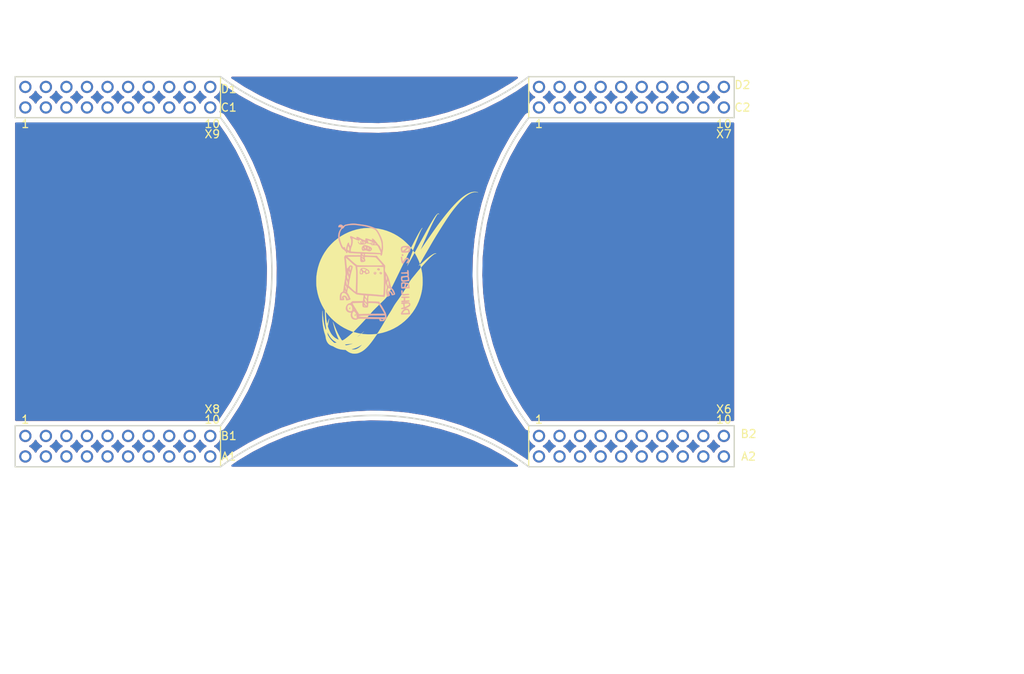
<source format=kicad_pcb>
(kicad_pcb (version 20171130) (host pcbnew "(5.0.2)-1")

  (general
    (thickness 1.6)
    (drawings 22)
    (tracks 0)
    (zones 0)
    (modules 4)
    (nets 1)
  )

  (page A4)
  (layers
    (0 F.Cu signal)
    (31 B.Cu signal)
    (32 B.Adhes user)
    (33 F.Adhes user)
    (34 B.Paste user)
    (35 F.Paste user)
    (36 B.SilkS user)
    (37 F.SilkS user)
    (38 B.Mask user)
    (39 F.Mask user)
    (40 Dwgs.User user)
    (41 Cmts.User user)
    (42 Eco1.User user)
    (43 Eco2.User user)
    (44 Edge.Cuts user)
    (45 Margin user)
    (46 B.CrtYd user)
    (47 F.CrtYd user)
    (48 B.Fab user)
    (49 F.Fab user hide)
  )

  (setup
    (last_trace_width 0.25)
    (trace_clearance 0.2)
    (zone_clearance 0.508)
    (zone_45_only no)
    (trace_min 0.2)
    (segment_width 0.2)
    (edge_width 0.15)
    (via_size 0.6)
    (via_drill 0.4)
    (via_min_size 0.4)
    (via_min_drill 0.3)
    (uvia_size 0.3)
    (uvia_drill 0.1)
    (uvias_allowed no)
    (uvia_min_size 0.2)
    (uvia_min_drill 0.1)
    (pcb_text_width 0.3)
    (pcb_text_size 1.5 1.5)
    (mod_edge_width 0.15)
    (mod_text_size 1 1)
    (mod_text_width 0.15)
    (pad_size 1.524 1.524)
    (pad_drill 0.762)
    (pad_to_mask_clearance 0.2)
    (solder_mask_min_width 0.25)
    (aux_axis_origin 0 0)
    (visible_elements 7FFFFFFF)
    (pcbplotparams
      (layerselection 0x010fc_ffffffff)
      (usegerberextensions false)
      (usegerberattributes false)
      (usegerberadvancedattributes false)
      (creategerberjobfile false)
      (excludeedgelayer true)
      (linewidth 0.100000)
      (plotframeref false)
      (viasonmask false)
      (mode 1)
      (useauxorigin false)
      (hpglpennumber 1)
      (hpglpenspeed 20)
      (hpglpendiameter 15.000000)
      (psnegative false)
      (psa4output false)
      (plotreference true)
      (plotvalue true)
      (plotinvisibletext false)
      (padsonsilk false)
      (subtractmaskfromsilk false)
      (outputformat 1)
      (mirror false)
      (drillshape 0)
      (scaleselection 1)
      (outputdirectory "Gerbs/"))
  )

  (net 0 "")

  (net_class Default "This is the default net class."
    (clearance 0.2)
    (trace_width 0.25)
    (via_dia 0.6)
    (via_drill 0.4)
    (uvia_dia 0.3)
    (uvia_drill 0.1)
  )

  (module MRDT_Shields:TM4C129E_Launchpad_FULL (layer F.Cu) (tedit 5B7841CE) (tstamp 5B7F9D3D)
    (at 74.676 107.823)
    (fp_text reference REF** (at 122.174 -0.762 180) (layer F.SilkS) hide
      (effects (font (size 1 1) (thickness 0.15)))
    )
    (fp_text value TM4C129E_Launchpad_FULL (at 45.974 1.016) (layer F.Fab) hide
      (effects (font (size 1 1) (thickness 0.15)))
    )
    (fp_line (start 124.46 23.3426) (end 124.46 22.86) (layer F.Fab) (width 0.15))
    (fp_line (start 121.92 25.4) (end 122.428 25.4) (layer F.Fab) (width 0.15))
    (fp_line (start 2.032 25.146) (end 2.032 25.654) (layer F.Fab) (width 0.05))
    (fp_line (start 2.032 25.4) (end 2.54 25.4) (layer F.Fab) (width 0.15))
    (fp_line (start 0 22.86) (end 0 23.368) (layer F.Fab) (width 0.15))
    (fp_arc (start 122.428 -22.352) (end 124.46 -22.352) (angle 90) (layer F.Fab) (width 0.15))
    (fp_arc (start 124.46 12.7) (end 122.428 12.7) (angle 90) (layer F.Fab) (width 0.15))
    (fp_arc (start 124.46 12.7) (end 124.46 14.732) (angle 90) (layer F.Fab) (width 0.15))
    (fp_arc (start 0 12.7) (end 2.032 12.7) (angle 90) (layer F.Fab) (width 0.15))
    (fp_arc (start 0 12.7) (end 0 10.668) (angle 90) (layer F.Fab) (width 0.15))
    (fp_line (start 0 22.86) (end 0 14.732) (layer F.Fab) (width 0.15))
    (fp_line (start 0 10.668) (end 0 0.508) (layer F.Fab) (width 0.15))
    (fp_line (start 124.46 14.732) (end 124.46 22.86) (layer F.Fab) (width 0.15))
    (fp_line (start 124.46 10.668) (end 124.46 2.54) (layer F.Fab) (width 0.15))
    (fp_line (start 2.54 25.4) (end 121.92 25.4) (layer F.Fab) (width 0.15))
    (fp_text user "Keep Out" (at 110.744 -17.526) (layer F.Fab)
      (effects (font (size 1 1) (thickness 0.15)))
    )
    (fp_text user "Ethernet Jack" (at 112.522 -19.05) (layer F.Fab)
      (effects (font (size 1 1) (thickness 0.15)))
    )
    (fp_text user "Expand out this way -->" (at -1.016 -45.974 90) (layer F.Fab)
      (effects (font (size 1 1) (thickness 0.15)))
    )
    (fp_text user 1 (at 1.27 -42.418 180) (layer F.SilkS)
      (effects (font (size 1 1) (thickness 0.15)))
    )
    (fp_text user 10 (at 24.384 -42.418 180) (layer F.SilkS)
      (effects (font (size 1 1) (thickness 0.15)))
    )
    (fp_text user 1 (at 1.27 -5.842 180) (layer F.SilkS)
      (effects (font (size 1 1) (thickness 0.15)))
    )
    (fp_text user 10 (at 24.384 -5.842 180) (layer F.SilkS)
      (effects (font (size 1 1) (thickness 0.15)))
    )
    (fp_text user 1 (at 64.77 -42.418 180) (layer F.SilkS)
      (effects (font (size 1 1) (thickness 0.15)))
    )
    (fp_text user 10 (at 87.63 -42.418 180) (layer F.SilkS)
      (effects (font (size 1 1) (thickness 0.15)))
    )
    (fp_text user 10 (at 87.63 -5.842 180) (layer F.SilkS)
      (effects (font (size 1 1) (thickness 0.15)))
    )
    (fp_text user 1 (at 64.77 -5.842 180) (layer F.SilkS)
      (effects (font (size 1 1) (thickness 0.15)))
    )
    (fp_text user X9 (at 24.384 -41.148 180) (layer F.SilkS)
      (effects (font (size 1 1) (thickness 0.15)))
    )
    (fp_text user X8 (at 24.384 -7.112 180) (layer F.SilkS)
      (effects (font (size 1 1) (thickness 0.15)))
    )
    (fp_text user X7 (at 87.63 -41.148 180) (layer F.SilkS)
      (effects (font (size 1 1) (thickness 0.15)))
    )
    (fp_text user X6 (at 87.63 -7.112) (layer F.SilkS)
      (effects (font (size 1 1) (thickness 0.15)))
    )
    (fp_text user "Boosterpack 1" (at 12.7 -56.896) (layer F.Fab)
      (effects (font (size 1 1) (thickness 0.15)))
    )
    (fp_text user "Boosterpack 2" (at 75.692 -56.896) (layer F.Fab)
      (effects (font (size 1 1) (thickness 0.15)))
    )
    (fp_line (start 122.428 -20.32) (end 106.68 -20.32) (layer F.Fab) (width 0.15))
    (fp_line (start 106.68 -20.32) (end 106.68 0.508) (layer F.Fab) (width 0.15))
    (fp_line (start 124.46 -55.88) (end 124.46 -22.352) (layer F.Fab) (width 0.15))
    (fp_line (start 0 0.508) (end 122.428 0.508) (layer F.Fab) (width 0.15))
    (fp_line (start 0 -55.88) (end 124.46 -55.88) (layer F.Fab) (width 0.15))
    (fp_line (start 0 -55.88) (end 0 0.508) (layer F.Fab) (width 0.15))
    (fp_text user C1 (at 26.416 -44.45 180) (layer F.SilkS)
      (effects (font (size 1 1) (thickness 0.15)))
    )
    (fp_text user D1 (at 26.416 -46.736 180) (layer F.SilkS)
      (effects (font (size 1 1) (thickness 0.15)))
    )
    (fp_text user C2 (at 89.916 -44.45 180) (layer F.SilkS)
      (effects (font (size 1 1) (thickness 0.15)))
    )
    (fp_text user D2 (at 89.916 -47.244) (layer F.SilkS)
      (effects (font (size 1 1) (thickness 0.15)))
    )
    (fp_text user B1 (at 26.416 -3.81 180) (layer F.SilkS)
      (effects (font (size 1 1) (thickness 0.15)))
    )
    (fp_text user A1 (at 26.416 -1.27 180) (layer F.SilkS)
      (effects (font (size 1 1) (thickness 0.15)))
    )
    (fp_text user B2 (at 90.678 -4.064 180) (layer F.SilkS)
      (effects (font (size 1 1) (thickness 0.15)))
    )
    (fp_text user A2 (at 90.678 -1.27 180) (layer F.SilkS)
      (effects (font (size 1 1) (thickness 0.15)))
    )
    (fp_line (start 25.4 0) (end 25.4 -5.08) (layer F.SilkS) (width 0.15))
    (fp_line (start 25.4 -5.08) (end 0 -5.08) (layer F.SilkS) (width 0.15))
    (fp_line (start 0 -5.08) (end 0 0) (layer F.SilkS) (width 0.15))
    (fp_line (start 0 0) (end 25.4 0) (layer F.SilkS) (width 0.15))
    (fp_line (start 25.4 -43.18) (end 25.4 -48.26) (layer F.SilkS) (width 0.15))
    (fp_line (start 25.4 -48.26) (end 0 -48.26) (layer F.SilkS) (width 0.15))
    (fp_line (start 0 -48.26) (end 0 -43.18) (layer F.SilkS) (width 0.15))
    (fp_line (start 0 -43.18) (end 25.4 -43.18) (layer F.SilkS) (width 0.15))
    (fp_line (start 88.9 -5.08) (end 63.5 -5.08) (layer F.SilkS) (width 0.15))
    (fp_line (start 63.5 -43.18) (end 88.9 -43.18) (layer F.SilkS) (width 0.15))
    (fp_line (start 88.9 0) (end 88.9 -5.08) (layer F.SilkS) (width 0.15))
    (fp_line (start 63.5 -5.08) (end 63.5 0) (layer F.SilkS) (width 0.15))
    (fp_line (start 63.5 0) (end 88.9 0) (layer F.SilkS) (width 0.15))
    (fp_line (start 88.9 -43.18) (end 88.9 -48.26) (layer F.SilkS) (width 0.15))
    (fp_line (start 88.9 -48.26) (end 63.5 -48.26) (layer F.SilkS) (width 0.15))
    (fp_line (start 63.5 -48.26) (end 63.5 -43.18) (layer F.SilkS) (width 0.15))
    (fp_arc (start 2.032 23.368) (end 2.032 25.4) (angle 90) (layer F.Fab) (width 0.15))
    (fp_line (start 0.254 23.368) (end -0.254 23.368) (layer F.Fab) (width 0.05))
    (fp_line (start 2.032 23.114) (end 2.032 23.622) (layer F.Fab) (width 0.05))
    (fp_line (start 1.778 23.368) (end 2.286 23.368) (layer F.Fab) (width 0.05))
    (fp_line (start 0 12.446) (end 0 12.954) (layer F.Fab) (width 0.05))
    (fp_line (start -0.254 12.7) (end 0.254 12.7) (layer F.Fab) (width 0.05))
    (fp_line (start -0.254 14.732) (end 0.254 14.732) (layer F.Fab) (width 0.05))
    (fp_line (start 0 14.478) (end 0 14.986) (layer F.Fab) (width 0.05))
    (fp_line (start -0.254 10.668) (end 0.254 10.668) (layer F.Fab) (width 0.05))
    (fp_line (start 0 10.414) (end 0 10.922) (layer F.Fab) (width 0.05))
    (fp_line (start 124.46 12.446) (end 124.46 12.954) (layer F.Fab) (width 0.05))
    (fp_line (start 124.206 12.7) (end 124.714 12.7) (layer F.Fab) (width 0.05))
    (fp_line (start 124.206 14.732) (end 124.714 14.732) (layer F.Fab) (width 0.05))
    (fp_line (start 124.46 14.478) (end 124.46 14.986) (layer F.Fab) (width 0.05))
    (fp_line (start 124.206 10.668) (end 124.714 10.668) (layer F.Fab) (width 0.05))
    (fp_line (start 124.46 10.414) (end 124.46 10.922) (layer F.Fab) (width 0.05))
    (fp_arc (start 122.428 23.368) (end 124.46 23.368) (angle 90) (layer F.Fab) (width 0.15))
    (fp_line (start 124.206 23.368) (end 124.714 23.368) (layer F.Fab) (width 0.05))
    (fp_line (start 122.174 23.368) (end 122.682 23.368) (layer F.Fab) (width 0.05))
    (fp_line (start 122.428 23.114) (end 122.428 23.622) (layer F.Fab) (width 0.05))
    (fp_line (start 122.428 25.146) (end 122.428 25.654) (layer F.Fab) (width 0.05))
    (fp_arc (start 122.428 2.54) (end 122.428 0.508) (angle 90) (layer F.Fab) (width 0.15))
    (fp_line (start 122.174 2.54) (end 122.682 2.54) (layer F.Fab) (width 0.05))
    (fp_line (start 122.428 2.286) (end 122.428 2.794) (layer F.Fab) (width 0.05))
    (fp_line (start 124.206 2.54) (end 124.714 2.54) (layer F.Fab) (width 0.05))
    (fp_line (start 122.428 0.254) (end 122.428 0.762) (layer F.Fab) (width 0.05))
    (fp_line (start 122.428 -22.606) (end 122.428 -22.098) (layer F.Fab) (width 0.05))
    (fp_line (start 122.174 -22.352) (end 122.682 -22.352) (layer F.Fab) (width 0.05))
    (fp_line (start 124.206 -22.352) (end 124.714 -22.352) (layer F.Fab) (width 0.05))
    (fp_line (start 122.428 -20.574) (end 122.428 -20.066) (layer F.Fab) (width 0.05))
    (pad +3V3 thru_hole circle (at 64.77 -1.27 180) (size 1.52 1.52) (drill 1) (layers *.Cu *.Mask F.Paste))
    (pad PM6 thru_hole circle (at 87.63 -46.99 180) (size 1.52 1.52) (drill 1) (layers *.Cu *.Mask F.Paste))
    (pad PQ1 thru_hole circle (at 85.09 -46.99 180) (size 1.52 1.52) (drill 1) (layers *.Cu *.Mask F.Paste))
    (pad PQ2 thru_hole circle (at 77.47 -46.99 180) (size 1.52 1.52) (drill 1) (layers *.Cu *.Mask F.Paste))
    (pad PK0 thru_hole circle (at 74.93 -3.81 180) (size 1.52 1.52) (drill 1) (layers *.Cu *.Mask F.Paste))
    (pad PQ3 thru_hole circle (at 80.01 -46.99 180) (size 1.52 1.52) (drill 1) (layers *.Cu *.Mask F.Paste))
    (pad PP3 thru_hole circle (at 82.55 -46.99 180) (size 1.52 1.52) (drill 1) (layers *.Cu *.Mask F.Paste))
    (pad PQ0 thru_hole circle (at 80.01 -1.27 180) (size 1.52 1.52) (drill 1) (layers *.Cu *.Mask F.Paste))
    (pad PA4 thru_hole circle (at 85.09 -3.81 180) (size 1.52 1.52) (drill 1) (layers *.Cu *.Mask F.Paste))
    (pad Rese thru_hole circle (at 74.93 -46.99 180) (size 1.52 1.52) (drill 1) (layers *.Cu *.Mask F.Paste))
    (pad PA7 thru_hole circle (at 72.39 -46.99 180) (size 1.52 1.52) (drill 1) (layers *.Cu *.Mask F.Paste))
    (pad PN5 thru_hole circle (at 85.09 -1.27 180) (size 1.52 1.52) (drill 1) (layers *.Cu *.Mask F.Paste))
    (pad PK2 thru_hole circle (at 80.01 -3.81 180) (size 1.52 1.52) (drill 1) (layers *.Cu *.Mask F.Paste))
    (pad PK1 thru_hole circle (at 77.47 -3.81 180) (size 1.52 1.52) (drill 1) (layers *.Cu *.Mask F.Paste))
    (pad +5V thru_hole circle (at 64.77 -3.81 180) (size 1.52 1.52) (drill 1) (layers *.Cu *.Mask F.Paste))
    (pad GND thru_hole circle (at 67.31 -3.81 180) (size 1.52 1.52) (drill 1) (layers *.Cu *.Mask F.Paste))
    (pad PB4 thru_hole circle (at 69.85 -3.81 180) (size 1.52 1.52) (drill 1) (layers *.Cu *.Mask F.Paste))
    (pad PB5 thru_hole circle (at 72.39 -3.81 180) (size 1.52 1.52) (drill 1) (layers *.Cu *.Mask F.Paste))
    (pad PK3 thru_hole circle (at 82.55 -3.81 180) (size 1.52 1.52) (drill 1) (layers *.Cu *.Mask F.Paste))
    (pad PA5 thru_hole circle (at 87.63 -3.81 180) (size 1.52 1.52) (drill 1) (layers *.Cu *.Mask F.Paste))
    (pad PD2 thru_hole circle (at 67.31 -1.27 180) (size 1.52 1.52) (drill 1) (layers *.Cu *.Mask F.Paste))
    (pad PP0 thru_hole circle (at 69.85 -1.27 180) (size 1.52 1.52) (drill 1) (layers *.Cu *.Mask F.Paste))
    (pad PP1 thru_hole circle (at 72.39 -1.27 180) (size 1.52 1.52) (drill 1) (layers *.Cu *.Mask F.Paste))
    (pad PD4 thru_hole circle (at 74.93 -1.27 180) (size 1.52 1.52) (drill 1) (layers *.Cu *.Mask F.Paste))
    (pad PD5 thru_hole circle (at 77.47 -1.27 180) (size 1.52 1.52) (drill 1) (layers *.Cu *.Mask F.Paste))
    (pad PP4 thru_hole circle (at 82.55 -1.27 180) (size 1.52 1.52) (drill 1) (layers *.Cu *.Mask F.Paste))
    (pad PN4 thru_hole circle (at 87.63 -1.27 180) (size 1.52 1.52) (drill 1) (layers *.Cu *.Mask F.Paste))
    (pad PG1 thru_hole circle (at 64.77 -44.45 180) (size 1.52 1.52) (drill 1) (layers *.Cu *.Mask F.Paste))
    (pad PK4 thru_hole circle (at 67.31 -44.45 180) (size 1.52 1.52) (drill 1) (layers *.Cu *.Mask F.Paste))
    (pad PK5 thru_hole circle (at 69.85 -44.45 180) (size 1.52 1.52) (drill 1) (layers *.Cu *.Mask F.Paste))
    (pad PM0 thru_hole circle (at 72.39 -44.45 180) (size 1.52 1.52) (drill 1) (layers *.Cu *.Mask F.Paste))
    (pad PM1 thru_hole circle (at 74.93 -44.45 180) (size 1.52 1.52) (drill 1) (layers *.Cu *.Mask F.Paste))
    (pad PM2 thru_hole circle (at 77.47 -44.45 180) (size 1.52 1.52) (drill 1) (layers *.Cu *.Mask F.Paste))
    (pad PH0 thru_hole circle (at 80.01 -44.45 180) (size 1.52 1.52) (drill 1) (layers *.Cu *.Mask F.Paste))
    (pad PH1 thru_hole circle (at 82.55 -44.45 180) (size 1.52 1.52) (drill 1) (layers *.Cu *.Mask F.Paste))
    (pad PK6 thru_hole circle (at 85.09 -44.45 180) (size 1.52 1.52) (drill 1) (layers *.Cu *.Mask F.Paste))
    (pad PK7 thru_hole circle (at 87.63 -44.45 180) (size 1.52 1.52) (drill 1) (layers *.Cu *.Mask F.Paste))
    (pad GND thru_hole circle (at 64.77 -46.99 180) (size 1.52 1.52) (drill 1) (layers *.Cu *.Mask F.Paste))
    (pad PM7 thru_hole circle (at 67.31 -46.99 180) (size 1.52 1.52) (drill 1) (layers *.Cu *.Mask F.Paste))
    (pad PP5 thru_hole circle (at 69.85 -46.99 180) (size 1.52 1.52) (drill 1) (layers *.Cu *.Mask F.Paste))
    (pad +5V thru_hole circle (at 1.27 -3.81 180) (size 1.52 1.52) (drill 1) (layers *.Cu *.Mask F.Paste))
    (pad GND thru_hole circle (at 3.81 -3.81 180) (size 1.52 1.52) (drill 1) (layers *.Cu *.Mask F.Paste))
    (pad PE0 thru_hole circle (at 6.35 -3.81 180) (size 1.52 1.52) (drill 1) (layers *.Cu *.Mask F.Paste))
    (pad PE1 thru_hole circle (at 8.89 -3.81 180) (size 1.52 1.52) (drill 1) (layers *.Cu *.Mask F.Paste))
    (pad PE2 thru_hole circle (at 11.43 -3.81 180) (size 1.52 1.52) (drill 1) (layers *.Cu *.Mask F.Paste))
    (pad PE3 thru_hole circle (at 13.97 -3.81 180) (size 1.52 1.52) (drill 1) (layers *.Cu *.Mask F.Paste))
    (pad PD7 thru_hole circle (at 16.51 -3.81 180) (size 1.52 1.52) (drill 1) (layers *.Cu *.Mask F.Paste))
    (pad PA6 thru_hole circle (at 19.05 -3.81 180) (size 1.52 1.52) (drill 1) (layers *.Cu *.Mask F.Paste))
    (pad PM4 thru_hole circle (at 21.59 -3.81 180) (size 1.52 1.52) (drill 1) (layers *.Cu *.Mask F.Paste))
    (pad PM5 thru_hole circle (at 24.13 -3.81 180) (size 1.52 1.52) (drill 1) (layers *.Cu *.Mask F.Paste))
    (pad +3V3 thru_hole circle (at 1.27 -1.27 180) (size 1.52 1.52) (drill 1) (layers *.Cu *.Mask F.Paste))
    (pad PE4 thru_hole circle (at 3.81 -1.27 180) (size 1.52 1.52) (drill 1) (layers *.Cu *.Mask F.Paste))
    (pad PC4 thru_hole circle (at 6.35 -1.27 180) (size 1.52 1.52) (drill 1) (layers *.Cu *.Mask F.Paste))
    (pad PC5 thru_hole circle (at 8.89 -1.27 180) (size 1.52 1.52) (drill 1) (layers *.Cu *.Mask F.Paste))
    (pad PC6 thru_hole circle (at 11.43 -1.27 180) (size 1.52 1.52) (drill 1) (layers *.Cu *.Mask F.Paste))
    (pad PE5 thru_hole circle (at 13.97 -1.27 180) (size 1.52 1.52) (drill 1) (layers *.Cu *.Mask F.Paste))
    (pad PD3 thru_hole circle (at 16.51 -1.27 180) (size 1.52 1.52) (drill 1) (layers *.Cu *.Mask F.Paste))
    (pad PC7 thru_hole circle (at 19.05 -1.27 180) (size 1.52 1.52) (drill 1) (layers *.Cu *.Mask F.Paste))
    (pad PB2 thru_hole circle (at 21.59 -1.27 180) (size 1.52 1.52) (drill 1) (layers *.Cu *.Mask F.Paste))
    (pad PB3 thru_hole circle (at 24.13 -1.27 180) (size 1.52 1.52) (drill 1) (layers *.Cu *.Mask F.Paste))
    (pad PF1 thru_hole circle (at 1.27 -44.45 180) (size 1.52 1.52) (drill 1) (layers *.Cu *.Mask F.Paste))
    (pad PF2 thru_hole circle (at 3.81 -44.45 180) (size 1.52 1.52) (drill 1) (layers *.Cu *.Mask F.Paste))
    (pad PF3 thru_hole circle (at 6.35 -44.45 180) (size 1.52 1.52) (drill 1) (layers *.Cu *.Mask F.Paste))
    (pad PG0 thru_hole circle (at 8.89 -44.45 180) (size 1.52 1.52) (drill 1) (layers *.Cu *.Mask F.Paste))
    (pad PL4 thru_hole circle (at 11.43 -44.45 180) (size 1.52 1.52) (drill 1) (layers *.Cu *.Mask F.Paste))
    (pad PL5 thru_hole circle (at 13.97 -44.45 180) (size 1.52 1.52) (drill 1) (layers *.Cu *.Mask F.Paste))
    (pad PL0 thru_hole circle (at 16.51 -44.45 180) (size 1.52 1.52) (drill 1) (layers *.Cu *.Mask F.Paste))
    (pad PL1 thru_hole circle (at 19.05 -44.45 180) (size 1.52 1.52) (drill 1) (layers *.Cu *.Mask F.Paste))
    (pad PL2 thru_hole circle (at 21.59 -44.45 180) (size 1.52 1.52) (drill 1) (layers *.Cu *.Mask F.Paste))
    (pad PL3 thru_hole circle (at 24.13 -44.45 180) (size 1.52 1.52) (drill 1) (layers *.Cu *.Mask F.Paste))
    (pad GND thru_hole circle (at 1.27 -46.99 180) (size 1.52 1.52) (drill 1) (layers *.Cu *.Mask F.Paste))
    (pad PM3 thru_hole circle (at 3.81 -46.99 180) (size 1.52 1.52) (drill 1) (layers *.Cu *.Mask F.Paste))
    (pad PH2 thru_hole circle (at 6.35 -46.99 180) (size 1.52 1.52) (drill 1) (layers *.Cu *.Mask F.Paste))
    (pad PH3 thru_hole circle (at 8.89 -46.99 180) (size 1.52 1.52) (drill 1) (layers *.Cu *.Mask F.Paste))
    (pad Rese thru_hole circle (at 11.43 -46.99 180) (size 1.52 1.52) (drill 1) (layers *.Cu *.Mask F.Paste))
    (pad PD1 thru_hole circle (at 13.97 -46.99 180) (size 1.52 1.52) (drill 1) (layers *.Cu *.Mask F.Paste))
    (pad PD0 thru_hole circle (at 16.51 -46.99 180) (size 1.52 1.52) (drill 1) (layers *.Cu *.Mask F.Paste))
    (pad PN2 thru_hole circle (at 19.05 -46.99 180) (size 1.52 1.52) (drill 1) (layers *.Cu *.Mask F.Paste))
    (pad PN3 thru_hole circle (at 21.59 -46.99 180) (size 1.52 1.52) (drill 1) (layers *.Cu *.Mask F.Paste))
    (pad PP2 thru_hole circle (at 24.13 -46.99 180) (size 1.52 1.52) (drill 1) (layers *.Cu *.Mask F.Paste))
  )

  (module MRDT_Silkscreens:0_MRDT_Logo_20mm (layer F.Cu) (tedit 5AA4CAAF) (tstamp 5C7644FF)
    (at 121.92 83.82)
    (tags "Logo, MRDT")
    (fp_text reference G*** (at -3.6068 11.8364) (layer Dwgs.User) hide
      (effects (font (size 1.524 1.524) (thickness 0.3)))
    )
    (fp_text value LOGO (at -3.5052 -8.001) (layer Dwgs.User) hide
      (effects (font (size 1.524 1.524) (thickness 0.3)))
    )
    (fp_poly (pts (xy 9.693896 -10.010636) (xy 9.825117 -9.99171) (xy 9.931956 -9.960649) (xy 9.948253 -9.953593)
      (xy 10.013655 -9.923285) (xy 9.953513 -9.933459) (xy 9.744196 -9.956934) (xy 9.548137 -9.955371)
      (xy 9.374244 -9.928866) (xy 9.367063 -9.927084) (xy 9.164424 -9.860445) (xy 8.953259 -9.760588)
      (xy 8.73285 -9.626927) (xy 8.502476 -9.458877) (xy 8.261416 -9.255851) (xy 8.008951 -9.017262)
      (xy 7.74436 -8.742524) (xy 7.466922 -8.431051) (xy 7.328674 -8.267961) (xy 7.200595 -8.113274)
      (xy 7.078234 -7.962431) (xy 6.959674 -7.812661) (xy 6.842997 -7.66119) (xy 6.726286 -7.505249)
      (xy 6.607623 -7.342064) (xy 6.485092 -7.168864) (xy 6.356773 -6.982877) (xy 6.220751 -6.781331)
      (xy 6.075107 -6.561455) (xy 5.917924 -6.320476) (xy 5.747284 -6.055623) (xy 5.56127 -5.764124)
      (xy 5.357965 -5.443207) (xy 5.187114 -5.172217) (xy 4.797504 -4.543943) (xy 4.42277 -3.921102)
      (xy 4.068937 -3.313746) (xy 3.979886 -3.157458) (xy 3.899409 -3.016254) (xy 3.806172 -2.85385)
      (xy 3.707853 -2.683542) (xy 3.612127 -2.518627) (xy 3.528135 -2.374897) (xy 3.444477 -2.23149)
      (xy 3.352709 -2.072675) (xy 3.259914 -1.910808) (xy 3.173173 -1.758246) (xy 3.09957 -1.627345)
      (xy 3.097215 -1.623121) (xy 3.033738 -1.509429) (xy 2.973519 -1.401932) (xy 2.920564 -1.307756)
      (xy 2.878882 -1.234026) (xy 2.852476 -1.187865) (xy 2.851645 -1.186436) (xy 2.801215 -1.099865)
      (xy 2.723388 -1.30672) (xy 2.682568 -1.409023) (xy 2.631818 -1.526518) (xy 2.573684 -1.654208)
      (xy 2.510713 -1.787101) (xy 2.44545 -1.920199) (xy 2.380441 -2.04851) (xy 2.318233 -2.167038)
      (xy 2.261371 -2.270788) (xy 2.212402 -2.354765) (xy 2.173871 -2.413975) (xy 2.148324 -2.443423)
      (xy 2.142774 -2.445777) (xy 2.129304 -2.429016) (xy 2.100388 -2.382539) (xy 2.059363 -2.312053)
      (xy 2.009563 -2.223266) (xy 1.964112 -2.140055) (xy 1.890723 -2.004682) (xy 1.812028 -1.860446)
      (xy 1.730422 -1.711654) (xy 1.648303 -1.562614) (xy 1.568068 -1.417636) (xy 1.492113 -1.281026)
      (xy 1.422834 -1.157093) (xy 1.362629 -1.050145) (xy 1.313894 -0.96449) (xy 1.279026 -0.904436)
      (xy 1.260421 -0.874292) (xy 1.258709 -0.87206) (xy 1.257319 -0.88086) (xy 1.267975 -0.920385)
      (xy 1.288652 -0.983816) (xy 1.309332 -1.042462) (xy 1.359554 -1.180456) (xy 1.41538 -1.332683)
      (xy 1.475214 -1.494893) (xy 1.537461 -1.662837) (xy 1.600526 -1.832264) (xy 1.662812 -1.998924)
      (xy 1.722723 -2.158567) (xy 1.778665 -2.306943) (xy 1.829041 -2.439802) (xy 1.872256 -2.552895)
      (xy 1.906713 -2.64197) (xy 1.930819 -2.702778) (xy 1.942976 -2.731069) (xy 1.943836 -2.732454)
      (xy 1.960745 -2.724614) (xy 1.99246 -2.689521) (xy 2.032907 -2.634151) (xy 2.044178 -2.617181)
      (xy 2.085994 -2.555379) (xy 2.120076 -2.509376) (xy 2.140325 -2.487288) (xy 2.14241 -2.486445)
      (xy 2.155103 -2.503511) (xy 2.183639 -2.551) (xy 2.225163 -2.623866) (xy 2.276823 -2.717061)
      (xy 2.335766 -2.825541) (xy 2.365588 -2.881149) (xy 2.43582 -3.011913) (xy 2.519905 -3.167286)
      (xy 2.612172 -3.336862) (xy 2.706949 -3.51023) (xy 2.798564 -3.676983) (xy 2.854173 -3.777695)
      (xy 2.934896 -3.923783) (xy 3.029719 -4.0958) (xy 3.133546 -4.284474) (xy 3.241279 -4.480535)
      (xy 3.347823 -4.674711) (xy 3.44808 -4.857731) (xy 3.483032 -4.921625) (xy 3.645475 -5.216354)
      (xy 3.805033 -5.501259) (xy 3.959976 -5.773441) (xy 4.108576 -6.030001) (xy 4.249105 -6.268038)
      (xy 4.379834 -6.484654) (xy 4.499035 -6.676948) (xy 4.60498 -6.842021) (xy 4.695941 -6.976974)
      (xy 4.764645 -7.071697) (xy 4.860883 -7.18774) (xy 4.946714 -7.271173) (xy 5.020716 -7.321203)
      (xy 5.081466 -7.337034) (xy 5.127542 -7.317874) (xy 5.148953 -7.28627) (xy 5.168799 -7.232719)
      (xy 5.172215 -7.201235) (xy 5.16092 -7.197031) (xy 5.136636 -7.225318) (xy 5.131512 -7.23345)
      (xy 5.092827 -7.280437) (xy 5.056886 -7.29357) (xy 5.05641 -7.293485) (xy 5.018734 -7.269436)
      (xy 4.966554 -7.209386) (xy 4.900504 -7.114459) (xy 4.821218 -6.985779) (xy 4.72933 -6.824473)
      (xy 4.625474 -6.631665) (xy 4.510283 -6.408479) (xy 4.384393 -6.156042) (xy 4.248436 -5.875478)
      (xy 4.199916 -5.773638) (xy 4.152132 -5.671818) (xy 4.093809 -5.545695) (xy 4.026415 -5.398569)
      (xy 3.951418 -5.233739) (xy 3.870284 -5.054504) (xy 3.784481 -4.864164) (xy 3.695478 -4.666019)
      (xy 3.60474 -4.463366) (xy 3.513736 -4.259507) (xy 3.423934 -4.057739) (xy 3.3368 -3.861363)
      (xy 3.253803 -3.673678) (xy 3.176409 -3.497982) (xy 3.106086 -3.337576) (xy 3.044302 -3.195759)
      (xy 2.992525 -3.07583) (xy 2.952221 -2.981089) (xy 2.924858 -2.914834) (xy 2.911904 -2.880365)
      (xy 2.911144 -2.876121) (xy 2.923418 -2.890466) (xy 2.954847 -2.933693) (xy 3.002324 -3.00134)
      (xy 3.062739 -3.088943) (xy 3.132983 -3.192042) (xy 3.18753 -3.272813) (xy 3.27846 -3.4071)
      (xy 3.386112 -3.564669) (xy 3.507739 -3.741595) (xy 3.640593 -3.93395) (xy 3.781927 -4.13781)
      (xy 3.928992 -4.349249) (xy 4.07904 -4.564341) (xy 4.229325 -4.779159) (xy 4.377097 -4.989779)
      (xy 4.519609 -5.192275) (xy 4.654114 -5.382719) (xy 4.777863 -5.557188) (xy 4.888109 -5.711754)
      (xy 4.982104 -5.842492) (xy 5.0571 -5.945477) (xy 5.078257 -5.974112) (xy 5.444212 -6.460726)
      (xy 5.793207 -6.912161) (xy 6.126 -7.329206) (xy 6.443345 -7.71265) (xy 6.746002 -8.063282)
      (xy 7.034725 -8.38189) (xy 7.310272 -8.669264) (xy 7.573399 -8.926193) (xy 7.824863 -9.153466)
      (xy 8.065422 -9.351872) (xy 8.29583 -9.522199) (xy 8.516846 -9.665238) (xy 8.729226 -9.781776)
      (xy 8.730624 -9.782471) (xy 8.888935 -9.858025) (xy 9.023676 -9.914743) (xy 9.144715 -9.955909)
      (xy 9.261922 -9.984807) (xy 9.385167 -10.004721) (xy 9.406341 -10.007321) (xy 9.550301 -10.016236)
      (xy 9.693896 -10.010636)) (layer F.SilkS) (width 0.01))
    (fp_poly (pts (xy 1.242937 -0.831965) (xy 1.232913 -0.821941) (xy 1.222889 -0.831965) (xy 1.232913 -0.841988)
      (xy 1.242937 -0.831965)) (layer F.SilkS) (width 0.01))
    (fp_poly (pts (xy 3.12377 -5.541189) (xy 3.113272 -5.517026) (xy 3.079131 -5.465625) (xy 3.059543 -5.437891)
      (xy 3.022901 -5.383804) (xy 2.987 -5.324437) (xy 2.949587 -5.255041) (xy 2.908408 -5.17087)
      (xy 2.861212 -5.067177) (xy 2.805745 -4.939212) (xy 2.739755 -4.78223) (xy 2.681006 -4.640176)
      (xy 2.631041 -4.517517) (xy 2.569417 -4.364212) (xy 2.498806 -4.187059) (xy 2.42188 -3.992858)
      (xy 2.34131 -3.788408) (xy 2.259768 -3.580509) (xy 2.179926 -3.375959) (xy 2.104455 -3.181559)
      (xy 2.036027 -3.004107) (xy 1.977313 -2.850404) (xy 1.965631 -2.819566) (xy 1.94399 -2.762337)
      (xy 1.831544 -2.916312) (xy 1.781827 -2.980686) (xy 1.739845 -3.028212) (xy 1.711408 -3.052665)
      (xy 1.703319 -3.053731) (xy 1.6921 -3.033264) (xy 1.664984 -2.979713) (xy 1.62346 -2.896123)
      (xy 1.569017 -2.785539) (xy 1.503146 -2.651006) (xy 1.427335 -2.495569) (xy 1.343075 -2.322271)
      (xy 1.251855 -2.134159) (xy 1.155164 -1.934277) (xy 1.116578 -1.85438) (xy 0.894428 -1.394446)
      (xy 0.688286 -0.968231) (xy 0.496935 -0.573244) (xy 0.319157 -0.206998) (xy 0.153736 0.132995)
      (xy -0.000545 0.449225) (xy -0.144904 0.744179) (xy -0.280557 1.020347) (xy -0.408722 1.280216)
      (xy -0.530615 1.526275) (xy -0.647455 1.761013) (xy -0.760457 1.986917) (xy -0.824781 2.114997)
      (xy -0.91196 2.289365) (xy -0.986404 2.439261) (xy -1.050759 2.568126) (xy -1.107674 2.679404)
      (xy -1.159796 2.776534) (xy -1.209772 2.86296) (xy -1.26025 2.942124) (xy -1.313878 3.017466)
      (xy -1.373304 3.092429) (xy -1.441174 3.170454) (xy -1.520137 3.254984) (xy -1.61284 3.349461)
      (xy -1.72193 3.457325) (xy -1.850056 3.58202) (xy -1.999864 3.726987) (xy -2.174003 3.895667)
      (xy -2.255327 3.974697) (xy -2.402012 4.118227) (xy -2.545521 4.26015) (xy -2.682108 4.396661)
      (xy -2.808029 4.523953) (xy -2.919539 4.63822) (xy -3.012895 4.735656) (xy -3.084351 4.812453)
      (xy -3.125945 4.859703) (xy -3.239066 4.99271) (xy -3.376239 5.149984) (xy -3.53345 5.327156)
      (xy -3.706689 5.519856) (xy -3.891943 5.723716) (xy -4.0852 5.934364) (xy -4.282449 6.147433)
      (xy -4.479678 6.358552) (xy -4.672875 6.563353) (xy -4.858027 6.757465) (xy -5.031124 6.936519)
      (xy -5.059448 6.96554) (xy -5.155243 7.063821) (xy -5.240778 7.152109) (xy -5.312353 7.226543)
      (xy -5.366274 7.283264) (xy -5.398843 7.318413) (xy -5.40702 7.328433) (xy -5.382379 7.337212)
      (xy -5.32655 7.353274) (xy -5.24735 7.374626) (xy -5.152599 7.399276) (xy -5.050114 7.425229)
      (xy -4.947713 7.450494) (xy -4.853215 7.473077) (xy -4.774439 7.490986) (xy -4.744004 7.497439)
      (xy -4.615253 7.521716) (xy -4.521684 7.534502) (xy -4.460138 7.536031) (xy -4.427454 7.526538)
      (xy -4.422614 7.521274) (xy -4.403461 7.502377) (xy -4.360122 7.464821) (xy -4.299872 7.414805)
      (xy -4.25604 7.379314) (xy -4.099684 7.253885) (xy -4.416104 7.552325) (xy -4.348107 7.564494)
      (xy -4.227584 7.581926) (xy -4.083129 7.596047) (xy -3.920215 7.606897) (xy -3.744316 7.614515)
      (xy -3.560904 7.618942) (xy -3.375455 7.620218) (xy -3.19344 7.618383) (xy -3.020333 7.613477)
      (xy -2.861608 7.60554) (xy -2.722738 7.594611) (xy -2.609197 7.580733) (xy -2.526458 7.563943)
      (xy -2.490608 7.550897) (xy -2.467685 7.527244) (xy -2.427112 7.472275) (xy -2.371052 7.389531)
      (xy -2.301667 7.282553) (xy -2.221118 7.154885) (xy -2.131567 7.010066) (xy -2.035178 6.85164)
      (xy -1.93411 6.683147) (xy -1.830527 6.50813) (xy -1.726589 6.33013) (xy -1.62446 6.152689)
      (xy -1.526301 5.979349) (xy -1.473046 5.883899) (xy -1.388538 5.734109) (xy -1.297776 5.577722)
      (xy -1.206051 5.423549) (xy -1.118655 5.280399) (xy -1.040878 5.157083) (xy -0.991428 5.082005)
      (xy -0.917443 4.969036) (xy -0.831521 4.831784) (xy -0.740426 4.681431) (xy -0.650922 4.529162)
      (xy -0.569773 4.386158) (xy -0.561654 4.371485) (xy -0.462025 4.195471) (xy -0.364053 4.032793)
      (xy -0.260693 3.872514) (xy -0.144895 3.7037) (xy -0.012578 3.519473) (xy 0.270767 3.123587)
      (xy 0.538519 2.732454) (xy 0.796903 2.336427) (xy 1.052144 1.92586) (xy 1.310466 1.491105)
      (xy 1.430503 1.283031) (xy 1.502532 1.159258) (xy 1.568078 1.05242) (xy 1.633047 0.954144)
      (xy 1.703349 0.856058) (xy 1.784891 0.749791) (xy 1.883581 0.626972) (xy 1.953957 0.541279)
      (xy 2.051085 0.423462) (xy 2.147697 0.305944) (xy 2.238315 0.195412) (xy 2.31746 0.098553)
      (xy 2.379655 0.022057) (xy 2.405544 -0.010023) (xy 2.467849 -0.086776) (xy 2.546735 -0.182749)
      (xy 2.632829 -0.2866) (xy 2.71676 -0.386987) (xy 2.730636 -0.403483) (xy 2.798974 -0.486229)
      (xy 2.85696 -0.559485) (xy 2.900066 -0.617284) (xy 2.923761 -0.653664) (xy 2.926914 -0.661937)
      (xy 2.921566 -0.692042) (xy 2.907804 -0.746753) (xy 2.889052 -0.814288) (xy 2.868735 -0.882862)
      (xy 2.850277 -0.940692) (xy 2.837102 -0.975994) (xy 2.834176 -0.98107) (xy 2.816672 -0.972952)
      (xy 2.779056 -0.943161) (xy 2.732407 -0.90088) (xy 2.686142 -0.859189) (xy 2.664484 -0.845375)
      (xy 2.668683 -0.860213) (xy 2.669788 -0.862036) (xy 2.697816 -0.910771) (xy 2.732297 -0.974778)
      (xy 2.745901 -1.001085) (xy 2.773259 -1.052509) (xy 2.790037 -1.072477) (xy 2.803248 -1.065564)
      (xy 2.814757 -1.046006) (xy 2.825547 -1.029604) (xy 2.839173 -1.023983) (xy 2.86079 -1.032365)
      (xy 2.895551 -1.057975) (xy 2.948609 -1.104032) (xy 3.025117 -1.17376) (xy 3.03798 -1.185583)
      (xy 3.264882 -1.392452) (xy 3.467024 -1.57287) (xy 3.647391 -1.729326) (xy 3.80897 -1.864313)
      (xy 3.954748 -1.98032) (xy 4.08771 -2.079838) (xy 4.210844 -2.165359) (xy 4.219969 -2.171412)
      (xy 4.383173 -2.272468) (xy 4.522826 -2.344404) (xy 4.638235 -2.386974) (xy 4.728704 -2.399931)
      (xy 4.793538 -2.38303) (xy 4.801342 -2.37765) (xy 4.822743 -2.358905) (xy 4.818759 -2.34975)
      (xy 4.783583 -2.346618) (xy 4.750137 -2.346178) (xy 4.660762 -2.332922) (xy 4.572084 -2.290503)
      (xy 4.568136 -2.288019) (xy 4.497919 -2.238407) (xy 4.406976 -2.166669) (xy 4.302696 -2.079264)
      (xy 4.192467 -1.982652) (xy 4.083678 -1.883293) (xy 3.983719 -1.787645) (xy 3.909235 -1.712001)
      (xy 3.847375 -1.646062) (xy 3.769012 -1.561524) (xy 3.678258 -1.462918) (xy 3.579228 -1.354776)
      (xy 3.476035 -1.241631) (xy 3.372792 -1.128015) (xy 3.273612 -1.018458) (xy 3.18261 -0.917493)
      (xy 3.103898 -0.829653) (xy 3.041591 -0.759468) (xy 2.999801 -0.71147) (xy 2.986092 -0.694961)
      (xy 2.941907 -0.638788) (xy 2.996129 -0.394571) (xy 3.04067 -0.18245) (xy 3.075303 0.011681)
      (xy 3.101339 0.199155) (xy 3.120088 0.391305) (xy 3.13286 0.599466) (xy 3.140967 0.834971)
      (xy 3.141652 0.863984) (xy 3.144164 1.189895) (xy 3.135428 1.487401) (xy 3.114404 1.766867)
      (xy 3.080053 2.038661) (xy 3.031336 2.31315) (xy 2.967875 2.597974) (xy 2.829104 3.086644)
      (xy 2.65367 3.560823) (xy 2.442984 4.018586) (xy 2.198459 4.458005) (xy 1.921507 4.877154)
      (xy 1.613539 5.274108) (xy 1.275967 5.646941) (xy 0.910203 5.993726) (xy 0.517659 6.312537)
      (xy 0.099747 6.601448) (xy -0.022155 6.677046) (xy -0.438195 6.908005) (xy -0.873401 7.110039)
      (xy -1.321104 7.280636) (xy -1.774636 7.417282) (xy -2.227328 7.517467) (xy -2.275374 7.525912)
      (xy -2.380759 7.547362) (xy -2.448756 7.569486) (xy -2.481553 7.592416) (xy -2.499739 7.618349)
      (xy -2.537203 7.672366) (xy -2.590519 7.749504) (xy -2.656258 7.8448) (xy -2.730995 7.953293)
      (xy -2.789963 8.03899) (xy -3.009966 8.351328) (xy -3.216927 8.629115) (xy -3.413102 8.874862)
      (xy -3.60075 9.091079) (xy -3.782127 9.280275) (xy -3.95949 9.444962) (xy -4.135098 9.587649)
      (xy -4.267628 9.682152) (xy -4.384433 9.75347) (xy -4.5189 9.824152) (xy -4.658273 9.888296)
      (xy -4.789798 9.939996) (xy -4.892578 9.971416) (xy -5.056981 10.000605) (xy -5.234881 10.013585)
      (xy -5.408802 10.009757) (xy -5.536943 9.993514) (xy -5.774512 9.928122) (xy -6.0022 9.823947)
      (xy -6.219699 9.681139) (xy -6.294988 9.620686) (xy -6.353101 9.575432) (xy -6.400405 9.551942)
      (xy -6.454187 9.543373) (xy -6.492411 9.542542) (xy -6.76107 9.526796) (xy -7.033672 9.481325)
      (xy -7.098504 9.463729) (xy -5.616952 9.463729) (xy -5.589198 9.481137) (xy -5.563141 9.489275)
      (xy -5.525117 9.493649) (xy -5.45935 9.495793) (xy -5.378143 9.495388) (xy -5.352644 9.494723)
      (xy -5.235701 9.486279) (xy -5.139206 9.466855) (xy -5.056368 9.437881) (xy -4.920856 9.376008)
      (xy -4.799583 9.305152) (xy -4.681736 9.217888) (xy -4.556504 9.106788) (xy -4.512107 9.064013)
      (xy -4.446588 8.998744) (xy -4.39789 8.947955) (xy -4.36962 8.915608) (xy -4.365386 8.905667)
      (xy -4.370323 8.908261) (xy -4.577531 9.036954) (xy -4.756569 9.13958) (xy -4.908965 9.217013)
      (xy -4.916259 9.220399) (xy -5.023843 9.266511) (xy -5.147058 9.313635) (xy -5.274759 9.358021)
      (xy -5.395799 9.395923) (xy -5.499034 9.423591) (xy -5.553367 9.434647) (xy -5.604935 9.447821)
      (xy -5.616952 9.463729) (xy -7.098504 9.463729) (xy -7.300984 9.408775) (xy -7.553769 9.311794)
      (xy -7.78279 9.19303) (xy -7.842476 9.155527) (xy -7.911509 9.115361) (xy -7.979365 9.084141)
      (xy -8.018942 9.071648) (xy -8.071141 9.05614) (xy -8.144507 9.028128) (xy -8.224449 8.993247)
      (xy -8.236109 8.987769) (xy -8.396479 8.889773) (xy -8.396739 8.889529) (xy -6.444473 8.889529)
      (xy -6.437823 8.905423) (xy -6.419084 8.926913) (xy -6.414662 8.931621) (xy -6.389582 8.956352)
      (xy -6.364657 8.971643) (xy -6.332135 8.977725) (xy -6.284264 8.974835) (xy -6.21329 8.963204)
      (xy -6.111462 8.943069) (xy -6.101614 8.94107) (xy -6.019691 8.922803) (xy -5.925835 8.899304)
      (xy -5.827304 8.87272) (xy -5.731353 8.845195) (xy -5.645238 8.818877) (xy -5.576214 8.795911)
      (xy -5.531537 8.778443) (xy -5.518463 8.768619) (xy -5.518479 8.768604) (xy -5.540162 8.768521)
      (xy -5.591698 8.774607) (xy -5.663532 8.785648) (xy -5.694129 8.790886) (xy -5.781588 8.804192)
      (xy -5.894336 8.818382) (xy -6.017652 8.831733) (xy -6.133797 8.842285) (xy -6.257273 8.852362)
      (xy -6.345434 8.860648) (xy -6.402924 8.868619) (xy -6.434388 8.877754) (xy -6.444473 8.889529)
      (xy -8.396739 8.889529) (xy -8.535532 8.759286) (xy -8.651927 8.598581) (xy -8.74432 8.409931)
      (xy -8.811371 8.19561) (xy -8.851737 7.957891) (xy -8.853368 7.942057) (xy -8.867474 7.855851)
      (xy -8.892248 7.75363) (xy -8.922574 7.656236) (xy -8.92553 7.648067) (xy -9.004 7.406547)
      (xy -9.014096 7.367404) (xy -8.623438 7.367404) (xy -8.614693 7.510796) (xy -8.605832 7.598117)
      (xy -8.587788 7.669708) (xy -8.554792 7.744613) (xy -8.529662 7.791459) (xy -8.359074 8.067385)
      (xy -8.17386 8.307078) (xy -7.972746 8.512115) (xy -7.888634 8.583911) (xy -7.76835 8.681355)
      (xy -7.638042 8.668929) (xy -7.570165 8.661428) (xy -7.520084 8.653965) (xy -7.499381 8.648457)
      (xy -7.495086 8.64306) (xy -7.498913 8.635942) (xy -7.517163 8.622642) (xy -7.556139 8.598696)
      (xy -7.622143 8.559643) (xy -7.638042 8.550275) (xy -7.857146 8.40264) (xy -8.053885 8.230005)
      (xy -8.23146 8.028798) (xy -8.393075 7.795448) (xy -8.523792 7.562328) (xy -8.623438 7.367404)
      (xy -9.014096 7.367404) (xy -9.075316 7.130068) (xy -9.138514 6.823288) (xy -9.19263 6.490862)
      (xy -9.234858 6.154539) (xy -9.244069 6.049573) (xy -9.251797 5.921861) (xy -9.258 5.777484)
      (xy -9.262636 5.622526) (xy -9.265661 5.463066) (xy -9.267033 5.305188) (xy -9.26671 5.154973)
      (xy -9.264648 5.018503) (xy -9.260806 4.901861) (xy -9.255141 4.811127) (xy -9.24761 4.752385)
      (xy -9.244755 4.7412) (xy -9.233705 4.710873) (xy -9.227566 4.709337) (xy -9.224611 4.740642)
      (xy -9.223392 4.791319) (xy -9.216884 4.950594) (xy -9.202856 5.139738) (xy -9.182494 5.349477)
      (xy -9.156983 5.570543) (xy -9.12751 5.793662) (xy -9.095259 6.009566) (xy -9.061416 6.208981)
      (xy -9.027166 6.382639) (xy -9.010584 6.455564) (xy -8.979953 6.577659) (xy -8.947488 6.698077)
      (xy -8.915043 6.810857) (xy -8.88447 6.910041) (xy -8.857626 6.989668) (xy -8.836364 7.043781)
      (xy -8.822539 7.066418) (xy -8.8205 7.066485) (xy -8.802085 7.034033) (xy -8.79288 6.970283)
      (xy -8.792871 6.882958) (xy -8.802042 6.77978) (xy -8.820379 6.66847) (xy -8.82127 6.664117)
      (xy -8.85031 6.514699) (xy -8.873907 6.371685) (xy -8.89262 6.228269) (xy -8.907007 6.077645)
      (xy -8.917627 5.913006) (xy -8.925038 5.727546) (xy -8.929798 5.514458) (xy -8.932129 5.31255)
      (xy -8.935253 4.922131) (xy -8.819855 4.922131) (xy -8.81793 5.000029) (xy -8.813953 5.097022)
      (xy -8.808273 5.206151) (xy -8.80124 5.320457) (xy -8.793202 5.432978) (xy -8.784507 5.536757)
      (xy -8.778986 5.593213) (xy -8.76785 5.687311) (xy -8.753053 5.795212) (xy -8.735912 5.909044)
      (xy -8.717744 6.020937) (xy -8.699864 6.123018) (xy -8.683589 6.207418) (xy -8.670235 6.266264)
      (xy -8.662517 6.289695) (xy -8.651693 6.281553) (xy -8.631838 6.241399) (xy -8.605666 6.175557)
      (xy -8.57589 6.090351) (xy -8.572227 6.079198) (xy -8.527126 5.9447) (xy -8.486793 5.831757)
      (xy -8.452755 5.744209) (xy -8.426537 5.685897) (xy -8.409665 5.660661) (xy -8.405939 5.660622)
      (xy -8.406613 5.682329) (xy -8.414598 5.735427) (xy -8.428572 5.812154) (xy -8.44721 5.904747)
      (xy -8.449089 5.913678) (xy -8.474686 6.040071) (xy -8.501948 6.18309) (xy -8.526912 6.321576)
      (xy -8.539754 6.397468) (xy -8.578782 6.63669) (xy -8.517863 6.811597) (xy -8.466888 6.945721)
      (xy -8.403854 7.092799) (xy -8.334071 7.241783) (xy -8.262846 7.381626) (xy -8.195489 7.501284)
      (xy -8.157885 7.560655) (xy -8.062287 7.687266) (xy -7.946276 7.817695) (xy -7.822007 7.939321)
      (xy -7.701636 8.039523) (xy -7.684958 8.051717) (xy -7.624283 8.091615) (xy -7.549566 8.135573)
      (xy -7.468812 8.179542) (xy -7.390028 8.219474) (xy -7.32122 8.25132) (xy -7.270395 8.271032)
      (xy -7.245558 8.274559) (xy -7.245071 8.27417) (xy -7.248762 8.253328) (xy -7.266097 8.205744)
      (xy -7.29355 8.140908) (xy -7.299649 8.127355) (xy -7.358836 7.991149) (xy -7.425417 7.82811)
      (xy -7.495032 7.649739) (xy -7.563323 7.467537) (xy -7.625932 7.293005) (xy -7.6785 7.137645)
      (xy -7.697821 7.076717) (xy -7.73123 6.965045) (xy -7.767276 6.838832) (xy -7.804337 6.704378)
      (xy -7.840792 6.567986) (xy -7.875017 6.435956) (xy -7.905391 6.314589) (xy -7.930291 6.210186)
      (xy -7.948096 6.129049) (xy -7.957183 6.077479) (xy -7.958008 6.066052) (xy -7.950699 6.073733)
      (xy -7.93031 6.11471) (xy -7.898564 6.185018) (xy -7.857186 6.280692) (xy -7.807898 6.397766)
      (xy -7.752425 6.532274) (xy -7.710434 6.635675) (xy -7.622396 6.852039) (xy -7.544991 7.037799)
      (xy -7.47495 7.199959) (xy -7.409001 7.345521) (xy -7.343876 7.48149) (xy -7.276305 7.614868)
      (xy -7.203017 7.75266) (xy -7.120744 7.901868) (xy -7.111855 7.917761) (xy -7.031896 8.059527)
      (xy -6.968117 8.169685) (xy -6.917869 8.25202) (xy -6.8785 8.310322) (xy -6.847358 8.348377)
      (xy -6.821794 8.369974) (xy -6.799156 8.3789) (xy -6.788473 8.379795) (xy -6.752139 8.369117)
      (xy -6.692271 8.340295) (xy -6.618199 8.298151) (xy -6.562523 8.263062) (xy -6.480805 8.206836)
      (xy -6.379602 8.133341) (xy -6.270218 8.050988) (xy -6.163959 7.968188) (xy -6.134323 7.944472)
      (xy -6.115106 7.92873) (xy -4.951696 7.92873) (xy -4.941673 7.938753) (xy -4.931649 7.92873)
      (xy -4.941673 7.918706) (xy -4.951696 7.92873) (xy -6.115106 7.92873) (xy -6.094415 7.911781)
      (xy -4.911602 7.911781) (xy -4.896277 7.907984) (xy -4.85047 7.878612) (xy -4.774429 7.823841)
      (xy -4.668406 7.743849) (xy -4.614638 7.702497) (xy -4.547125 7.648869) (xy -4.494599 7.60431)
      (xy -4.463228 7.574239) (xy -4.457366 7.564365) (xy -4.475023 7.57286) (xy -4.51701 7.601193)
      (xy -4.576411 7.644078) (xy -4.646312 7.696224) (xy -4.719798 7.752344) (xy -4.789955 7.807149)
      (xy -4.849868 7.85535) (xy -4.892621 7.891659) (xy -4.911301 7.910787) (xy -4.911602 7.911781)
      (xy -6.094415 7.911781) (xy -6.048036 7.87379) (xy -5.953298 7.79428) (xy -5.8547 7.710008)
      (xy -5.756833 7.625038) (xy -5.664286 7.543435) (xy -5.58165 7.469265) (xy -5.513515 7.406591)
      (xy -5.464472 7.35948) (xy -5.439111 7.331996) (xy -5.436818 7.326799) (xy -5.456872 7.318011)
      (xy -5.507129 7.298371) (xy -5.580117 7.270742) (xy -5.668364 7.237988) (xy -5.672874 7.23633)
      (xy -6.1398 7.04418) (xy -6.590536 6.817678) (xy -7.022373 6.558823) (xy -7.432605 6.269616)
      (xy -7.818524 5.952059) (xy -8.177422 5.608152) (xy -8.506593 5.239895) (xy -8.689641 5.006828)
      (xy -8.740264 4.940388) (xy -8.782015 4.88813) (xy -8.809202 4.857043) (xy -8.816157 4.851461)
      (xy -8.819381 4.870288) (xy -8.819855 4.922131) (xy -8.935253 4.922131) (xy -8.937344 4.661011)
      (xy -9.071383 4.44049) (xy -9.316043 3.999715) (xy -9.52493 3.541201) (xy -9.698118 3.064725)
      (xy -9.835683 2.570065) (xy -9.937699 2.056996) (xy -9.986064 1.704026) (xy -9.99541 1.592382)
      (xy -10.002341 1.449877) (xy -10.006855 1.285673) (xy -10.008953 1.108932) (xy -10.008636 0.928815)
      (xy -10.005902 0.754483) (xy -10.000752 0.595098) (xy -9.993186 0.459821) (xy -9.986064 0.3809)
      (xy -9.907398 -0.145581) (xy -9.792657 -0.654578) (xy -9.641803 -1.146183) (xy -9.4548 -1.620486)
      (xy -9.23161 -2.077579) (xy -8.972195 -2.517552) (xy -8.676518 -2.940497) (xy -8.562241 -3.087292)
      (xy -8.460182 -3.20888) (xy -8.335863 -3.347562) (xy -8.197716 -3.494631) (xy -8.054171 -3.641379)
      (xy -7.913659 -3.779099) (xy -7.784612 -3.899084) (xy -7.728255 -3.948645) (xy -7.325062 -4.268696)
      (xy -6.901131 -4.554736) (xy -6.457984 -4.806101) (xy -5.99714 -5.022128) (xy -5.520122 -5.202156)
      (xy -5.02845 -5.345522) (xy -4.523644 -5.451562) (xy -4.159826 -5.503628) (xy -4.010635 -5.517127)
      (xy -3.8328 -5.527098) (xy -3.636728 -5.53346) (xy -3.432825 -5.536132) (xy -3.231497 -5.535035)
      (xy -3.043151 -5.530088) (xy -2.878193 -5.52121) (xy -2.796606 -5.514154) (xy -2.277438 -5.441459)
      (xy -1.774408 -5.332109) (xy -1.287088 -5.185928) (xy -0.815051 -5.002739) (xy -0.357871 -4.782366)
      (xy 0.084881 -4.524632) (xy 0.513632 -4.229361) (xy 0.741753 -4.052415) (xy 0.829259 -3.978307)
      (xy 0.933633 -3.884391) (xy 1.048793 -3.776668) (xy 1.168654 -3.66114) (xy 1.287133 -3.543808)
      (xy 1.398148 -3.430674) (xy 1.495614 -3.327739) (xy 1.573448 -3.241004) (xy 1.613813 -3.192091)
      (xy 1.656226 -3.139255) (xy 1.68884 -3.101843) (xy 1.704026 -3.088319) (xy 1.715114 -3.105408)
      (xy 1.741941 -3.154167) (xy 1.782322 -3.230404) (xy 1.834069 -3.329925) (xy 1.894997 -3.448535)
      (xy 1.962919 -3.582042) (xy 2.009318 -3.6739) (xy 2.153183 -3.956558) (xy 2.291542 -4.222607)
      (xy 2.423196 -4.469973) (xy 2.546946 -4.696581) (xy 2.661594 -4.900357) (xy 2.765941 -5.079226)
      (xy 2.858787 -5.231113) (xy 2.938935 -5.353945) (xy 3.005186 -5.445646) (xy 3.05634 -5.504141)
      (xy 3.076472 -5.52068) (xy 3.111284 -5.541334) (xy 3.12377 -5.541189)) (layer F.SilkS) (width 0.01))
  )

  (module MRDT_Silkscreens:2_Dahlbot_2.0 (layer B.Cu) (tedit 0) (tstamp 5C76453A)
    (at 119.38 83.82 180)
    (fp_text reference G*** (at 0 0 180) (layer B.SilkS) hide
      (effects (font (size 1.524 1.524) (thickness 0.3)) (justify mirror))
    )
    (fp_text value LOGO (at 0.75 0 180) (layer B.SilkS) hide
      (effects (font (size 1.524 1.524) (thickness 0.3)) (justify mirror))
    )
    (fp_poly (pts (xy 1.832463 3.785479) (xy 1.83388 3.776133) (xy 1.807514 3.736423) (xy 1.797473 3.731824)
      (xy 1.766593 3.748172) (xy 1.761067 3.776133) (xy 1.778251 3.818283) (xy 1.797473 3.820442)
      (xy 1.832463 3.785479)) (layer B.SilkS) (width 0.01))
    (fp_poly (pts (xy 1.548423 3.408894) (xy 1.639509 3.370982) (xy 1.686342 3.336552) (xy 1.794921 3.208162)
      (xy 1.84859 3.06065) (xy 1.844981 2.909102) (xy 1.781725 2.768605) (xy 1.776595 2.761666)
      (xy 1.73915 2.722736) (xy 1.692675 2.711821) (xy 1.613612 2.725966) (xy 1.573977 2.736266)
      (xy 1.44021 2.767113) (xy 1.340403 2.772547) (xy 1.245025 2.750757) (xy 1.146699 2.710077)
      (xy 0.983885 2.653124) (xy 0.851999 2.648627) (xy 0.737993 2.697526) (xy 0.682356 2.743494)
      (xy 0.599481 2.854698) (xy 0.594029 2.891152) (xy 0.750935 2.891152) (xy 0.769266 2.841357)
      (xy 0.803422 2.823927) (xy 0.812561 2.827719) (xy 0.841216 2.875625) (xy 0.846667 2.914532)
      (xy 0.828307 2.971115) (xy 0.78759 2.973335) (xy 0.760998 2.944778) (xy 0.750935 2.891152)
      (xy 0.594029 2.891152) (xy 0.583074 2.964395) (xy 0.631871 3.070803) (xy 0.654239 3.09091)
      (xy 0.979318 3.09091) (xy 0.979515 3.029082) (xy 0.989145 2.987737) (xy 1.015673 2.914759)
      (xy 1.048233 2.897414) (xy 1.073367 2.907405) (xy 1.083551 2.921) (xy 1.592487 2.921)
      (xy 1.606034 2.880816) (xy 1.640153 2.893023) (xy 1.681409 2.951436) (xy 1.687897 2.964927)
      (xy 1.716973 3.04299) (xy 1.726447 3.091927) (xy 1.710995 3.099183) (xy 1.675503 3.066576)
      (xy 1.634418 3.012539) (xy 1.602185 2.955506) (xy 1.592487 2.921) (xy 1.083551 2.921)
      (xy 1.114294 2.962037) (xy 1.131407 3.04387) (xy 1.125143 3.107267) (xy 1.327222 3.107267)
      (xy 1.332068 3.013865) (xy 1.361725 2.980192) (xy 1.4083 3.006661) (xy 1.463902 3.093686)
      (xy 1.466928 3.099949) (xy 1.508707 3.191857) (xy 1.517265 3.237039) (xy 1.489084 3.249639)
      (xy 1.430867 3.244983) (xy 1.36799 3.228401) (xy 1.338365 3.183924) (xy 1.327222 3.107267)
      (xy 1.125143 3.107267) (xy 1.123677 3.122093) (xy 1.085652 3.144062) (xy 1.013319 3.12182)
      (xy 0.979318 3.09091) (xy 0.654239 3.09091) (xy 0.74461 3.172142) (xy 0.920026 3.26663)
      (xy 1.102361 3.33535) (xy 1.293254 3.391106) (xy 1.437473 3.415612) (xy 1.548423 3.408894)) (layer B.SilkS) (width 0.01))
    (fp_poly (pts (xy -0.103332 0.509732) (xy -0.045419 0.437575) (xy -0.047444 0.384434) (xy -0.112019 0.334268)
      (xy -0.133785 0.322603) (xy -0.244353 0.278298) (xy -0.319316 0.283554) (xy -0.371018 0.340093)
      (xy -0.379265 0.356851) (xy -0.386798 0.382127) (xy -0.267499 0.382127) (xy -0.233564 0.389233)
      (xy -0.227139 0.391644) (xy -0.185668 0.418473) (xy -0.18537 0.433726) (xy -0.221196 0.429927)
      (xy -0.246098 0.410602) (xy -0.267499 0.382127) (xy -0.386798 0.382127) (xy -0.401022 0.429846)
      (xy -0.37873 0.479945) (xy -0.370073 0.488683) (xy -0.268717 0.551873) (xy -0.170226 0.552328)
      (xy -0.103332 0.509732)) (layer B.SilkS) (width 0.01))
    (fp_poly (pts (xy 1.815759 0.579357) (xy 1.922874 0.534735) (xy 1.997143 0.448521) (xy 2.047205 0.311577)
      (xy 2.075626 0.159364) (xy 2.093484 -0.001502) (xy 2.087773 -0.107087) (xy 2.052496 -0.167522)
      (xy 1.981656 -0.19294) (xy 1.869256 -0.193473) (xy 1.866886 -0.193322) (xy 1.770825 -0.183739)
      (xy 1.72224 -0.161498) (xy 1.700907 -0.11183) (xy 1.693333 -0.066586) (xy 1.663901 0.025374)
      (xy 1.657949 0.030109) (xy 1.794933 0.030109) (xy 1.812065 -0.050791) (xy 1.872002 -0.090185)
      (xy 1.938867 -0.098926) (xy 1.972649 -0.090266) (xy 1.990708 -0.050557) (xy 1.997531 0.034957)
      (xy 1.998133 0.095955) (xy 1.994609 0.206128) (xy 1.985491 0.286977) (xy 1.97601 0.315634)
      (xy 1.942819 0.309879) (xy 1.896287 0.259893) (xy 1.848244 0.184329) (xy 1.810518 0.101839)
      (xy 1.794938 0.031075) (xy 1.794933 0.030109) (xy 1.657949 0.030109) (xy 1.619142 0.060979)
      (xy 1.542207 0.049725) (xy 1.461272 0.003081) (xy 1.402496 -0.060296) (xy 1.388533 -0.103496)
      (xy 1.3811 -0.154071) (xy 1.350127 -0.176063) (xy 1.282602 -0.171358) (xy 1.165515 -0.141841)
      (xy 1.151467 -0.137851) (xy 1.015602 -0.096479) (xy 0.934117 -0.060664) (xy 0.895581 -0.019927)
      (xy 0.888568 0.036211) (xy 0.894874 0.07925) (xy 1.005972 0.07925) (xy 1.008554 0.028494)
      (xy 1.023006 0.019114) (xy 1.095483 -0.004262) (xy 1.1176 -0.011577) (xy 1.228693 -0.029123)
      (xy 1.302163 0.006886) (xy 1.321011 0.03426) (xy 1.33836 0.102318) (xy 1.315874 0.188279)
      (xy 1.30141 0.220527) (xy 1.255052 0.306129) (xy 1.215659 0.332232) (xy 1.166642 0.302843)
      (xy 1.127736 0.262466) (xy 1.047209 0.160748) (xy 1.005972 0.07925) (xy 0.894874 0.07925)
      (xy 0.897224 0.095282) (xy 0.941624 0.23673) (xy 1.023092 0.340179) (xy 1.121184 0.408478)
      (xy 1.321858 0.408478) (xy 1.392408 0.288906) (xy 1.468552 0.19536) (xy 1.548817 0.168351)
      (xy 1.635345 0.20801) (xy 1.726372 0.309031) (xy 1.780387 0.394787) (xy 1.807484 0.460802)
      (xy 1.806837 0.482271) (xy 1.761583 0.499609) (xy 1.672979 0.500077) (xy 1.562715 0.485728)
      (xy 1.452478 0.458614) (xy 1.414462 0.445137) (xy 1.321858 0.408478) (xy 1.121184 0.408478)
      (xy 1.122389 0.409317) (xy 1.286713 0.498979) (xy 1.418275 0.554541) (xy 1.538123 0.583043)
      (xy 1.667164 0.591523) (xy 1.815759 0.579357)) (layer B.SilkS) (width 0.01))
    (fp_poly (pts (xy -0.38297 0.052801) (xy -0.34428 -0.006176) (xy -0.351279 -0.079018) (xy -0.413935 -0.15048)
      (xy -0.517228 -0.198199) (xy -0.599419 -0.184453) (xy -0.644883 -0.13282) (xy -0.654279 -0.09467)
      (xy -0.558011 -0.09467) (xy -0.518366 -0.08864) (xy -0.459194 -0.049723) (xy -0.414092 -0.012558)
      (xy -0.424836 -0.000912) (xy -0.464037 0) (xy -0.52992 -0.021545) (xy -0.554114 -0.0508)
      (xy -0.558011 -0.09467) (xy -0.654279 -0.09467) (xy -0.667602 -0.040576) (xy -0.625971 0.030636)
      (xy -0.55745 0.068246) (xy -0.457358 0.082685) (xy -0.38297 0.052801)) (layer B.SilkS) (width 0.01))
    (fp_poly (pts (xy 0.306551 0.07691) (xy 0.363373 0.007396) (xy 0.372015 -0.049107) (xy 0.352156 -0.14244)
      (xy 0.285768 -0.197258) (xy 0.230618 -0.215058) (xy 0.150131 -0.218031) (xy 0.091659 -0.16887)
      (xy 0.086684 -0.161937) (xy 0.039403 -0.056069) (xy 0.039797 -0.053082) (xy 0.135467 -0.053082)
      (xy 0.158017 -0.094827) (xy 0.210197 -0.094719) (xy 0.268798 -0.053288) (xy 0.271613 -0.049982)
      (xy 0.298463 0.000432) (xy 0.295245 0.020844) (xy 0.246741 0.029586) (xy 0.183929 0.005637)
      (xy 0.140168 -0.03557) (xy 0.135467 -0.053082) (xy 0.039797 -0.053082) (xy 0.050844 0.030461)
      (xy 0.116038 0.086411) (xy 0.2032 0.1016) (xy 0.306551 0.07691)) (layer B.SilkS) (width 0.01))
    (fp_poly (pts (xy 3.363238 -4.328658) (xy 3.406577 -4.391306) (xy 3.408452 -4.453036) (xy 3.369394 -4.500472)
      (xy 3.313118 -4.482609) (xy 3.29184 -4.463627) (xy 3.257452 -4.402581) (xy 3.255595 -4.339836)
      (xy 3.285248 -4.302996) (xy 3.297853 -4.301067) (xy 3.363238 -4.328658)) (layer B.SilkS) (width 0.01))
    (fp_poly (pts (xy 2.674032 -5.164211) (xy 2.731371 -5.207378) (xy 2.736708 -5.258056) (xy 2.708206 -5.327054)
      (xy 2.656088 -5.334068) (xy 2.590822 -5.283224) (xy 2.554236 -5.213822) (xy 2.574752 -5.166774)
      (xy 2.642186 -5.156645) (xy 2.674032 -5.164211)) (layer B.SilkS) (width 0.01))
    (fp_poly (pts (xy -3.484878 3.319771) (xy -3.337035 3.304195) (xy -3.222263 3.278127) (xy -3.203277 3.270926)
      (xy -3.080729 3.203442) (xy -3.010994 3.118861) (xy -2.985109 3.000957) (xy -2.988917 2.882723)
      (xy -3.006935 2.754599) (xy -3.033822 2.639464) (xy -3.053287 2.585842) (xy -3.079731 2.537696)
      (xy -3.11311 2.508608) (xy -3.169733 2.493346) (xy -3.265909 2.486681) (xy -3.370084 2.484245)
      (xy -3.538017 2.487141) (xy -3.715627 2.499522) (xy -3.8608 2.518153) (xy -3.97927 2.540891)
      (xy -4.049358 2.564756) (xy -4.089492 2.60204) (xy -4.118098 2.665029) (xy -4.129456 2.69733)
      (xy -4.155386 2.838589) (xy -4.149498 2.948169) (xy -3.957631 2.948169) (xy -3.955931 2.890621)
      (xy -3.946844 2.791612) (xy -3.924323 2.738219) (xy -3.870808 2.708451) (xy -3.793067 2.686659)
      (xy -3.644693 2.651287) (xy -3.558145 2.641043) (xy -3.531091 2.659339) (xy -3.561199 2.709587)
      (xy -3.646137 2.795202) (xy -3.690781 2.836333) (xy -3.791744 2.926406) (xy -3.875079 2.997489)
      (xy -3.927184 3.038097) (xy -3.935617 3.043021) (xy -3.951346 3.02004) (xy -3.957631 2.948169)
      (xy -4.149498 2.948169) (xy -4.147221 2.990529) (xy -4.109542 3.131471) (xy -4.101667 3.14509)
      (xy -3.733684 3.14509) (xy -3.636375 3.04145) (xy -3.554771 2.96195) (xy -3.447361 2.86665)
      (xy -3.371258 2.803555) (xy -3.279277 2.732516) (xy -3.225242 2.700728) (xy -3.195808 2.703201)
      (xy -3.178905 2.73165) (xy -3.160378 2.810466) (xy -3.15198 2.901647) (xy -3.170189 2.999486)
      (xy -3.218805 3.081372) (xy -3.279019 3.120175) (xy -3.322501 3.123977) (xy -3.413083 3.129485)
      (xy -3.517842 3.134854) (xy -3.733684 3.14509) (xy -4.101667 3.14509) (xy -4.046933 3.239738)
      (xy -4.00735 3.27508) (xy -3.927029 3.302508) (xy -3.799856 3.319031) (xy -3.645812 3.32475)
      (xy -3.484878 3.319771)) (layer B.SilkS) (width 0.01))
    (fp_poly (pts (xy -3.12703 2.278983) (xy -3.09315 2.215985) (xy -3.100314 2.128829) (xy -3.144981 2.080375)
      (xy -3.216431 2.066537) (xy -3.283088 2.088464) (xy -3.308453 2.12127) (xy -3.308116 2.201805)
      (xy -3.257657 2.269011) (xy -3.192785 2.296257) (xy -3.12703 2.278983)) (layer B.SilkS) (width 0.01))
    (fp_poly (pts (xy -3.031174 1.976555) (xy -3.001406 1.944606) (xy -2.994372 1.871176) (xy -3.000083 1.800194)
      (xy -3.029548 1.575692) (xy -3.062629 1.390934) (xy -3.097416 1.254609) (xy -3.132002 1.175407)
      (xy -3.13925 1.166655) (xy -3.187685 1.127709) (xy -3.236236 1.127083) (xy -3.302 1.155591)
      (xy -3.356353 1.202334) (xy -3.424462 1.287247) (xy -3.470393 1.357374) (xy -3.569431 1.504817)
      (xy -3.664495 1.612967) (xy -3.747601 1.674148) (xy -3.807978 1.681862) (xy -3.854569 1.634121)
      (xy -3.846967 1.549785) (xy -3.785724 1.432146) (xy -3.759821 1.394765) (xy -3.700771 1.297186)
      (xy -3.67709 1.221742) (xy -3.679465 1.201627) (xy -3.722666 1.158403) (xy -3.790144 1.168418)
      (xy -3.870866 1.227105) (xy -3.939913 1.30936) (xy -4.000907 1.408456) (xy -4.02318 1.487671)
      (xy -4.016637 1.568391) (xy -3.967943 1.70973) (xy -3.887963 1.810838) (xy -3.7872 1.859876)
      (xy -3.75555 1.862666) (xy -3.650766 1.845729) (xy -3.553535 1.789143) (xy -3.45237 1.684243)
      (xy -3.368395 1.570672) (xy -3.294808 1.471954) (xy -3.24396 1.428448) (xy -3.211717 1.443065)
      (xy -3.193948 1.518721) (xy -3.186521 1.658327) (xy -3.185847 1.699381) (xy -3.170905 1.844721)
      (xy -3.132709 1.941152) (xy -3.074981 1.982004) (xy -3.031174 1.976555)) (layer B.SilkS) (width 0.01))
    (fp_poly (pts (xy -3.806097 0.324922) (xy -3.768782 0.290206) (xy -3.765198 0.216608) (xy -3.768919 0.190295)
      (xy -3.787306 0.07699) (xy -3.561586 0.055669) (xy -3.412895 0.044067) (xy -3.263023 0.036223)
      (xy -3.172644 0.034107) (xy -3.074962 0.031071) (xy -3.028723 0.016919) (xy -3.017705 -0.016488)
      (xy -3.020244 -0.042334) (xy -3.027714 -0.075259) (xy -3.046931 -0.096697) (xy -3.089882 -0.108745)
      (xy -3.168553 -0.113501) (xy -3.294931 -0.113064) (xy -3.412066 -0.110914) (xy -3.578176 -0.108572)
      (xy -3.687984 -0.11048) (xy -3.752867 -0.118153) (xy -3.7842 -0.133105) (xy -3.79336 -0.156851)
      (xy -3.793529 -0.161714) (xy -3.802745 -0.243939) (xy -3.812904 -0.290566) (xy -3.817084 -0.321085)
      (xy -3.80323 -0.343262) (xy -3.760586 -0.36039) (xy -3.678392 -0.375761) (xy -3.545889 -0.392668)
      (xy -3.44013 -0.404656) (xy -3.048444 -0.448312) (xy -3.014425 -0.574651) (xy -2.999332 -0.696428)
      (xy -3.007281 -0.836427) (xy -3.034513 -0.967115) (xy -3.077267 -1.060959) (xy -3.081575 -1.066449)
      (xy -3.148773 -1.100226) (xy -3.270074 -1.112931) (xy -3.435109 -1.104247) (xy -3.589867 -1.082005)
      (xy -3.723999 -1.06374) (xy -3.861487 -1.053117) (xy -3.8862 -1.052377) (xy -4.030133 -1.049867)
      (xy -4.029925 -0.8382) (xy -4.024452 -0.752888) (xy -3.860281 -0.752888) (xy -3.85953 -0.809238)
      (xy -3.850414 -0.850295) (xy -3.823436 -0.879112) (xy -3.769103 -0.898738) (xy -3.677918 -0.912223)
      (xy -3.540388 -0.922619) (xy -3.347016 -0.932974) (xy -3.290878 -0.935811) (xy -3.211231 -0.910175)
      (xy -3.176513 -0.861864) (xy -3.155072 -0.758385) (xy -3.178198 -0.665344) (xy -3.238789 -0.60535)
      (xy -3.259372 -0.598062) (xy -3.331854 -0.584908) (xy -3.446128 -0.569222) (xy -3.567831 -0.555428)
      (xy -3.708198 -0.545765) (xy -3.79482 -0.557435) (xy -3.840484 -0.599072) (xy -3.857974 -0.679309)
      (xy -3.860281 -0.752888) (xy -4.024452 -0.752888) (xy -4.020854 -0.696813) (xy -3.997143 -0.576799)
      (xy -3.978765 -0.528836) (xy -3.950926 -0.450695) (xy -3.95321 -0.395097) (xy -3.95431 -0.39337)
      (xy -3.972715 -0.332314) (xy -3.974875 -0.270933) (xy -3.970587 -0.193312) (xy -3.965309 -0.075183)
      (xy -3.960762 0.042261) (xy -3.945842 0.199997) (xy -3.913276 0.295676) (xy -3.860948 0.33317)
      (xy -3.806097 0.324922)) (layer B.SilkS) (width 0.01))
    (fp_poly (pts (xy -3.183377 -1.181978) (xy -3.087447 -1.210336) (xy -3.046507 -1.237932) (xy -3.027844 -1.294947)
      (xy -3.016215 -1.398905) (xy -3.011596 -1.529387) (xy -3.013961 -1.665972) (xy -3.023288 -1.78824)
      (xy -3.03955 -1.87577) (xy -3.047297 -1.89522) (xy -3.087527 -1.939651) (xy -3.157663 -1.955911)
      (xy -3.226581 -1.955033) (xy -3.322773 -1.950764) (xy -3.463865 -1.945605) (xy -3.627042 -1.940359)
      (xy -3.721404 -1.937632) (xy -4.073075 -1.92793) (xy -4.056609 -1.722791) (xy -3.88626 -1.722791)
      (xy -3.85596 -1.752753) (xy -3.785527 -1.760761) (xy -3.740732 -1.761067) (xy -3.586797 -1.761067)
      (xy -3.609723 -1.634067) (xy -3.644621 -1.49484) (xy -3.672458 -1.446534) (xy -3.462467 -1.446534)
      (xy -3.436347 -1.584083) (xy -3.41647 -1.651) (xy -3.382517 -1.727206) (xy -3.329664 -1.756953)
      (xy -3.265507 -1.761067) (xy -3.1496 -1.761067) (xy -3.1496 -1.573962) (xy -3.152595 -1.464859)
      (xy -3.167033 -1.403462) (xy -3.201098 -1.369822) (xy -3.240513 -1.352292) (xy -3.333434 -1.329647)
      (xy -3.40138 -1.32773) (xy -3.45085 -1.361911) (xy -3.462467 -1.446534) (xy -3.672458 -1.446534)
      (xy -3.690321 -1.415538) (xy -3.751308 -1.388647) (xy -3.756371 -1.388533) (xy -3.803768 -1.41012)
      (xy -3.840557 -1.482495) (xy -3.856779 -1.538997) (xy -3.884007 -1.656373) (xy -3.88626 -1.722791)
      (xy -4.056609 -1.722791) (xy -4.05561 -1.710353) (xy -4.035249 -1.571114) (xy -4.000868 -1.438332)
      (xy -3.97122 -1.364455) (xy -3.925742 -1.287049) (xy -3.878502 -1.249023) (xy -3.8039 -1.236066)
      (xy -3.738614 -1.234405) (xy -3.623327 -1.224875) (xy -3.525254 -1.202838) (xy -3.496771 -1.1909)
      (xy -3.414333 -1.169513) (xy -3.301103 -1.167455) (xy -3.183377 -1.181978)) (layer B.SilkS) (width 0.01))
    (fp_poly (pts (xy -3.047095 -2.199054) (xy -3.034453 -2.226734) (xy -3.037112 -2.281909) (xy -3.040461 -2.380459)
      (xy -3.04292 -2.468515) (xy -3.064394 -2.637692) (xy -3.121759 -2.750958) (xy -3.219585 -2.811911)
      (xy -3.362439 -2.824148) (xy -3.475195 -2.808932) (xy -3.591252 -2.790899) (xy -3.733736 -2.774403)
      (xy -3.812246 -2.767534) (xy -3.943983 -2.748002) (xy -4.016681 -2.714732) (xy -4.027404 -2.670118)
      (xy -3.98636 -2.625617) (xy -3.916765 -2.604531) (xy -3.790919 -2.604413) (xy -3.7023 -2.612458)
      (xy -3.561609 -2.626227) (xy -3.428174 -2.636205) (xy -3.344333 -2.639861) (xy -3.217333 -2.6416)
      (xy -3.216871 -2.480734) (xy -3.210149 -2.324267) (xy -3.189097 -2.22663) (xy -3.150762 -2.179881)
      (xy -3.102852 -2.174157) (xy -3.047095 -2.199054)) (layer B.SilkS) (width 0.01))
    (fp_poly (pts (xy -3.318257 -2.947703) (xy -3.172946 -2.952075) (xy -3.079198 -2.960215) (xy -3.028949 -2.97282)
      (xy -3.014133 -2.990427) (xy -3.044299 -3.063028) (xy -3.129855 -3.105837) (xy -3.224107 -3.115734)
      (xy -3.3528 -3.115734) (xy -3.3528 -3.285067) (xy -3.347399 -3.39267) (xy -3.320992 -3.447416)
      (xy -3.258269 -3.463939) (xy -3.170486 -3.459366) (xy -3.085401 -3.473226) (xy -3.040709 -3.522977)
      (xy -3.049903 -3.593423) (xy -3.064624 -3.619275) (xy -3.08352 -3.636945) (xy -3.116935 -3.646745)
      (xy -3.175214 -3.648987) (xy -3.268699 -3.643983) (xy -3.407735 -3.632046) (xy -3.602666 -3.613488)
      (xy -3.629466 -3.610912) (xy -3.786662 -3.594055) (xy -3.918497 -3.576625) (xy -4.010683 -3.560735)
      (xy -4.048516 -3.548994) (xy -4.058345 -3.501113) (xy -4.05046 -3.467966) (xy -4.030017 -3.438998)
      (xy -3.987005 -3.424416) (xy -3.90648 -3.422159) (xy -3.775343 -3.430027) (xy -3.522133 -3.449177)
      (xy -3.522133 -3.123137) (xy -3.773854 -3.110425) (xy -3.921179 -3.100284) (xy -4.011091 -3.085223)
      (xy -4.053908 -3.061103) (xy -4.059946 -3.023783) (xy -4.052313 -2.998661) (xy -4.034804 -2.978116)
      (xy -3.994043 -2.963615) (xy -3.920177 -2.954184) (xy -3.803351 -2.948849) (xy -3.633711 -2.946639)
      (xy -3.523196 -2.9464) (xy -3.318257 -2.947703)) (layer B.SilkS) (width 0.01))
    (fp_poly (pts (xy -3.604411 -3.654264) (xy -3.448644 -3.663614) (xy -3.297509 -3.676565) (xy -3.167463 -3.691957)
      (xy -3.074963 -3.708629) (xy -3.038423 -3.722672) (xy -3.018603 -3.77457) (xy -3.05141 -3.82387)
      (xy -3.122826 -3.855873) (xy -3.170157 -3.8608) (xy -3.251232 -3.869527) (xy -3.282677 -3.901756)
      (xy -3.285066 -3.923807) (xy -3.289566 -3.99562) (xy -3.300844 -4.100025) (xy -3.305917 -4.138933)
      (xy -3.326767 -4.291053) (xy -3.17045 -4.330414) (xy -3.060985 -4.371125) (xy -3.015678 -4.420777)
      (xy -3.036024 -4.477197) (xy -3.056466 -4.496183) (xy -3.119721 -4.510779) (xy -3.237003 -4.493692)
      (xy -3.281647 -4.482799) (xy -3.384722 -4.459679) (xy -3.458579 -4.449883) (xy -3.482025 -4.452869)
      (xy -3.473621 -4.469117) (xy -3.460142 -4.4704) (xy -3.398101 -4.496706) (xy -3.314173 -4.56576)
      (xy -3.222201 -4.662767) (xy -3.136029 -4.772934) (xy -3.069501 -4.881465) (xy -3.062895 -4.894939)
      (xy -3.008696 -5.02625) (xy -2.998222 -5.110892) (xy -3.036098 -5.157504) (xy -3.126948 -5.174724)
      (xy -3.21249 -5.174408) (xy -3.329746 -5.170276) (xy -3.489566 -5.165017) (xy -3.666807 -5.159446)
      (xy -3.771042 -5.156294) (xy -3.932193 -5.150945) (xy -4.036909 -5.14453) (xy -4.096466 -5.134281)
      (xy -4.122138 -5.117429) (xy -4.125204 -5.091205) (xy -4.121007 -5.070353) (xy -4.104848 -4.996485)
      (xy -4.100452 -4.975425) (xy -3.935513 -4.975425) (xy -3.669557 -4.987031) (xy -3.528681 -4.993526)
      (xy -3.403051 -4.999927) (xy -3.317305 -5.004969) (xy -3.310466 -5.005451) (xy -3.243005 -5.00311)
      (xy -3.217333 -4.988962) (xy -3.238844 -4.936442) (xy -3.292532 -4.857624) (xy -3.362132 -4.773553)
      (xy -3.431377 -4.705272) (xy -3.445042 -4.694387) (xy -3.534402 -4.649294) (xy -3.648613 -4.617989)
      (xy -3.675206 -4.61416) (xy -3.77293 -4.611749) (xy -3.836352 -4.639387) (xy -3.877593 -4.709166)
      (xy -3.90877 -4.833179) (xy -3.912084 -4.850536) (xy -3.935513 -4.975425) (xy -4.100452 -4.975425)
      (xy -4.081495 -4.884614) (xy -4.063398 -4.795627) (xy -4.015771 -4.62831) (xy -3.946496 -4.518457)
      (xy -3.845945 -4.456874) (xy -3.70449 -4.434368) (xy -3.684539 -4.43386) (xy -3.595447 -4.429472)
      (xy -3.551451 -4.420906) (xy -3.556 -4.412931) (xy -3.658001 -4.369735) (xy -3.78352 -4.307624)
      (xy -3.911305 -4.238159) (xy -4.020102 -4.172904) (xy -4.088658 -4.12342) (xy -4.0894 -4.122738)
      (xy -4.152307 -4.024519) (xy -4.1656 -3.927879) (xy -4.156772 -3.884254) (xy -4.018082 -3.884254)
      (xy -4.003531 -3.93967) (xy -3.990766 -3.962292) (xy -3.939292 -4.012344) (xy -3.846041 -4.075634)
      (xy -3.732236 -4.140518) (xy -3.6191 -4.195355) (xy -3.527853 -4.228503) (xy -3.496733 -4.233307)
      (xy -3.469938 -4.204625) (xy -3.45646 -4.11579) (xy -3.4544 -4.034509) (xy -3.4544 -3.835685)
      (xy -3.696206 -3.811858) (xy -3.833629 -3.801825) (xy -3.92045 -3.805762) (xy -3.972618 -3.825053)
      (xy -3.987039 -3.837059) (xy -4.018082 -3.884254) (xy -4.156772 -3.884254) (xy -4.140464 -3.803678)
      (xy -4.061763 -3.715148) (xy -3.934925 -3.659433) (xy -3.864009 -3.651013) (xy -3.748351 -3.649677)
      (xy -3.604411 -3.654264)) (layer B.SilkS) (width 0.01))
    (fp_poly (pts (xy 3.000245 6.084745) (xy 3.183044 6.068015) (xy 3.397741 6.035715) (xy 3.601551 5.998777)
      (xy 3.771035 5.963315) (xy 3.88825 5.929336) (xy 3.968312 5.891432) (xy 4.022385 5.848209)
      (xy 4.1098 5.760794) (xy 4.163715 5.808133) (xy 4.402667 5.808133) (xy 4.4196 5.7912)
      (xy 4.436534 5.808133) (xy 4.572 5.808133) (xy 4.588934 5.7912) (xy 4.605867 5.808133)
      (xy 4.588934 5.825066) (xy 4.572 5.808133) (xy 4.436534 5.808133) (xy 4.4196 5.825066)
      (xy 4.402667 5.808133) (xy 4.163715 5.808133) (xy 4.223545 5.860664) (xy 4.350412 5.941561)
      (xy 4.450078 5.960533) (xy 4.572613 5.935763) (xy 4.672579 5.870974) (xy 4.732187 5.780454)
      (xy 4.741334 5.726653) (xy 4.730889 5.63622) (xy 4.695667 5.605026) (xy 4.637216 5.623214)
      (xy 4.559859 5.633293) (xy 4.457238 5.608613) (xy 4.373847 5.566433) (xy 4.384827 5.537659)
      (xy 4.426532 5.47471) (xy 4.44827 5.445424) (xy 4.61644 5.170676) (xy 4.723318 4.871675)
      (xy 4.766883 4.556955) (xy 4.745113 4.235049) (xy 4.740801 4.210915) (xy 4.700512 4.030158)
      (xy 4.646121 3.836146) (xy 4.581844 3.639286) (xy 4.511903 3.449987) (xy 4.440513 3.278658)
      (xy 4.371896 3.135708) (xy 4.310268 3.031545) (xy 4.259849 2.976578) (xy 4.238314 2.971112)
      (xy 4.201868 2.949906) (xy 4.181866 2.91043) (xy 4.143068 2.859765) (xy 4.10074 2.860821)
      (xy 4.047929 2.853734) (xy 3.994732 2.791267) (xy 3.977236 2.760637) (xy 3.920873 2.68243)
      (xy 3.863645 2.643066) (xy 3.853099 2.6416) (xy 3.808494 2.621779) (xy 3.793301 2.55315)
      (xy 3.793067 2.53775) (xy 3.786104 2.465851) (xy 3.75254 2.442242) (xy 3.699934 2.444617)
      (xy 3.629787 2.466741) (xy 3.609183 2.520169) (xy 3.609271 2.529498) (xy 3.611741 2.603663)
      (xy 3.513539 2.521032) (xy 3.439391 2.466188) (xy 3.382484 2.436913) (xy 3.375602 2.435613)
      (xy 3.318083 2.431343) (xy 3.225329 2.424256) (xy 3.2004 2.422329) (xy 3.119577 2.417332)
      (xy 2.986531 2.41051) (xy 2.816722 2.402599) (xy 2.625611 2.394334) (xy 2.524856 2.390216)
      (xy 2.341141 2.382184) (xy 2.182723 2.373966) (xy 2.06128 2.366273) (xy 1.988492 2.359813)
      (xy 1.972874 2.356696) (xy 1.971435 2.31902) (xy 1.983684 2.254294) (xy 2.006398 2.163795)
      (xy 2.930384 2.169617) (xy 3.174828 2.170385) (xy 3.397555 2.169612) (xy 3.58944 2.167447)
      (xy 3.741363 2.16404) (xy 3.844199 2.159542) (xy 3.888827 2.154102) (xy 3.889307 2.153846)
      (xy 3.936653 2.100115) (xy 3.981991 2.01335) (xy 4.012161 1.923677) (xy 4.015404 1.865157)
      (xy 4.00561 1.807683) (xy 3.991771 1.693885) (xy 3.974884 1.534983) (xy 3.955944 1.3422)
      (xy 3.935949 1.126755) (xy 3.915896 0.899871) (xy 3.896782 0.672769) (xy 3.879603 0.456669)
      (xy 3.865357 0.262792) (xy 3.855041 0.102361) (xy 3.85035 0.007315) (xy 3.847602 -0.13942)
      (xy 3.850663 -0.259484) (xy 3.858833 -0.337749) (xy 3.86731 -0.359623) (xy 3.884671 -0.402122)
      (xy 3.891644 -0.485918) (xy 3.890954 -0.519338) (xy 3.89442 -0.637199) (xy 3.910593 -0.777968)
      (xy 3.922775 -0.846667) (xy 3.94405 -0.961451) (xy 3.97157 -1.126458) (xy 4.00279 -1.324751)
      (xy 4.035167 -1.539392) (xy 4.066154 -1.753445) (xy 4.093208 -1.949972) (xy 4.113783 -2.112035)
      (xy 4.116826 -2.138202) (xy 4.132231 -2.248216) (xy 4.156999 -2.314394) (xy 4.206744 -2.360344)
      (xy 4.296019 -2.409135) (xy 4.397341 -2.469367) (xy 4.459079 -2.537237) (xy 4.505155 -2.640439)
      (xy 4.511461 -2.658534) (xy 4.549753 -2.823883) (xy 4.563109 -3.030933) (xy 4.562261 -3.115159)
      (xy 4.555067 -3.402452) (xy 4.310357 -3.407488) (xy 4.154472 -3.405187) (xy 4.0579 -3.386076)
      (xy 4.012981 -3.343463) (xy 4.012055 -3.270651) (xy 4.042609 -3.173493) (xy 4.081711 -3.065301)
      (xy 4.09326 -3.006587) (xy 4.075884 -2.984357) (xy 4.028208 -2.98562) (xy 4.022831 -2.986378)
      (xy 3.948901 -3.025312) (xy 3.876379 -3.105937) (xy 3.821726 -3.203903) (xy 3.801404 -3.294864)
      (xy 3.803137 -3.31132) (xy 3.798974 -3.382858) (xy 3.748939 -3.418883) (xy 3.648186 -3.420762)
      (xy 3.509553 -3.394249) (xy 3.367219 -3.3519) (xy 3.269034 -3.306756) (xy 3.222389 -3.263429)
      (xy 3.234678 -3.226529) (xy 3.23752 -3.224575) (xy 3.259564 -3.191934) (xy 3.488529 -3.191934)
      (xy 3.504791 -3.243936) (xy 3.544228 -3.245645) (xy 3.591772 -3.20267) (xy 3.625026 -3.141134)
      (xy 3.714345 -2.980134) (xy 3.82991 -2.874762) (xy 3.964893 -2.828748) (xy 4.112465 -2.845824)
      (xy 4.143953 -2.857581) (xy 4.246003 -2.927518) (xy 4.292597 -3.021874) (xy 4.278071 -3.127777)
      (xy 4.27008 -3.144219) (xy 4.237827 -3.215321) (xy 4.245313 -3.245806) (xy 4.280184 -3.2512)
      (xy 4.325493 -3.221125) (xy 4.354182 -3.14158) (xy 4.366916 -3.028585) (xy 4.364363 -2.89816)
      (xy 4.347188 -2.766325) (xy 4.316059 -2.6491) (xy 4.271641 -2.562504) (xy 4.250603 -2.540279)
      (xy 4.154004 -2.5005) (xy 4.030725 -2.505638) (xy 3.90199 -2.552724) (xy 3.832267 -2.598821)
      (xy 3.757824 -2.676821) (xy 3.675546 -2.790632) (xy 3.5967 -2.920812) (xy 3.532555 -3.047918)
      (xy 3.494379 -3.152506) (xy 3.488529 -3.191934) (xy 3.259564 -3.191934) (xy 3.266795 -3.181228)
      (xy 3.30487 -3.09345) (xy 3.335862 -3.003845) (xy 3.391523 -2.863882) (xy 3.469656 -2.712706)
      (xy 3.525778 -2.623574) (xy 3.654472 -2.439858) (xy 3.641646 -2.360049) (xy 3.835287 -2.360049)
      (xy 3.883091 -2.364962) (xy 3.8862 -2.364394) (xy 3.936615 -2.322404) (xy 3.955042 -2.251844)
      (xy 3.964618 -2.150534) (xy 3.896529 -2.2352) (xy 3.839698 -2.317655) (xy 3.835287 -2.360049)
      (xy 3.641646 -2.360049) (xy 3.620337 -2.227462) (xy 3.59368 -2.066104) (xy 3.573679 -1.96036)
      (xy 3.558931 -1.905132) (xy 3.703556 -1.905132) (xy 3.711878 -1.992585) (xy 3.727662 -2.082572)
      (xy 3.743493 -2.115115) (xy 3.766974 -2.100078) (xy 3.780843 -2.082087) (xy 3.816295 -1.999818)
      (xy 3.826934 -1.925926) (xy 3.83807 -1.850156) (xy 3.8608 -1.811867) (xy 3.884919 -1.765299)
      (xy 3.894224 -1.687041) (xy 3.887032 -1.611853) (xy 3.872018 -1.580373) (xy 3.844081 -1.593421)
      (xy 3.798054 -1.651872) (xy 3.769186 -1.698887) (xy 3.717921 -1.807435) (xy 3.703556 -1.905132)
      (xy 3.558931 -1.905132) (xy 3.557244 -1.898818) (xy 3.541287 -1.870062) (xy 3.52272 -1.86268)
      (xy 3.521629 -1.862667) (xy 3.484028 -1.8843) (xy 3.409635 -1.942521) (xy 3.310808 -2.027312)
      (xy 3.242874 -2.088656) (xy 3.107433 -2.208676) (xy 2.961332 -2.330906) (xy 2.830032 -2.434235)
      (xy 2.794 -2.460798) (xy 2.686783 -2.539151) (xy 2.596522 -2.607322) (xy 2.541799 -2.651259)
      (xy 2.54 -2.652864) (xy 2.483651 -2.675955) (xy 2.369207 -2.700488) (xy 2.206231 -2.724728)
      (xy 2.039951 -2.743485) (xy 1.856836 -2.762718) (xy 1.731579 -2.779062) (xy 1.6545 -2.794756)
      (xy 1.615918 -2.812036) (xy 1.606152 -2.833142) (xy 1.608193 -2.843308) (xy 1.621018 -2.903836)
      (xy 1.638217 -3.010169) (xy 1.656866 -3.140772) (xy 1.674043 -3.274109) (xy 1.686824 -3.388647)
      (xy 1.692288 -3.462851) (xy 1.692288 -3.462867) (xy 1.697472 -3.483389) (xy 1.718058 -3.498566)
      (xy 1.762837 -3.509194) (xy 1.840602 -3.51607) (xy 1.960145 -3.519987) (xy 2.130257 -3.521743)
      (xy 2.347205 -3.522134) (xy 3.001076 -3.522134) (xy 3.109205 -3.611712) (xy 3.177026 -3.676205)
      (xy 3.214707 -3.728163) (xy 3.217433 -3.738712) (xy 3.247249 -3.764313) (xy 3.320209 -3.778049)
      (xy 3.333323 -3.778564) (xy 3.474106 -3.812986) (xy 3.600751 -3.900853) (xy 3.705983 -4.028225)
      (xy 3.782528 -4.181163) (xy 3.823113 -4.345727) (xy 3.820464 -4.507977) (xy 3.779157 -4.632949)
      (xy 3.664074 -4.793139) (xy 3.516303 -4.894285) (xy 3.3401 -4.937123) (xy 3.156568 -4.952343)
      (xy 3.186951 -5.058281) (xy 3.212423 -5.251151) (xy 3.183464 -5.439549) (xy 3.104664 -5.605304)
      (xy 3.026204 -5.694701) (xy 2.91933 -5.760009) (xy 2.783528 -5.802492) (xy 2.639313 -5.820249)
      (xy 2.507202 -5.811375) (xy 2.407708 -5.773968) (xy 2.384768 -5.754204) (xy 2.36572 -5.734816)
      (xy 2.342705 -5.719524) (xy 2.308461 -5.70805) (xy 2.255731 -5.700114) (xy 2.177253 -5.695436)
      (xy 2.065769 -5.693738) (xy 1.914018 -5.694741) (xy 1.714741 -5.698164) (xy 1.460677 -5.70373)
      (xy 1.219586 -5.709383) (xy 0.942422 -5.715586) (xy 0.677779 -5.720848) (xy 0.435716 -5.725019)
      (xy 0.226291 -5.727949) (xy 0.059563 -5.729488) (xy -0.054408 -5.729485) (xy -0.087774 -5.728881)
      (xy -0.294082 -5.722338) (xy -0.347517 -5.858369) (xy -0.400951 -5.9944) (xy -0.656806 -5.9944)
      (xy -0.787597 -5.993074) (xy -0.867865 -5.9854) (xy -0.914813 -5.965834) (xy -0.945646 -5.928832)
      (xy -0.963819 -5.89547) (xy -1.027658 -5.807322) (xy -1.045467 -5.790587) (xy -0.823002 -5.790587)
      (xy -0.806773 -5.815395) (xy -0.742961 -5.845691) (xy -0.650463 -5.842041) (xy -0.556784 -5.808323)
      (xy -0.509663 -5.773511) (xy -0.481602 -5.737231) (xy -0.507373 -5.724599) (xy -0.547309 -5.723467)
      (xy -0.646739 -5.730415) (xy -0.741376 -5.744742) (xy -0.810579 -5.764383) (xy -0.823002 -5.790587)
      (xy -1.045467 -5.790587) (xy -1.114052 -5.72614) (xy -1.121504 -5.720687) (xy -1.212721 -5.655734)
      (xy 2.463166 -5.655734) (xy 2.570404 -5.655734) (xy 2.678257 -5.641966) (xy 2.790107 -5.60873)
      (xy 2.792839 -5.607601) (xy 2.90712 -5.525815) (xy 2.984511 -5.400977) (xy 3.021543 -5.24895)
      (xy 3.014751 -5.085595) (xy 2.960667 -4.926772) (xy 2.947016 -4.9022) (xy 2.88441 -4.812297)
      (xy 2.828659 -4.781233) (xy 2.7635 -4.804184) (xy 2.721298 -4.83522) (xy 2.625436 -4.948056)
      (xy 2.547735 -5.109425) (xy 2.495691 -5.300973) (xy 2.479575 -5.427134) (xy 2.463166 -5.655734)
      (xy -1.212721 -5.655734) (xy -1.228029 -5.644834) (xy -1.210894 -5.439353) (xy -1.045796 -5.439353)
      (xy -1.037449 -5.467136) (xy -1.008488 -5.487261) (xy -0.95212 -5.500746) (xy -0.861551 -5.508611)
      (xy -0.72999 -5.511874) (xy -0.550642 -5.511554) (xy -0.316713 -5.508671) (xy -0.042333 -5.504553)
      (xy 0.252478 -5.499637) (xy 0.56126 -5.493558) (xy 0.867305 -5.486712) (xy 1.153904 -5.479493)
      (xy 1.40435 -5.472294) (xy 1.583267 -5.466224) (xy 1.779391 -5.457532) (xy 1.949862 -5.447506)
      (xy 2.084074 -5.436975) (xy 2.171419 -5.426766) (xy 2.201333 -5.417999) (xy 2.197216 -5.393871)
      (xy 2.181177 -5.373572) (xy 2.147692 -5.356691) (xy 2.091233 -5.342815) (xy 2.006273 -5.331532)
      (xy 1.887286 -5.322432) (xy 1.728745 -5.315101) (xy 1.525123 -5.309128) (xy 1.270894 -5.304101)
      (xy 0.96053 -5.299608) (xy 0.588505 -5.295237) (xy 0.548291 -5.294797) (xy -1.006706 -5.27787)
      (xy -1.027824 -5.356735) (xy -1.040324 -5.402892) (xy -1.045796 -5.439353) (xy -1.210894 -5.439353)
      (xy -1.205262 -5.37183) (xy -1.181419 -5.185892) (xy -1.148412 -5.065409) (xy -0.942014 -5.065409)
      (xy 0.399796 -5.074263) (xy 0.694531 -5.07658) (xy 0.96764 -5.079446) (xy 1.21181 -5.082728)
      (xy 1.419728 -5.086298) (xy 1.584078 -5.090024) (xy 1.697548 -5.093776) (xy 1.752824 -5.097423)
      (xy 1.75698 -5.098491) (xy 1.7963 -5.10648) (xy 1.883532 -5.112039) (xy 1.986156 -5.113867)
      (xy 2.199957 -5.113867) (xy 2.269784 -4.976995) (xy 2.328621 -4.875957) (xy 2.389979 -4.791336)
      (xy 2.405939 -4.773795) (xy 2.455088 -4.712871) (xy 2.472267 -4.671814) (xy 2.489779 -4.629747)
      (xy 2.527589 -4.562129) (xy 2.790844 -4.562129) (xy 2.795446 -4.57434) (xy 2.82814 -4.60437)
      (xy 2.844138 -4.570167) (xy 2.8448 -4.553068) (xy 2.828138 -4.518187) (xy 2.810381 -4.521542)
      (xy 2.790844 -4.562129) (xy 2.527589 -4.562129) (xy 2.536899 -4.545481) (xy 2.58906 -4.460013)
      (xy 3.01426 -4.460013) (xy 3.017866 -4.581749) (xy 3.032681 -4.655946) (xy 3.064421 -4.702575)
      (xy 3.089402 -4.72248) (xy 3.214151 -4.771183) (xy 3.355334 -4.754297) (xy 3.402838 -4.735518)
      (xy 3.505917 -4.659186) (xy 3.576914 -4.548416) (xy 3.615975 -4.417661) (xy 3.623249 -4.281373)
      (xy 3.598881 -4.154003) (xy 3.543019 -4.050004) (xy 3.455809 -3.983827) (xy 3.395051 -3.968838)
      (xy 3.252334 -3.983842) (xy 3.139764 -4.056464) (xy 3.061003 -4.181979) (xy 3.019711 -4.355666)
      (xy 3.01426 -4.460013) (xy 2.58906 -4.460013) (xy 2.605505 -4.433068) (xy 2.654647 -4.356349)
      (xy 2.768819 -4.176119) (xy 2.861756 -4.019276) (xy 2.929056 -3.89399) (xy 2.966316 -3.808431)
      (xy 2.9699 -3.771411) (xy 2.932796 -3.765237) (xy 2.839156 -3.757425) (xy 2.700137 -3.748686)
      (xy 2.526898 -3.739733) (xy 2.357916 -3.73236) (xy 1.761024 -3.7084) (xy 1.761045 -3.953153)
      (xy 1.758823 -4.083077) (xy 1.748877 -4.163329) (xy 1.726334 -4.211911) (xy 1.686319 -4.246823)
      (xy 1.680476 -4.25071) (xy 1.603671 -4.278924) (xy 1.488364 -4.297529) (xy 1.35733 -4.305689)
      (xy 1.233342 -4.302565) (xy 1.139172 -4.287319) (xy 1.10626 -4.271842) (xy 1.082212 -4.219733)
      (xy 1.072416 -4.1656) (xy 1.376727 -4.1656) (xy 1.451426 -4.1656) (xy 1.518849 -4.145636)
      (xy 1.545191 -4.115917) (xy 1.558195 -4.04607) (xy 1.531545 -4.026857) (xy 1.474752 -4.062321)
      (xy 1.458159 -4.07892) (xy 1.376727 -4.1656) (xy 1.072416 -4.1656) (xy 1.063882 -4.118443)
      (xy 1.055471 -4.007818) (xy 1.053836 -3.979334) (xy 1.2192 -3.979334) (xy 1.226461 -4.065275)
      (xy 1.252909 -4.091803) (xy 1.305546 -4.06017) (xy 1.361126 -4.004734) (xy 1.463118 -3.873404)
      (xy 1.523927 -3.73179) (xy 1.537089 -3.682222) (xy 1.547131 -3.632133) (xy 1.538617 -3.618862)
      (xy 1.5019 -3.645871) (xy 1.427334 -3.716622) (xy 1.419157 -3.724555) (xy 1.33828 -3.798399)
      (xy 1.274924 -3.847877) (xy 1.248983 -3.8608) (xy 1.229294 -3.890584) (xy 1.219456 -3.963817)
      (xy 1.2192 -3.979334) (xy 1.053836 -3.979334) (xy 1.048693 -3.889797) (xy 1.039067 -3.800921)
      (xy 1.028747 -3.760599) (xy 0.984021 -3.750099) (xy 0.884372 -3.744686) (xy 0.742405 -3.744174)
      (xy 0.570724 -3.748376) (xy 0.381935 -3.757107) (xy 0.188641 -3.770182) (xy 0.147036 -3.773599)
      (xy -0.196995 -3.802842) (xy -0.342259 -4.026554) (xy -0.464266 -4.219741) (xy -0.593328 -4.433011)
      (xy -0.716639 -4.644599) (xy -0.821392 -4.832739) (xy -0.863128 -4.911838) (xy -0.942014 -5.065409)
      (xy -1.148412 -5.065409) (xy -1.138991 -5.031022) (xy -1.071545 -4.877747) (xy -0.947393 -4.640769)
      (xy -0.811136 -4.398264) (xy -0.673929 -4.169127) (xy -0.546927 -3.972254) (xy -0.483935 -3.882475)
      (xy -0.412394 -3.778594) (xy -0.360523 -3.691557) (xy -0.33879 -3.639055) (xy -0.338666 -3.636941)
      (xy -0.323857 -3.593338) (xy -0.313266 -3.588423) (xy -0.270396 -3.585582) (xy -0.176196 -3.579143)
      (xy -0.046907 -3.570218) (xy 0.033867 -3.564612) (xy 0.221449 -3.554124) (xy 0.438198 -3.545848)
      (xy 0.64555 -3.541166) (xy 0.702734 -3.540656) (xy 1.049867 -3.539067) (xy 1.049824 -3.513667)
      (xy 1.219923 -3.513667) (xy 1.225409 -3.613085) (xy 1.240286 -3.677589) (xy 1.253487 -3.691467)
      (xy 1.288286 -3.665003) (xy 1.344792 -3.59606) (xy 1.402511 -3.512105) (xy 1.473841 -3.38512)
      (xy 1.501879 -3.290557) (xy 1.49985 -3.241736) (xy 1.482453 -3.150728) (xy 1.35155 -3.243298)
      (xy 1.274307 -3.303165) (xy 1.23541 -3.358263) (xy 1.221652 -3.435717) (xy 1.219923 -3.513667)
      (xy 1.049824 -3.513667) (xy 1.049404 -3.268134) (xy 1.047552 -3.092636) (xy 1.038963 -2.973841)
      (xy 1.018032 -2.900727) (xy 0.995729 -2.878667) (xy 1.14901 -2.878667) (xy 1.161382 -2.943227)
      (xy 1.174462 -3.041826) (xy 1.17782 -3.0734) (xy 1.194988 -3.161771) (xy 1.221151 -3.212452)
      (xy 1.231977 -3.217334) (xy 1.27199 -3.191071) (xy 1.3298 -3.124103) (xy 1.364033 -3.075088)
      (xy 1.418238 -2.97942) (xy 1.451402 -2.897619) (xy 1.456267 -2.870032) (xy 1.446738 -2.83227)
      (xy 1.407006 -2.816098) (xy 1.320349 -2.816062) (xy 1.2954 -2.817545) (xy 1.195886 -2.829085)
      (xy 1.15192 -2.850206) (xy 1.14901 -2.878667) (xy 0.995729 -2.878667) (xy 0.979151 -2.862271)
      (xy 0.916714 -2.847452) (xy 0.83425 -2.845218) (xy 0.740406 -2.848531) (xy 0.595336 -2.857397)
      (xy 0.415217 -2.870661) (xy 0.216222 -2.887171) (xy 0.1016 -2.897493) (xy -0.110278 -2.916901)
      (xy -0.321367 -2.935789) (xy -0.512508 -2.952473) (xy -0.664541 -2.965269) (xy -0.717838 -2.969522)
      (xy -0.978476 -2.989695) (xy -1.000067 -2.891847) (xy -1.019661 -2.807649) (xy -1.033434 -2.754963)
      (xy -1.038114 -2.71055) (xy -1.044345 -2.609252) (xy -1.051602 -2.461888) (xy -1.059363 -2.279274)
      (xy -1.067104 -2.072227) (xy -1.068672 -2.026829) (xy -1.076605 -1.816754) (xy -1.08516 -1.629528)
      (xy -1.093728 -1.475791) (xy -1.101703 -1.366179) (xy -1.108478 -1.311331) (xy -1.109728 -1.3077)
      (xy -1.12617 -1.323672) (xy -1.15498 -1.392065) (xy -1.190999 -1.499874) (xy -1.206276 -1.551139)
      (xy -1.24435 -1.688674) (xy -1.26332 -1.781041) (xy -1.264587 -1.847625) (xy -1.249549 -1.907813)
      (xy -1.234739 -1.945446) (xy -1.169312 -2.189227) (xy -1.166255 -2.455504) (xy -1.219852 -2.721067)
      (xy -1.26356 -2.856568) (xy -1.299796 -2.937128) (xy -1.334752 -2.974147) (xy -1.360663 -2.980267)
      (xy -1.422909 -2.958434) (xy -1.442561 -2.933267) (xy -1.485814 -2.89392) (xy -1.563996 -2.865588)
      (xy -1.634285 -2.843893) (xy -1.652156 -2.80708) (xy -1.643629 -2.768654) (xy -1.597029 -2.604723)
      (xy -1.570167 -2.478066) (xy -1.564918 -2.398851) (xy -1.571813 -2.379298) (xy -1.608787 -2.383568)
      (xy -1.665991 -2.430026) (xy -1.729796 -2.502198) (xy -1.786569 -2.583609) (xy -1.822682 -2.657785)
      (xy -1.8288 -2.689904) (xy -1.835975 -2.756082) (xy -1.866799 -2.788088) (xy -1.935223 -2.79104)
      (xy -2.050057 -2.771125) (xy -2.173217 -2.74161) (xy -2.245632 -2.706118) (xy -2.27321 -2.651012)
      (xy -2.267858 -2.60934) (xy -2.094274 -2.60934) (xy -2.066906 -2.645691) (xy -2.0512 -2.652978)
      (xy -2.007604 -2.641247) (xy -1.981607 -2.575719) (xy -1.939196 -2.484068) (xy -1.860473 -2.383142)
      (xy -1.765413 -2.293655) (xy -1.673993 -2.23632) (xy -1.645823 -2.22754) (xy -1.523152 -2.232186)
      (xy -1.430278 -2.288832) (xy -1.377495 -2.38461) (xy -1.375098 -2.506655) (xy -1.387206 -2.55075)
      (xy -1.414612 -2.643518) (xy -1.419017 -2.69232) (xy -1.401009 -2.689403) (xy -1.379037 -2.658534)
      (xy -1.358211 -2.58955) (xy -1.344149 -2.472497) (xy -1.339148 -2.326889) (xy -1.339173 -2.319867)
      (xy -1.350014 -2.122129) (xy -1.380571 -1.987318) (xy -1.431563 -1.913347) (xy -1.484694 -1.896533)
      (xy -1.568823 -1.919889) (xy -1.675519 -1.979753) (xy -1.783724 -2.060816) (xy -1.87238 -2.147774)
      (xy -1.91373 -2.208393) (xy -1.968076 -2.317598) (xy -2.027903 -2.43147) (xy -2.031679 -2.4384)
      (xy -2.082917 -2.544471) (xy -2.094274 -2.60934) (xy -2.267858 -2.60934) (xy -2.261861 -2.562653)
      (xy -2.217493 -2.427402) (xy -2.209055 -2.404146) (xy -2.132108 -2.224849) (xy -2.041069 -2.083667)
      (xy -1.955837 -1.988168) (xy -1.892481 -1.922182) (xy -1.845006 -1.863284) (xy -1.807534 -1.797992)
      (xy -1.774189 -1.712823) (xy -1.772205 -1.70612) (xy -1.591733 -1.70612) (xy -1.566381 -1.753626)
      (xy -1.540933 -1.761067) (xy -1.495746 -1.754105) (xy -1.490133 -1.74828) (xy -1.512576 -1.71906)
      (xy -1.540933 -1.693333) (xy -1.580993 -1.669721) (xy -1.591686 -1.700834) (xy -1.591733 -1.70612)
      (xy -1.772205 -1.70612) (xy -1.739096 -1.594297) (xy -1.701921 -1.450393) (xy -1.486676 -1.450393)
      (xy -1.463621 -1.574592) (xy -1.453523 -1.596861) (xy -1.423889 -1.639085) (xy -1.397523 -1.638202)
      (xy -1.369415 -1.587501) (xy -1.334558 -1.48027) (xy -1.315291 -1.411621) (xy -1.2854 -1.290895)
      (xy -1.277099 -1.216063) (xy -1.289489 -1.169128) (xy -1.302309 -1.151467) (xy -1.347297 -1.079176)
      (xy -1.366268 -1.032933) (xy -0.894134 -1.032933) (xy -0.893339 -1.171153) (xy -0.890079 -1.346744)
      (xy -0.884801 -1.548318) (xy -0.877951 -1.764486) (xy -0.869974 -1.983859) (xy -0.861316 -2.195048)
      (xy -0.852425 -2.386665) (xy -0.843744 -2.547321) (xy -0.835722 -2.665627) (xy -0.828802 -2.730195)
      (xy -0.827431 -2.736191) (xy -0.787308 -2.756226) (xy -0.688679 -2.763789) (xy -0.539581 -2.759053)
      (xy -0.34805 -2.742192) (xy -0.186266 -2.722354) (xy -0.0821 -2.710647) (xy 0.080424 -2.695483)
      (xy 0.292056 -2.677604) (xy 0.543551 -2.657753) (xy 0.825661 -2.636672) (xy 1.12914 -2.615104)
      (xy 1.27 -2.605451) (xy 1.48835 -2.589407) (xy 1.703718 -2.571349) (xy 1.898637 -2.5529)
      (xy 2.055635 -2.535681) (xy 2.1336 -2.525232) (xy 2.3876 -2.486302) (xy 2.370667 -1.505618)
      (xy 2.364052 -1.102001) (xy 2.359307 -0.75954) (xy 2.356474 -0.471683) (xy 2.355597 -0.231878)
      (xy 2.356169 -0.13071) (xy 2.534652 -0.13071) (xy 2.536278 -0.300617) (xy 2.539865 -0.512842)
      (xy 2.545304 -0.77597) (xy 2.552148 -1.083733) (xy 2.557305 -1.320266) (xy 2.562067 -1.553294)
      (xy 2.566144 -1.767359) (xy 2.569241 -1.946999) (xy 2.571066 -2.076757) (xy 2.571215 -2.091267)
      (xy 2.575339 -2.219245) (xy 2.584007 -2.316389) (xy 2.595601 -2.366913) (xy 2.599888 -2.370667)
      (xy 2.637642 -2.350664) (xy 2.710557 -2.298451) (xy 2.794621 -2.231985) (xy 2.893814 -2.146604)
      (xy 3.020755 -2.031941) (xy 3.155169 -1.906482) (xy 3.224138 -1.840351) (xy 3.339563 -1.726744)
      (xy 3.412869 -1.648026) (xy 3.451542 -1.592962) (xy 3.46307 -1.55032) (xy 3.454938 -1.508867)
      (xy 3.451444 -1.499292) (xy 3.427546 -1.409736) (xy 3.410425 -1.304554) (xy 3.589867 -1.304554)
      (xy 3.59756 -1.431368) (xy 3.617333 -1.513924) (xy 3.644227 -1.546574) (xy 3.673281 -1.523668)
      (xy 3.699536 -1.439556) (xy 3.701131 -1.431281) (xy 3.741285 -1.208331) (xy 3.766167 -1.047717)
      (xy 3.775506 -0.945722) (xy 3.769026 -0.898629) (xy 3.746454 -0.902724) (xy 3.707517 -0.954289)
      (xy 3.670577 -1.016289) (xy 3.605336 -1.182148) (xy 3.589867 -1.304554) (xy 3.410425 -1.304554)
      (xy 3.408557 -1.293084) (xy 3.404726 -1.255926) (xy 3.388401 -1.116964) (xy 3.363489 -0.964101)
      (xy 3.334145 -0.818212) (xy 3.304522 -0.700174) (xy 3.302108 -0.693449) (xy 3.479806 -0.693449)
      (xy 3.495065 -0.784556) (xy 3.513886 -0.839429) (xy 3.522367 -0.846667) (xy 3.548875 -0.818278)
      (xy 3.589308 -0.745552) (xy 3.616814 -0.6858) (xy 3.658935 -0.568776) (xy 3.669114 -0.468284)
      (xy 3.654813 -0.358384) (xy 3.630438 -0.246363) (xy 3.609549 -0.183168) (xy 3.595058 -0.174809)
      (xy 3.589867 -0.224262) (xy 3.574872 -0.296242) (xy 3.537689 -0.391734) (xy 3.526201 -0.415355)
      (xy 3.480069 -0.553969) (xy 3.479806 -0.693449) (xy 3.302108 -0.693449) (xy 3.281286 -0.63546)
      (xy 3.25876 -0.557966) (xy 3.2512 -0.477913) (xy 3.242398 -0.41286) (xy 3.21805 -0.295922)
      (xy 3.181242 -0.140336) (xy 3.156034 -0.041533) (xy 3.335188 -0.041533) (xy 3.351599 -0.110373)
      (xy 3.355711 -0.120912) (xy 3.395441 -0.220133) (xy 3.441933 -0.0508) (xy 3.46751 0.063006)
      (xy 3.480114 0.161402) (xy 3.479879 0.195902) (xy 3.470534 0.233288) (xy 3.450484 0.223522)
      (xy 3.412183 0.160468) (xy 3.393657 0.12579) (xy 3.347778 0.027893) (xy 3.335188 -0.041533)
      (xy 3.156034 -0.041533) (xy 3.135061 0.040664) (xy 3.099062 0.17448) (xy 3.043799 0.376704)
      (xy 3.005125 0.524232) (xy 2.981551 0.627643) (xy 2.978142 0.651557) (xy 3.15383 0.651557)
      (xy 3.17731 0.534022) (xy 3.203386 0.440778) (xy 3.242057 0.337903) (xy 3.275278 0.301156)
      (xy 3.300429 0.328992) (xy 3.314891 0.419867) (xy 3.317338 0.508) (xy 3.304701 0.622875)
      (xy 3.272768 0.713105) (xy 3.229155 0.763905) (xy 3.18572 0.763392) (xy 3.156832 0.724383)
      (xy 3.15383 0.651557) (xy 2.978142 0.651557) (xy 2.97159 0.697519) (xy 2.973754 0.744438)
      (xy 2.986555 0.778981) (xy 3.008505 0.811729) (xy 3.009293 0.8128) (xy 3.102078 0.88674)
      (xy 3.19247 0.907809) (xy 3.255509 0.909148) (xy 3.305614 0.893308) (xy 3.357324 0.849603)
      (xy 3.425179 0.767344) (xy 3.476972 0.698681) (xy 3.563467 0.588138) (xy 3.620866 0.529408)
      (xy 3.655686 0.516688) (xy 3.668239 0.528346) (xy 3.68002 0.577045) (xy 3.695366 0.681156)
      (xy 3.712812 0.828542) (xy 3.730895 1.007068) (xy 3.744556 1.160807) (xy 3.761429 1.354597)
      (xy 3.77765 1.526165) (xy 3.791985 1.663559) (xy 3.803203 1.754828) (xy 3.809054 1.786466)
      (xy 3.811192 1.824944) (xy 3.803959 1.8288) (xy 3.762476 1.80599) (xy 3.680312 1.741793)
      (xy 3.564837 1.642559) (xy 3.423422 1.514636) (xy 3.263438 1.364373) (xy 3.2512 1.352671)
      (xy 3.118161 1.228704) (xy 2.977431 1.103073) (xy 2.851815 0.99595) (xy 2.806593 0.959393)
      (xy 2.615985 0.809291) (xy 2.572269 0.480846) (xy 2.559807 0.38455) (xy 2.54997 0.29745)
      (xy 2.542646 0.210959) (xy 2.537726 0.116492) (xy 2.535097 0.005464) (xy 2.534652 -0.13071)
      (xy 2.356169 -0.13071) (xy 2.356719 -0.033572) (xy 2.359884 0.129788) (xy 2.365135 0.264754)
      (xy 2.372516 0.377877) (xy 2.38207 0.475712) (xy 2.383885 0.491066) (xy 2.412609 0.728133)
      (xy 1.062371 0.737283) (xy 0.753832 0.738814) (xy 0.455906 0.73924) (xy 0.177852 0.738622)
      (xy -0.071072 0.737024) (xy -0.281607 0.73451) (xy -0.444495 0.731141) (xy -0.550478 0.726982)
      (xy -0.562118 0.726205) (xy -0.836369 0.705977) (xy -0.864394 0.005855) (xy -0.873327 -0.232489)
      (xy -0.881269 -0.473138) (xy -0.88772 -0.698568) (xy -0.892176 -0.891258) (xy -0.894134 -1.032933)
      (xy -1.366268 -1.032933) (xy -1.373216 -1.016) (xy -1.390167 -0.973101) (xy -1.405557 -0.976079)
      (xy -1.425773 -1.032538) (xy -1.444302 -1.100667) (xy -1.48013 -1.286718) (xy -1.486676 -1.450393)
      (xy -1.701921 -1.450393) (xy -1.696376 -1.428932) (xy -1.675333 -1.344625) (xy -1.626263 -1.154683)
      (xy -1.57564 -0.97118) (xy -1.528735 -0.812458) (xy -1.503082 -0.734242) (xy -1.260427 -0.734242)
      (xy -1.258174 -0.844973) (xy -1.245982 -0.917785) (xy -1.222347 -0.930656) (xy -1.192956 -0.889175)
      (xy -1.163495 -0.798933) (xy -1.150928 -0.739553) (xy -1.139004 -0.609773) (xy -1.143959 -0.478398)
      (xy -1.146986 -0.4572) (xy -1.169807 -0.321733) (xy -1.209951 -0.423333) (xy -1.247466 -0.561723)
      (xy -1.260427 -0.734242) (xy -1.503082 -0.734242) (xy -1.49082 -0.696859) (xy -1.483552 -0.677333)
      (xy -1.430908 -0.552882) (xy -1.363592 -0.410208) (xy -1.288492 -0.261983) (xy -1.212491 -0.120877)
      (xy -1.142475 0.000442) (xy -1.085329 0.089302) (xy -1.047937 0.133034) (xy -1.04187 0.135466)
      (xy -1.025438 0.165897) (xy -1.018582 0.258517) (xy -1.021215 0.415324) (xy -1.025497 0.507843)
      (xy -1.045142 0.880219) (xy -0.997092 0.93729) (xy -0.711629 0.93729) (xy -0.697017 0.927042)
      (xy -0.661052 0.918765) (xy -0.598184 0.912281) (xy -0.502863 0.907411) (xy -0.369541 0.903978)
      (xy -0.192666 0.901802) (xy 0.033312 0.900706) (xy 0.313941 0.900509) (xy 0.654771 0.901035)
      (xy 0.792001 0.901364) (xy 1.110318 0.902742) (xy 1.409892 0.90513) (xy 1.683479 0.908392)
      (xy 1.923835 0.91239) (xy 2.123716 0.91699) (xy 2.275879 0.922055) (xy 2.373081 0.927448)
      (xy 2.405794 0.9317) (xy 2.469561 0.966671) (xy 2.572601 1.040305) (xy 2.70514 1.144552)
      (xy 2.857402 1.271362) (xy 3.019614 1.412686) (xy 3.182 1.560473) (xy 3.268134 1.641871)
      (xy 3.373075 1.73988) (xy 3.468631 1.824478) (xy 3.537377 1.880347) (xy 3.547534 1.887502)
      (xy 3.603825 1.932026) (xy 3.623641 1.959695) (xy 3.591307 1.965819) (xy 3.500594 1.971408)
      (xy 3.36086 1.976189) (xy 3.181457 1.979891) (xy 2.971741 1.982239) (xy 2.827774 1.982902)
      (xy 2.032 1.984605) (xy 2.032 1.739574) (xy 2.027054 1.563612) (xy 2.009025 1.443907)
      (xy 1.973126 1.369491) (xy 1.914572 1.329397) (xy 1.846476 1.314459) (xy 1.716665 1.318099)
      (xy 1.580293 1.350529) (xy 1.467694 1.403236) (xy 1.433922 1.43023) (xy 1.409062 1.468447)
      (xy 1.408823 1.478844) (xy 1.772356 1.478844) (xy 1.777005 1.458711) (xy 1.794933 1.456266)
      (xy 1.82281 1.468658) (xy 1.817511 1.478844) (xy 1.777319 1.482897) (xy 1.772356 1.478844)
      (xy 1.408823 1.478844) (xy 1.407782 1.523912) (xy 1.408147 1.525413) (xy 1.570146 1.525413)
      (xy 1.578751 1.483741) (xy 1.610265 1.485734) (xy 1.666856 1.527813) (xy 1.734442 1.594796)
      (xy 1.798944 1.671501) (xy 1.846282 1.742745) (xy 1.862575 1.789792) (xy 1.846721 1.81083)
      (xy 1.792832 1.790714) (xy 1.7526 1.767037) (xy 1.661996 1.692647) (xy 1.597382 1.605922)
      (xy 1.570146 1.525413) (xy 1.408147 1.525413) (xy 1.430529 1.617351) (xy 1.438533 1.644176)
      (xy 1.468412 1.756995) (xy 1.486895 1.854319) (xy 1.489767 1.888066) (xy 1.488538 1.898158)
      (xy 1.6256 1.898158) (xy 1.645284 1.86506) (xy 1.705354 1.884314) (xy 1.74931 1.91243)
      (xy 1.79756 1.961656) (xy 1.834535 2.02382) (xy 1.850186 2.076852) (xy 1.834463 2.098678)
      (xy 1.834096 2.098663) (xy 1.789348 2.075084) (xy 1.725326 2.021238) (xy 1.664215 1.958459)
      (xy 1.628201 1.908083) (xy 1.6256 1.898158) (xy 1.488538 1.898158) (xy 1.48469 1.929725)
      (xy 1.458645 1.95256) (xy 1.39617 1.962125) (xy 1.281806 1.963973) (xy 1.278467 1.963969)
      (xy 1.163094 1.961322) (xy 1.000839 1.954307) (xy 0.812337 1.943961) (xy 0.618223 1.931315)
      (xy 0.598121 1.929879) (xy 0.129442 1.896086) (xy -0.030416 1.735443) (xy -0.1207 1.641183)
      (xy -0.229968 1.52181) (xy -0.347976 1.38916) (xy -0.46448 1.255068) (xy -0.569239 1.13137)
      (xy -0.652009 1.029903) (xy -0.702546 0.962501) (xy -0.710438 0.949689) (xy -0.711629 0.93729)
      (xy -0.997092 0.93729) (xy -0.869704 1.08859) (xy -0.777684 1.195975) (xy -0.655745 1.335604)
      (xy -0.519567 1.489639) (xy -0.384834 1.64024) (xy -0.381 1.644495) (xy -0.266685 1.775122)
      (xy -0.171053 1.891654) (xy -0.102514 1.983287) (xy -0.069477 2.03922) (xy -0.067733 2.046948)
      (xy -0.053756 2.080752) (xy -0.001793 2.095465) (xy 0.093134 2.096068) (xy 0.194337 2.095178)
      (xy 0.336258 2.09764) (xy 0.506672 2.102848) (xy 0.693354 2.110194) (xy 0.884079 2.119075)
      (xy 1.066622 2.128881) (xy 1.228758 2.139009) (xy 1.358263 2.14885) (xy 1.442912 2.1578)
      (xy 1.470551 2.164381) (xy 1.468696 2.207728) (xy 1.45152 2.265631) (xy 1.437302 2.303303)
      (xy 1.573053 2.303303) (xy 1.575863 2.286) (xy 1.601106 2.205198) (xy 1.607604 2.1844)
      (xy 1.632766 2.139955) (xy 1.671255 2.149578) (xy 1.729112 2.2098) (xy 1.782126 2.283371)
      (xy 1.78064 2.321926) (xy 1.720439 2.335824) (xy 1.677463 2.3368) (xy 1.597914 2.329411)
      (xy 1.573053 2.303303) (xy 1.437302 2.303303) (xy 1.42086 2.346863) (xy 0.63423 2.317316)
      (xy 0.398538 2.30871) (xy 0.175128 2.301012) (xy -0.02358 2.294613) (xy -0.185167 2.289906)
      (xy -0.297213 2.287283) (xy -0.328728 2.286884) (xy -0.430981 2.284156) (xy -0.480526 2.272428)
      (xy -0.492365 2.244378) (xy -0.486003 2.210115) (xy -0.489338 2.138858) (xy -0.521772 2.113193)
      (xy -0.580912 2.107645) (xy -0.627276 2.146592) (xy -0.664258 2.236687) (xy -0.69525 2.384578)
      (xy -0.701551 2.427543) (xy -0.518068 2.427543) (xy -0.199767 2.45044) (xy -0.073888 2.458351)
      (xy 0.105471 2.468044) (xy 0.324104 2.478832) (xy 0.567802 2.49003) (xy 0.822358 2.50095)
      (xy 0.9652 2.506722) (xy 1.312947 2.520913) (xy 1.650542 2.535599) (xy 1.971298 2.55042)
      (xy 2.268531 2.565018) (xy 2.535556 2.579035) (xy 2.765689 2.59211) (xy 2.952245 2.603887)
      (xy 3.088539 2.614005) (xy 3.167886 2.622106) (xy 3.185435 2.625883) (xy 3.205946 2.673915)
      (xy 3.207989 2.767956) (xy 3.194043 2.8896) (xy 3.18898 2.913725) (xy 3.386667 2.913725)
      (xy 3.392127 2.786754) (xy 3.410248 2.722822) (xy 3.443639 2.717986) (xy 3.488267 2.760133)
      (xy 3.545926 2.803169) (xy 3.57708 2.810933) (xy 3.619312 2.836954) (xy 3.623734 2.856085)
      (xy 3.616591 2.930689) (xy 3.598481 3.031128) (xy 3.574383 3.136541) (xy 3.549275 3.22607)
      (xy 3.528134 3.278855) (xy 3.521353 3.285066) (xy 3.471079 3.253866) (xy 3.428016 3.170902)
      (xy 3.397949 3.052129) (xy 3.386667 2.913725) (xy 3.18898 2.913725) (xy 3.166583 3.02044)
      (xy 3.128085 3.142071) (xy 3.110413 3.183466) (xy 3.01555 3.448099) (xy 2.963384 3.735243)
      (xy 2.959074 4.014835) (xy 2.962124 4.04744) (xy 2.971867 4.159089) (xy 2.974546 4.238199)
      (xy 2.969805 4.2672) (xy 2.93423 4.25454) (xy 2.849701 4.22018) (xy 2.729328 4.169546)
      (xy 2.603043 4.115353) (xy 2.421368 4.038861) (xy 2.292192 3.990721) (xy 2.207217 3.969427)
      (xy 2.158147 3.973473) (xy 2.136683 4.001353) (xy 2.1336 4.030133) (xy 2.120981 4.083347)
      (xy 2.076571 4.093073) (xy 1.990541 4.060292) (xy 1.964173 4.047018) (xy 1.865843 3.996169)
      (xy 1.948921 3.913091) (xy 2.017648 3.814781) (xy 2.026037 3.723128) (xy 1.99136 3.664373)
      (xy 1.97742 3.636393) (xy 2.017426 3.624915) (xy 2.060156 3.623733) (xy 2.152644 3.640844)
      (xy 2.188534 3.683) (xy 2.233618 3.798592) (xy 2.276462 3.861555) (xy 2.3123 3.864953)
      (xy 2.3131 3.86418) (xy 2.321772 3.81295) (xy 2.295573 3.732677) (xy 2.245625 3.644042)
      (xy 2.183054 3.567721) (xy 2.1336 3.530522) (xy 2.046429 3.507345) (xy 1.904411 3.495074)
      (xy 1.748843 3.494098) (xy 1.580727 3.502149) (xy 1.467672 3.520386) (xy 1.397276 3.552954)
      (xy 1.357135 3.603998) (xy 1.347522 3.628236) (xy 1.337712 3.634084) (xy 1.471468 3.634084)
      (xy 1.48614 3.598212) (xy 1.534192 3.589925) (xy 1.543708 3.589866) (xy 1.603181 3.599683)
      (xy 1.612527 3.642821) (xy 1.606432 3.671379) (xy 1.60557 3.739634) (xy 1.707919 3.739634)
      (xy 1.709346 3.692956) (xy 1.748181 3.660736) (xy 1.805153 3.677237) (xy 1.864563 3.720058)
      (xy 1.91382 3.785393) (xy 1.917595 3.849192) (xy 1.877997 3.889763) (xy 1.847577 3.894666)
      (xy 1.793643 3.868677) (xy 1.741085 3.808236) (xy 1.707919 3.739634) (xy 1.60557 3.739634)
      (xy 1.605252 3.764738) (xy 1.623912 3.823779) (xy 1.644829 3.878176) (xy 1.622712 3.8941)
      (xy 1.618325 3.894148) (xy 1.545362 3.871752) (xy 1.499905 3.800031) (xy 1.480566 3.716866)
      (xy 1.471468 3.634084) (xy 1.337712 3.634084) (xy 1.321044 3.64402) (xy 1.251776 3.643783)
      (xy 1.131365 3.62694) (xy 1.01075 3.60468) (xy 0.852325 3.571065) (xy 0.748882 3.541319)
      (xy 0.688196 3.510876) (xy 0.658043 3.475175) (xy 0.656852 3.472573) (xy 0.636799 3.440763)
      (xy 0.601372 3.420305) (xy 0.537076 3.408546) (xy 0.430414 3.402837) (xy 0.291003 3.400713)
      (xy 0.13561 3.398178) (xy 0.032787 3.391664) (xy -0.032625 3.377989) (xy -0.075785 3.353968)
      (xy -0.111852 3.316418) (xy -0.112159 3.316046) (xy -0.158454 3.245581) (xy -0.221965 3.130287)
      (xy -0.294121 2.987971) (xy -0.366355 2.836437) (xy -0.430096 2.693491) (xy -0.476776 2.576938)
      (xy -0.494407 2.521816) (xy -0.518068 2.427543) (xy -0.701551 2.427543) (xy -0.709365 2.480814)
      (xy -0.72975 2.624094) (xy -0.749252 2.745091) (xy -0.764851 2.825704) (xy -0.770088 2.8448)
      (xy -0.779911 2.909535) (xy -0.784632 3.025521) (xy -0.784709 3.176504) (xy -0.78284 3.253809)
      (xy -0.626993 3.253809) (xy -0.626349 3.245194) (xy -0.620844 3.166611) (xy -0.615676 3.052177)
      (xy -0.613403 2.980267) (xy -0.60833 2.886246) (xy -0.596826 2.841527) (xy -0.575299 2.849321)
      (xy -0.540156 2.912834) (xy -0.487805 3.035275) (xy -0.452232 3.1242) (xy -0.403407 3.23581)
      (xy -0.358754 3.317466) (xy -0.327161 3.353163) (xy -0.324849 3.353597) (xy -0.289064 3.379223)
      (xy -0.224479 3.447131) (xy -0.152339 3.533142) (xy 0.104388 3.533142) (xy 0.129815 3.499074)
      (xy 0.209289 3.490244) (xy 0.2286 3.490413) (xy 0.305029 3.493779) (xy 0.316146 3.500487)
      (xy 0.451926 3.500487) (xy 0.485312 3.488589) (xy 0.503208 3.488266) (xy 0.565099 3.513052)
      (xy 0.59485 3.5814) (xy 0.619894 3.685847) (xy 0.640636 3.739426) (xy 0.664341 3.75801)
      (xy 0.676271 3.7592) (xy 0.704795 3.730892) (xy 0.7112 3.692529) (xy 0.728237 3.643867)
      (xy 0.753534 3.640057) (xy 0.811054 3.656867) (xy 0.904235 3.6819) (xy 0.940098 3.69118)
      (xy 1.028971 3.71807) (xy 1.06636 3.747424) (xy 1.066772 3.766765) (xy 1.289063 3.766765)
      (xy 1.319567 3.759833) (xy 1.327268 3.759718) (xy 1.388503 3.776976) (xy 1.405467 3.793066)
      (xy 1.4082 3.822983) (xy 1.367817 3.818011) (xy 1.3208 3.793066) (xy 1.289063 3.766765)
      (xy 1.066772 3.766765) (xy 1.067358 3.794163) (xy 1.063084 3.81275) (xy 1.068571 3.912579)
      (xy 1.101902 3.963764) (xy 1.141431 4.012293) (xy 1.148232 4.030133) (xy 1.112194 4.019972)
      (xy 1.027316 3.992778) (xy 0.908831 3.953481) (xy 0.84665 3.932499) (xy 0.709654 3.884824)
      (xy 0.623728 3.848767) (xy 0.575564 3.814882) (xy 0.551857 3.773725) (xy 0.539301 3.715851)
      (xy 0.53902 3.714141) (xy 0.513697 3.617488) (xy 0.478707 3.544813) (xy 0.475606 3.540841)
      (xy 0.451926 3.500487) (xy 0.316146 3.500487) (xy 0.320366 3.503033) (xy 0.281236 3.522449)
      (xy 0.2794 3.523189) (xy 0.220463 3.565972) (xy 0.2032 3.605709) (xy 0.18871 3.644813)
      (xy 0.270934 3.644813) (xy 0.294716 3.600273) (xy 0.349159 3.592221) (xy 0.408912 3.619065)
      (xy 0.439075 3.655373) (xy 0.470088 3.724826) (xy 0.459957 3.754146) (xy 0.421335 3.7592)
      (xy 0.386281 3.742782) (xy 0.389467 3.725333) (xy 0.398619 3.670622) (xy 0.365313 3.643689)
      (xy 0.318718 3.660102) (xy 0.28046 3.680454) (xy 0.270934 3.644813) (xy 0.18871 3.644813)
      (xy 0.185976 3.65219) (xy 0.149563 3.646069) (xy 0.122157 3.60403) (xy 0.104388 3.533142)
      (xy -0.152339 3.533142) (xy -0.142384 3.54501) (xy -0.1016 3.597035) (xy 0.026317 3.7592)
      (xy 0.270934 3.7592) (xy 0.283325 3.731324) (xy 0.293511 3.736622) (xy 0.297564 3.776814)
      (xy 0.293511 3.781778) (xy 0.273378 3.777129) (xy 0.270934 3.7592) (xy 0.026317 3.7592)
      (xy 0.079652 3.826813) (xy 0.228388 4.001116) (xy 0.347074 4.122465) (xy 0.438179 4.193386)
      (xy 0.504054 4.2164) (xy 0.580476 4.197752) (xy 0.599058 4.14925) (xy 0.560312 4.087283)
      (xy 0.518497 4.039039) (xy 0.508 4.018933) (xy 0.538986 4.018045) (xy 0.630203 4.041635)
      (xy 0.779039 4.088909) (xy 0.98288 4.159077) (xy 1.056551 4.185253) (xy 1.190821 4.230904)
      (xy 1.277686 4.252845) (xy 1.332273 4.253397) (xy 1.369709 4.234882) (xy 1.371323 4.233563)
      (xy 1.409165 4.167139) (xy 1.403975 4.091072) (xy 1.394053 4.023624) (xy 1.418003 4.005127)
      (xy 1.478669 4.015916) (xy 1.559947 4.043816) (xy 1.68242 4.09623) (xy 1.828198 4.164563)
      (xy 1.979389 4.240214) (xy 2.118102 4.314587) (xy 2.201333 4.363212) (xy 2.302855 4.411115)
      (xy 2.401277 4.435592) (xy 2.416844 4.436407) (xy 2.483799 4.429476) (xy 2.504149 4.394288)
      (xy 2.498909 4.334933) (xy 2.490751 4.263887) (xy 2.491746 4.233355) (xy 2.491909 4.233333)
      (xy 2.524539 4.246234) (xy 2.602666 4.280137) (xy 2.710205 4.327846) (xy 2.831069 4.382163)
      (xy 2.949172 4.43589) (xy 3.048428 4.481829) (xy 3.069542 4.49179) (xy 3.186546 4.532674)
      (xy 3.260079 4.522537) (xy 3.292071 4.460626) (xy 3.292678 4.404461) (xy 3.272599 4.315205)
      (xy 3.236712 4.255098) (xy 3.234572 4.253374) (xy 3.191403 4.185463) (xy 3.161655 4.067822)
      (xy 3.146981 3.917422) (xy 3.149034 3.751236) (xy 3.169465 3.586237) (xy 3.169563 3.585722)
      (xy 3.195047 3.463407) (xy 3.219327 3.365991) (xy 3.237238 3.314139) (xy 3.237545 3.313629)
      (xy 3.266144 3.312429) (xy 3.308145 3.357826) (xy 3.353827 3.432755) (xy 3.393468 3.52015)
      (xy 3.417346 3.602945) (xy 3.42036 3.634555) (xy 3.429572 3.702484) (xy 3.467508 3.721606)
      (xy 3.496734 3.719222) (xy 3.539194 3.702241) (xy 3.576764 3.656439) (xy 3.616841 3.569338)
      (xy 3.66381 3.437466) (xy 3.710656 3.286099) (xy 3.750879 3.135258) (xy 3.776756 3.014271)
      (xy 3.77894 3.00039) (xy 3.795031 2.90494) (xy 3.810603 2.866819) (xy 3.832419 2.876017)
      (xy 3.84893 2.896797) (xy 3.886691 2.980834) (xy 3.894667 3.033393) (xy 3.918039 3.120525)
      (xy 3.97614 3.168431) (xy 4.050943 3.164234) (xy 4.066316 3.156013) (xy 4.110503 3.138271)
      (xy 4.149171 3.157425) (xy 4.198866 3.22375) (xy 4.214352 3.247955) (xy 4.279592 3.372759)
      (xy 4.351141 3.544329) (xy 4.422369 3.742942) (xy 4.486645 3.948879) (xy 4.537338 4.142419)
      (xy 4.566785 4.296172) (xy 4.581324 4.620752) (xy 4.535437 4.932399) (xy 4.455963 5.164666)
      (xy 4.364013 5.33522) (xy 4.267683 5.442766) (xy 4.169051 5.485068) (xy 4.157822 5.485647)
      (xy 4.105542 5.514786) (xy 4.048421 5.588241) (xy 4.033891 5.614501) (xy 3.973641 5.705258)
      (xy 3.905445 5.771029) (xy 3.889269 5.780516) (xy 3.77774 5.817537) (xy 3.615235 5.850649)
      (xy 3.418468 5.878386) (xy 3.204153 5.899281) (xy 2.989004 5.911871) (xy 2.789735 5.914688)
      (xy 2.623059 5.906268) (xy 2.556933 5.897344) (xy 2.432831 5.878011) (xy 2.267883 5.856181)
      (xy 2.088719 5.835262) (xy 1.996003 5.825599) (xy 1.746294 5.792924) (xy 1.479719 5.744178)
      (xy 1.208056 5.68278) (xy 0.943085 5.612155) (xy 0.696585 5.535724) (xy 0.480335 5.45691)
      (xy 0.306114 5.379134) (xy 0.185702 5.30582) (xy 0.173948 5.296226) (xy 0.061941 5.174873)
      (xy -0.058361 5.000966) (xy -0.180717 4.788109) (xy -0.298883 4.549901) (xy -0.406618 4.299946)
      (xy -0.497681 4.051846) (xy -0.565829 3.819201) (xy -0.60482 3.615614) (xy -0.607222 3.593991)
      (xy -0.619242 3.455302) (xy -0.626247 3.334344) (xy -0.626993 3.253809) (xy -0.78284 3.253809)
      (xy -0.780604 3.34623) (xy -0.772778 3.518446) (xy -0.76169 3.676898) (xy -0.747801 3.805333)
      (xy -0.741794 3.843391) (xy -0.697021 4.020909) (xy -0.624027 4.228511) (xy -0.529397 4.453467)
      (xy -0.419712 4.683048) (xy -0.301557 4.904525) (xy -0.181515 5.105169) (xy -0.06617 5.272251)
      (xy 0.037895 5.393041) (xy 0.077537 5.42758) (xy 0.266977 5.54493) (xy 0.513673 5.655544)
      (xy 0.807231 5.756071) (xy 1.137258 5.843166) (xy 1.49336 5.913478) (xy 1.667933 5.939934)
      (xy 1.879622 5.969133) (xy 2.118841 6.002479) (xy 2.348319 6.034764) (xy 2.45499 6.049912)
      (xy 2.655043 6.074854) (xy 2.83052 6.086745) (xy 3.000245 6.084745)) (layer B.SilkS) (width 0.01))
  )

  (module MRDT_Silkscreens:2_Nothing_3mm_Cu (layer F.Cu) (tedit 5AD3EE34) (tstamp 5C764599)
    (at 119.38 83.82)
    (fp_text reference G*** (at -1.2954 -2.64668) (layer F.SilkS) hide
      (effects (font (size 1.524 1.524) (thickness 0.3)))
    )
    (fp_text value LOGO (at 0.4572 -0.48768) (layer F.SilkS) hide
      (effects (font (size 1.524 1.524) (thickness 0.3)))
    )
    (fp_line (start -1.15316 1.91008) (end 0 -0.05588) (layer F.Cu) (width 0.15))
    (fp_line (start 0 -0.05588) (end 1.09728 1.8796) (layer F.Cu) (width 0.15))
    (fp_line (start 1.09728 1.8796) (end -1.143 1.89992) (layer F.Cu) (width 0.15))
    (fp_circle (center -0.0254 1.23952) (end 0.06604 1.48336) (layer F.Cu) (width 0.15))
    (fp_arc (start -0.02032 1.9304) (end -0.75184 1.23952) (angle 93.2) (layer F.Cu) (width 0.15))
    (fp_arc (start -0.00508 0.51308) (end 0.70104 1.22936) (angle 88) (layer F.Cu) (width 0.15))
  )

  (gr_arc (start 119.125999 34.163) (end 100.076 59.563) (angle -73.73979529) (layer Edge.Cuts) (width 0.2) (tstamp 5C763F81))
  (gr_arc (start 119.126 133.222999) (end 138.175999 107.822999) (angle -73.73979529) (layer Edge.Cuts) (width 0.2) (tstamp 5C763F7A))
  (gr_arc (start 74.676001 83.693) (end 100.076001 102.742999) (angle -73.73979529) (layer Edge.Cuts) (width 0.2) (tstamp 5C763F62))
  (gr_arc (start 163.576 83.693) (end 138.176 64.643001) (angle -73.73979529) (layer Edge.Cuts) (width 0.2))
  (gr_line (start 116.84 83.693) (end 100.076 83.693) (layer F.Fab) (width 0.2))
  (gr_line (start 100.076 102.743) (end 100.076 64.643) (layer F.Fab) (width 0.2))
  (gr_line (start 138.176 64.643) (end 100.076 107.823) (layer F.Fab) (width 0.2) (tstamp 5B7FA326))
  (gr_line (start 138.176 59.563) (end 100.076 102.743) (layer F.Fab) (width 0.2))
  (gr_line (start 138.176 107.823) (end 100.076 64.643) (layer F.Fab) (width 0.2) (tstamp 5B7FA324))
  (gr_line (start 138.176 102.743) (end 100.076 59.563) (layer F.Fab) (width 0.2))
  (gr_line (start 163.576 107.823) (end 138.176 107.823) (layer Edge.Cuts) (width 0.15) (tstamp 5B7F9DFA))
  (gr_line (start 163.576 102.743) (end 163.576 107.823) (layer Edge.Cuts) (width 0.15) (tstamp 5B7F9DF9))
  (gr_line (start 138.176 102.743) (end 163.576 102.743) (layer Edge.Cuts) (width 0.15) (tstamp 5B7F9DF8))
  (gr_line (start 163.576 64.643) (end 138.176 64.643) (layer Edge.Cuts) (width 0.15) (tstamp 5B7F9DF7))
  (gr_line (start 163.576 59.563) (end 163.576 64.643) (layer Edge.Cuts) (width 0.15) (tstamp 5B7F9DF6))
  (gr_line (start 138.176 59.563) (end 163.576 59.563) (layer Edge.Cuts) (width 0.15) (tstamp 5B7F9DF5))
  (gr_line (start 74.676 59.563) (end 100.076 59.563) (layer Edge.Cuts) (width 0.15) (tstamp 5B7F9DF1))
  (gr_line (start 74.676 64.643) (end 74.676 59.563) (layer Edge.Cuts) (width 0.15) (tstamp 5B7F9DF0))
  (gr_line (start 100.076 64.643) (end 74.676 64.643) (layer Edge.Cuts) (width 0.15) (tstamp 5B7F9DEF))
  (gr_line (start 74.676 102.743) (end 100.076 102.743) (layer Edge.Cuts) (width 0.15))
  (gr_line (start 74.676 107.823) (end 74.676 102.743) (layer Edge.Cuts) (width 0.15))
  (gr_line (start 100.076 107.823) (end 74.676 107.823) (layer Edge.Cuts) (width 0.15))

  (zone (net 0) (net_name "") (layer B.Cu) (tstamp 0) (hatch edge 0.508)
    (connect_pads (clearance 0.508))
    (min_thickness 0.254)
    (fill yes (arc_segments 16) (thermal_gap 0.508) (thermal_bridge_width 0.508))
    (polygon
      (pts
        (xy 74.676 59.563) (xy 74.676 107.823) (xy 163.576 107.823) (xy 163.576 59.563)
      )
    )
    (filled_polygon
      (pts
        (xy 120.819496 102.254718) (xy 122.975617 102.448288) (xy 125.112966 102.791787) (xy 127.221164 103.283548) (xy 129.289903 103.921165)
        (xy 131.309152 104.701548) (xy 133.269017 105.620871) (xy 135.160008 106.674685) (xy 136.724905 107.696) (xy 101.54386 107.696)
        (xy 102.293372 107.173718) (xy 104.151477 106.06299) (xy 106.082553 105.084575) (xy 108.077148 104.24326) (xy 110.125591 103.543124)
        (xy 112.217869 102.987587) (xy 114.343831 102.57935) (xy 116.493071 102.320409) (xy 118.655135 102.212022)
      )
    )
    (filled_polygon
      (pts
        (xy 138.051 60.555517) (xy 138.051 60.591696) (xy 138.038845 60.62578) (xy 138.051 60.868001) (xy 138.051 61.110483)
        (xy 138.064845 61.143909) (xy 138.066659 61.180049) (xy 138.225258 61.562941) (xy 138.240183 61.56721) (xy 138.263376 61.623204)
        (xy 138.655796 62.015624) (xy 138.71179 62.038817) (xy 138.716059 62.053742) (xy 138.843863 62.09932) (xy 138.716059 62.152258)
        (xy 138.71179 62.167183) (xy 138.655796 62.190376) (xy 138.263376 62.582796) (xy 138.240183 62.63879) (xy 138.225258 62.643059)
        (xy 138.143794 62.871493) (xy 138.051 63.095517) (xy 138.051 63.131696) (xy 138.038845 63.16578) (xy 138.051 63.408001)
        (xy 138.051 63.650483) (xy 138.064845 63.683909) (xy 138.066659 63.720049) (xy 138.144856 63.908833) (xy 138.099171 63.912028)
        (xy 138.048368 63.919167) (xy 137.998187 63.929834) (xy 137.948873 63.943975) (xy 137.900664 63.961521) (xy 137.853798 63.982388)
        (xy 137.808499 64.006473) (xy 137.764993 64.033659) (xy 137.723489 64.063814) (xy 137.684189 64.09679) (xy 137.647285 64.132428)
        (xy 137.612957 64.170552) (xy 137.581372 64.210979) (xy 137.014714 64.990917) (xy 137.00441 65.006194) (xy 136.99383 65.02123)
        (xy 135.78265 66.877046) (xy 135.782627 66.877078) (xy 135.756105 66.920993) (xy 134.677312 68.856808) (xy 134.653917 68.902466)
        (xy 134.653907 68.90249) (xy 133.712788 70.90882) (xy 133.692635 70.955998) (xy 133.69263 70.956013) (xy 132.893753 73.023113)
        (xy 132.87694 73.071582) (xy 132.876933 73.071608) (xy 132.224208 75.189364) (xy 132.224199 75.18939) (xy 132.210809 75.238914)
        (xy 131.707389 77.397095) (xy 131.697486 77.447433) (xy 131.34584 79.635474) (xy 131.339472 79.686379) (xy 131.141312 81.89362)
        (xy 131.138511 81.944846) (xy 131.094803 84.160533) (xy 131.095581 84.211829) (xy 131.095583 84.211858) (xy 131.206538 86.425138)
        (xy 131.206538 86.425167) (xy 131.210894 86.476284) (xy 131.475976 88.676491) (xy 131.483886 88.72718) (xy 131.9018 90.903537)
        (xy 131.913227 90.953551) (xy 132.481934 93.095432) (xy 132.481939 93.095452) (xy 132.496827 93.144547) (xy 133.213564 95.241561)
        (xy 133.23184 95.289497) (xy 133.231851 95.289521) (xy 134.093107 97.331391) (xy 134.093112 97.331405) (xy 134.104687 97.356375)
        (xy 134.114688 97.377951) (xy 134.114694 97.377962) (xy 135.116298 99.354805) (xy 135.141068 99.399732) (xy 135.141076 99.399744)
        (xy 136.27813 101.30189) (xy 136.278137 101.301903) (xy 136.305981 101.344992) (xy 137.572969 103.163211) (xy 137.60375 103.204253)
        (xy 137.637319 103.243047) (xy 137.673513 103.279405) (xy 137.712155 103.31315) (xy 137.753057 103.344118) (xy 137.796018 103.372157)
        (xy 137.840833 103.397131) (xy 137.887279 103.418917) (xy 137.935131 103.437411) (xy 137.984157 103.452522) (xy 138.034118 103.464176)
        (xy 138.084771 103.472316) (xy 138.135868 103.476903) (xy 138.155988 103.4773) (xy 138.143794 103.511493) (xy 138.051 103.735517)
        (xy 138.051 103.771696) (xy 138.038845 103.80578) (xy 138.051 104.048001) (xy 138.051 104.290483) (xy 138.064845 104.323909)
        (xy 138.066659 104.360049) (xy 138.225258 104.742941) (xy 138.240183 104.74721) (xy 138.263376 104.803204) (xy 138.655796 105.195624)
        (xy 138.71179 105.218817) (xy 138.716059 105.233742) (xy 138.843863 105.27932) (xy 138.716059 105.332258) (xy 138.71179 105.347183)
        (xy 138.655796 105.370376) (xy 138.263376 105.762796) (xy 138.240183 105.81879) (xy 138.225258 105.823059) (xy 138.143794 106.051493)
        (xy 138.051 106.275517) (xy 138.051 106.311696) (xy 138.038845 106.34578) (xy 138.051 106.588001) (xy 138.051 106.823672)
        (xy 137.828083 106.661713) (xy 137.812806 106.651409) (xy 137.79777 106.640829) (xy 135.941954 105.429649) (xy 135.941922 105.429626)
        (xy 135.898007 105.403104) (xy 133.962192 104.324311) (xy 133.916534 104.300916) (xy 133.91651 104.300906) (xy 131.910192 103.359793)
        (xy 131.910181 103.359787) (xy 131.882575 103.347995) (xy 131.863002 103.339634) (xy 131.862987 103.339629) (xy 129.795887 102.540752)
        (xy 129.747418 102.523939) (xy 129.747392 102.523932) (xy 127.629636 101.871207) (xy 127.62961 101.871198) (xy 127.580086 101.857808)
        (xy 125.421905 101.354388) (xy 125.371568 101.344485) (xy 125.371563 101.344484) (xy 123.183526 100.992839) (xy 123.132621 100.986471)
        (xy 120.92538 100.788311) (xy 120.874154 100.78551) (xy 118.658467 100.741802) (xy 118.607171 100.74258) (xy 118.607144 100.742582)
        (xy 116.393862 100.853537) (xy 116.393833 100.853537) (xy 116.342716 100.857893) (xy 114.142509 101.122975) (xy 114.09182 101.130885)
        (xy 114.091815 101.130886) (xy 111.915463 101.548799) (xy 111.86545 101.560226) (xy 109.723547 102.128938) (xy 109.680184 102.142088)
        (xy 109.674453 102.143826) (xy 107.577439 102.860563) (xy 107.529503 102.878839) (xy 105.48762 103.740102) (xy 105.487595 103.740111)
        (xy 105.44105 103.761687) (xy 103.464206 104.763292) (xy 103.464194 104.763297) (xy 103.419268 104.788067) (xy 101.51711 105.925129)
        (xy 101.517097 105.925136) (xy 101.500183 105.936065) (xy 101.474008 105.952979) (xy 101.473989 105.952993) (xy 100.19543 106.843931)
        (xy 100.201 106.830483) (xy 100.201 106.794304) (xy 100.213155 106.76022) (xy 100.201 106.517999) (xy 100.201 106.275517)
        (xy 100.187155 106.242091) (xy 100.185341 106.205951) (xy 100.026742 105.823059) (xy 100.011817 105.81879) (xy 99.988624 105.762796)
        (xy 99.596204 105.370376) (xy 99.54021 105.347183) (xy 99.535941 105.332258) (xy 99.408137 105.28668) (xy 99.535941 105.233742)
        (xy 99.54021 105.218817) (xy 99.596204 105.195624) (xy 99.988624 104.803204) (xy 100.011817 104.74721) (xy 100.026742 104.742941)
        (xy 100.108206 104.514507) (xy 100.201 104.290483) (xy 100.201 104.254304) (xy 100.213155 104.22022) (xy 100.201 103.977999)
        (xy 100.201 103.735517) (xy 100.187155 103.702091) (xy 100.185341 103.665951) (xy 100.107144 103.477167) (xy 100.15283 103.473972)
        (xy 100.203633 103.466833) (xy 100.253814 103.456167) (xy 100.303128 103.442025) (xy 100.351336 103.424479) (xy 100.398203 103.403613)
        (xy 100.443501 103.379527) (xy 100.487008 103.352342) (xy 100.528512 103.322186) (xy 100.567812 103.28921) (xy 100.604716 103.253573)
        (xy 100.639044 103.215448) (xy 100.670629 103.175021) (xy 101.237286 102.395083) (xy 101.247578 102.379825) (xy 101.258171 102.364769)
        (xy 102.46936 100.508941) (xy 102.469374 100.508921) (xy 102.495896 100.465007) (xy 103.574689 98.529192) (xy 103.598084 98.483534)
        (xy 103.598094 98.48351) (xy 104.539213 96.47718) (xy 104.553115 96.444637) (xy 104.559366 96.430002) (xy 105.358248 94.362887)
        (xy 105.375061 94.314418) (xy 105.375068 94.314392) (xy 106.02779 92.196644) (xy 106.027802 92.19661) (xy 106.041192 92.147086)
        (xy 106.544612 89.988904) (xy 106.554515 89.938567) (xy 106.906161 87.750526) (xy 106.909753 87.721816) (xy 106.912529 87.699621)
        (xy 107.110689 85.49238) (xy 107.11349 85.441155) (xy 107.11349 85.441154) (xy 107.157198 83.225467) (xy 107.15642 83.174171)
        (xy 107.156418 83.174144) (xy 107.045463 80.960862) (xy 107.045463 80.960833) (xy 107.041107 80.909716) (xy 106.776025 78.709509)
        (xy 106.768115 78.65882) (xy 106.768114 78.658815) (xy 106.350201 76.482463) (xy 106.338774 76.43245) (xy 105.770062 74.290547)
        (xy 105.755174 74.241453) (xy 105.038437 72.144439) (xy 105.020161 72.096503) (xy 104.158898 70.05462) (xy 104.158889 70.054595)
        (xy 104.137313 70.00805) (xy 103.135703 68.031195) (xy 103.135703 68.031194) (xy 103.110933 67.986268) (xy 101.973871 66.08411)
        (xy 101.973864 66.084097) (xy 101.953022 66.051843) (xy 101.946021 66.041008) (xy 101.946007 66.040989) (xy 100.679032 64.222789)
        (xy 100.648251 64.181747) (xy 100.614682 64.142953) (xy 100.578488 64.106595) (xy 100.539846 64.07285) (xy 100.498944 64.041882)
        (xy 100.455983 64.013843) (xy 100.411168 63.988869) (xy 100.364722 63.967083) (xy 100.31687 63.948589) (xy 100.267844 63.933478)
        (xy 100.217883 63.921824) (xy 100.16723 63.913684) (xy 100.116133 63.909097) (xy 100.096012 63.9087) (xy 100.108206 63.874507)
        (xy 100.201 63.650483) (xy 100.201 63.614304) (xy 100.213155 63.58022) (xy 100.201 63.337999) (xy 100.201 63.095517)
        (xy 100.187155 63.062091) (xy 100.185341 63.025951) (xy 100.026742 62.643059) (xy 100.011817 62.63879) (xy 99.988624 62.582796)
        (xy 99.596204 62.190376) (xy 99.54021 62.167183) (xy 99.535941 62.152258) (xy 99.408137 62.10668) (xy 99.535941 62.053742)
        (xy 99.54021 62.038817) (xy 99.596204 62.015624) (xy 99.988624 61.623204) (xy 100.011817 61.56721) (xy 100.026742 61.562941)
        (xy 100.108206 61.334507) (xy 100.201 61.110483) (xy 100.201 61.074304) (xy 100.213155 61.04022) (xy 100.201 60.797999)
        (xy 100.201 60.562327) (xy 100.423916 60.724285) (xy 100.439174 60.734577) (xy 100.45423 60.74517) (xy 102.310058 61.956359)
        (xy 102.310078 61.956373) (xy 102.353992 61.982895) (xy 104.289807 63.061688) (xy 104.335465 63.085083) (xy 104.335489 63.085093)
        (xy 106.341807 64.026206) (xy 106.341818 64.026212) (xy 106.388997 64.046365) (xy 108.456112 64.845247) (xy 108.504581 64.86206)
        (xy 108.504607 64.862067) (xy 110.622355 65.514789) (xy 110.622389 65.514801) (xy 110.671913 65.528191) (xy 112.830088 66.031609)
        (xy 112.830094 66.031611) (xy 112.880432 66.041514) (xy 115.068468 66.393159) (xy 115.068472 66.39316) (xy 115.119378 66.399528)
        (xy 117.326619 66.597688) (xy 117.377844 66.600489) (xy 117.377845 66.600489) (xy 119.593532 66.644197) (xy 119.644828 66.643419)
        (xy 119.644857 66.643417) (xy 121.858137 66.532462) (xy 121.858166 66.532462) (xy 121.909283 66.528106) (xy 124.10949 66.263024)
        (xy 124.160179 66.255114) (xy 126.336536 65.8372) (xy 126.38655 65.825773) (xy 128.528431 65.257066) (xy 128.528451 65.257061)
        (xy 128.568989 65.244768) (xy 128.577547 65.242173) (xy 128.577556 65.24217) (xy 130.67456 64.525436) (xy 130.722496 64.50716)
        (xy 130.72252 64.507149) (xy 132.76439 63.645893) (xy 132.764404 63.645888) (xy 132.789845 63.634095) (xy 132.81095 63.624312)
        (xy 132.810961 63.624306) (xy 134.787804 62.622702) (xy 134.832731 62.597932) (xy 134.832743 62.597924) (xy 136.734889 61.46087)
        (xy 136.734902 61.460863) (xy 136.762745 61.442871) (xy 136.77799 61.43302) (xy 136.777996 61.433016) (xy 138.056571 60.542067)
      )
    )
    (filled_polygon
      (pts
        (xy 79.805258 104.742941) (xy 79.820183 104.74721) (xy 79.843376 104.803204) (xy 80.235796 105.195624) (xy 80.29179 105.218817)
        (xy 80.296059 105.233742) (xy 80.423863 105.27932) (xy 80.296059 105.332258) (xy 80.29179 105.347183) (xy 80.235796 105.370376)
        (xy 79.843376 105.762796) (xy 79.820183 105.81879) (xy 79.805258 105.823059) (xy 79.75968 105.950863) (xy 79.706742 105.823059)
        (xy 79.691817 105.81879) (xy 79.668624 105.762796) (xy 79.276204 105.370376) (xy 79.22021 105.347183) (xy 79.215941 105.332258)
        (xy 79.088137 105.28668) (xy 79.215941 105.233742) (xy 79.22021 105.218817) (xy 79.276204 105.195624) (xy 79.668624 104.803204)
        (xy 79.691817 104.74721) (xy 79.706742 104.742941) (xy 79.75232 104.615137)
      )
    )
    (filled_polygon
      (pts
        (xy 82.345258 104.742941) (xy 82.360183 104.74721) (xy 82.383376 104.803204) (xy 82.775796 105.195624) (xy 82.83179 105.218817)
        (xy 82.836059 105.233742) (xy 82.963863 105.27932) (xy 82.836059 105.332258) (xy 82.83179 105.347183) (xy 82.775796 105.370376)
        (xy 82.383376 105.762796) (xy 82.360183 105.81879) (xy 82.345258 105.823059) (xy 82.29968 105.950863) (xy 82.246742 105.823059)
        (xy 82.231817 105.81879) (xy 82.208624 105.762796) (xy 81.816204 105.370376) (xy 81.76021 105.347183) (xy 81.755941 105.332258)
        (xy 81.628137 105.28668) (xy 81.755941 105.233742) (xy 81.76021 105.218817) (xy 81.816204 105.195624) (xy 82.208624 104.803204)
        (xy 82.231817 104.74721) (xy 82.246742 104.742941) (xy 82.29232 104.615137)
      )
    )
    (filled_polygon
      (pts
        (xy 140.765258 104.742941) (xy 140.780183 104.74721) (xy 140.803376 104.803204) (xy 141.195796 105.195624) (xy 141.25179 105.218817)
        (xy 141.256059 105.233742) (xy 141.383863 105.27932) (xy 141.256059 105.332258) (xy 141.25179 105.347183) (xy 141.195796 105.370376)
        (xy 140.803376 105.762796) (xy 140.780183 105.81879) (xy 140.765258 105.823059) (xy 140.71968 105.950863) (xy 140.666742 105.823059)
        (xy 140.651817 105.81879) (xy 140.628624 105.762796) (xy 140.236204 105.370376) (xy 140.18021 105.347183) (xy 140.175941 105.332258)
        (xy 140.048137 105.28668) (xy 140.175941 105.233742) (xy 140.18021 105.218817) (xy 140.236204 105.195624) (xy 140.628624 104.803204)
        (xy 140.651817 104.74721) (xy 140.666742 104.742941) (xy 140.71232 104.615137)
      )
    )
    (filled_polygon
      (pts
        (xy 161.085258 104.742941) (xy 161.100183 104.74721) (xy 161.123376 104.803204) (xy 161.515796 105.195624) (xy 161.57179 105.218817)
        (xy 161.576059 105.233742) (xy 161.703863 105.27932) (xy 161.576059 105.332258) (xy 161.57179 105.347183) (xy 161.515796 105.370376)
        (xy 161.123376 105.762796) (xy 161.100183 105.81879) (xy 161.085258 105.823059) (xy 161.03968 105.950863) (xy 160.986742 105.823059)
        (xy 160.971817 105.81879) (xy 160.948624 105.762796) (xy 160.556204 105.370376) (xy 160.50021 105.347183) (xy 160.495941 105.332258)
        (xy 160.368137 105.28668) (xy 160.495941 105.233742) (xy 160.50021 105.218817) (xy 160.556204 105.195624) (xy 160.948624 104.803204)
        (xy 160.971817 104.74721) (xy 160.986742 104.742941) (xy 161.03232 104.615137)
      )
    )
    (filled_polygon
      (pts
        (xy 158.545258 104.742941) (xy 158.560183 104.74721) (xy 158.583376 104.803204) (xy 158.975796 105.195624) (xy 159.03179 105.218817)
        (xy 159.036059 105.233742) (xy 159.163863 105.27932) (xy 159.036059 105.332258) (xy 159.03179 105.347183) (xy 158.975796 105.370376)
        (xy 158.583376 105.762796) (xy 158.560183 105.81879) (xy 158.545258 105.823059) (xy 158.49968 105.950863) (xy 158.446742 105.823059)
        (xy 158.431817 105.81879) (xy 158.408624 105.762796) (xy 158.016204 105.370376) (xy 157.96021 105.347183) (xy 157.955941 105.332258)
        (xy 157.828137 105.28668) (xy 157.955941 105.233742) (xy 157.96021 105.218817) (xy 158.016204 105.195624) (xy 158.408624 104.803204)
        (xy 158.431817 104.74721) (xy 158.446742 104.742941) (xy 158.49232 104.615137)
      )
    )
    (filled_polygon
      (pts
        (xy 156.005258 104.742941) (xy 156.020183 104.74721) (xy 156.043376 104.803204) (xy 156.435796 105.195624) (xy 156.49179 105.218817)
        (xy 156.496059 105.233742) (xy 156.623863 105.27932) (xy 156.496059 105.332258) (xy 156.49179 105.347183) (xy 156.435796 105.370376)
        (xy 156.043376 105.762796) (xy 156.020183 105.81879) (xy 156.005258 105.823059) (xy 155.95968 105.950863) (xy 155.906742 105.823059)
        (xy 155.891817 105.81879) (xy 155.868624 105.762796) (xy 155.476204 105.370376) (xy 155.42021 105.347183) (xy 155.415941 105.332258)
        (xy 155.288137 105.28668) (xy 155.415941 105.233742) (xy 155.42021 105.218817) (xy 155.476204 105.195624) (xy 155.868624 104.803204)
        (xy 155.891817 104.74721) (xy 155.906742 104.742941) (xy 155.95232 104.615137)
      )
    )
    (filled_polygon
      (pts
        (xy 87.425258 104.742941) (xy 87.440183 104.74721) (xy 87.463376 104.803204) (xy 87.855796 105.195624) (xy 87.91179 105.218817)
        (xy 87.916059 105.233742) (xy 88.043863 105.27932) (xy 87.916059 105.332258) (xy 87.91179 105.347183) (xy 87.855796 105.370376)
        (xy 87.463376 105.762796) (xy 87.440183 105.81879) (xy 87.425258 105.823059) (xy 87.37968 105.950863) (xy 87.326742 105.823059)
        (xy 87.311817 105.81879) (xy 87.288624 105.762796) (xy 86.896204 105.370376) (xy 86.84021 105.347183) (xy 86.835941 105.332258)
        (xy 86.708137 105.28668) (xy 86.835941 105.233742) (xy 86.84021 105.218817) (xy 86.896204 105.195624) (xy 87.288624 104.803204)
        (xy 87.311817 104.74721) (xy 87.326742 104.742941) (xy 87.37232 104.615137)
      )
    )
    (filled_polygon
      (pts
        (xy 89.965258 104.742941) (xy 89.980183 104.74721) (xy 90.003376 104.803204) (xy 90.395796 105.195624) (xy 90.45179 105.218817)
        (xy 90.456059 105.233742) (xy 90.583863 105.27932) (xy 90.456059 105.332258) (xy 90.45179 105.347183) (xy 90.395796 105.370376)
        (xy 90.003376 105.762796) (xy 89.980183 105.81879) (xy 89.965258 105.823059) (xy 89.91968 105.950863) (xy 89.866742 105.823059)
        (xy 89.851817 105.81879) (xy 89.828624 105.762796) (xy 89.436204 105.370376) (xy 89.38021 105.347183) (xy 89.375941 105.332258)
        (xy 89.248137 105.28668) (xy 89.375941 105.233742) (xy 89.38021 105.218817) (xy 89.436204 105.195624) (xy 89.828624 104.803204)
        (xy 89.851817 104.74721) (xy 89.866742 104.742941) (xy 89.91232 104.615137)
      )
    )
    (filled_polygon
      (pts
        (xy 92.505258 104.742941) (xy 92.520183 104.74721) (xy 92.543376 104.803204) (xy 92.935796 105.195624) (xy 92.99179 105.218817)
        (xy 92.996059 105.233742) (xy 93.123863 105.27932) (xy 92.996059 105.332258) (xy 92.99179 105.347183) (xy 92.935796 105.370376)
        (xy 92.543376 105.762796) (xy 92.520183 105.81879) (xy 92.505258 105.823059) (xy 92.45968 105.950863) (xy 92.406742 105.823059)
        (xy 92.391817 105.81879) (xy 92.368624 105.762796) (xy 91.976204 105.370376) (xy 91.92021 105.347183) (xy 91.915941 105.332258)
        (xy 91.788137 105.28668) (xy 91.915941 105.233742) (xy 91.92021 105.218817) (xy 91.976204 105.195624) (xy 92.368624 104.803204)
        (xy 92.391817 104.74721) (xy 92.406742 104.742941) (xy 92.45232 104.615137)
      )
    )
    (filled_polygon
      (pts
        (xy 97.585258 104.742941) (xy 97.600183 104.74721) (xy 97.623376 104.803204) (xy 98.015796 105.195624) (xy 98.07179 105.218817)
        (xy 98.076059 105.233742) (xy 98.203863 105.27932) (xy 98.076059 105.332258) (xy 98.07179 105.347183) (xy 98.015796 105.370376)
        (xy 97.623376 105.762796) (xy 97.600183 105.81879) (xy 97.585258 105.823059) (xy 97.53968 105.950863) (xy 97.486742 105.823059)
        (xy 97.471817 105.81879) (xy 97.448624 105.762796) (xy 97.056204 105.370376) (xy 97.00021 105.347183) (xy 96.995941 105.332258)
        (xy 96.868137 105.28668) (xy 96.995941 105.233742) (xy 97.00021 105.218817) (xy 97.056204 105.195624) (xy 97.448624 104.803204)
        (xy 97.471817 104.74721) (xy 97.486742 104.742941) (xy 97.53232 104.615137)
      )
    )
    (filled_polygon
      (pts
        (xy 77.265258 104.742941) (xy 77.280183 104.74721) (xy 77.303376 104.803204) (xy 77.695796 105.195624) (xy 77.75179 105.218817)
        (xy 77.756059 105.233742) (xy 77.883863 105.27932) (xy 77.756059 105.332258) (xy 77.75179 105.347183) (xy 77.695796 105.370376)
        (xy 77.303376 105.762796) (xy 77.280183 105.81879) (xy 77.265258 105.823059) (xy 77.21968 105.950863) (xy 77.166742 105.823059)
        (xy 77.151817 105.81879) (xy 77.128624 105.762796) (xy 76.736204 105.370376) (xy 76.68021 105.347183) (xy 76.675941 105.332258)
        (xy 76.548137 105.28668) (xy 76.675941 105.233742) (xy 76.68021 105.218817) (xy 76.736204 105.195624) (xy 77.128624 104.803204)
        (xy 77.151817 104.74721) (xy 77.166742 104.742941) (xy 77.21232 104.615137)
      )
    )
    (filled_polygon
      (pts
        (xy 143.305258 104.742941) (xy 143.320183 104.74721) (xy 143.343376 104.803204) (xy 143.735796 105.195624) (xy 143.79179 105.218817)
        (xy 143.796059 105.233742) (xy 143.923863 105.27932) (xy 143.796059 105.332258) (xy 143.79179 105.347183) (xy 143.735796 105.370376)
        (xy 143.343376 105.762796) (xy 143.320183 105.81879) (xy 143.305258 105.823059) (xy 143.25968 105.950863) (xy 143.206742 105.823059)
        (xy 143.191817 105.81879) (xy 143.168624 105.762796) (xy 142.776204 105.370376) (xy 142.72021 105.347183) (xy 142.715941 105.332258)
        (xy 142.588137 105.28668) (xy 142.715941 105.233742) (xy 142.72021 105.218817) (xy 142.776204 105.195624) (xy 143.168624 104.803204)
        (xy 143.191817 104.74721) (xy 143.206742 104.742941) (xy 143.25232 104.615137)
      )
    )
    (filled_polygon
      (pts
        (xy 145.845258 104.742941) (xy 145.860183 104.74721) (xy 145.883376 104.803204) (xy 146.275796 105.195624) (xy 146.33179 105.218817)
        (xy 146.336059 105.233742) (xy 146.463863 105.27932) (xy 146.336059 105.332258) (xy 146.33179 105.347183) (xy 146.275796 105.370376)
        (xy 145.883376 105.762796) (xy 145.860183 105.81879) (xy 145.845258 105.823059) (xy 145.79968 105.950863) (xy 145.746742 105.823059)
        (xy 145.731817 105.81879) (xy 145.708624 105.762796) (xy 145.316204 105.370376) (xy 145.26021 105.347183) (xy 145.255941 105.332258)
        (xy 145.128137 105.28668) (xy 145.255941 105.233742) (xy 145.26021 105.218817) (xy 145.316204 105.195624) (xy 145.708624 104.803204)
        (xy 145.731817 104.74721) (xy 145.746742 104.742941) (xy 145.79232 104.615137)
      )
    )
    (filled_polygon
      (pts
        (xy 148.385258 104.742941) (xy 148.400183 104.74721) (xy 148.423376 104.803204) (xy 148.815796 105.195624) (xy 148.87179 105.218817)
        (xy 148.876059 105.233742) (xy 149.003863 105.27932) (xy 148.876059 105.332258) (xy 148.87179 105.347183) (xy 148.815796 105.370376)
        (xy 148.423376 105.762796) (xy 148.400183 105.81879) (xy 148.385258 105.823059) (xy 148.33968 105.950863) (xy 148.286742 105.823059)
        (xy 148.271817 105.81879) (xy 148.248624 105.762796) (xy 147.856204 105.370376) (xy 147.80021 105.347183) (xy 147.795941 105.332258)
        (xy 147.668137 105.28668) (xy 147.795941 105.233742) (xy 147.80021 105.218817) (xy 147.856204 105.195624) (xy 148.248624 104.803204)
        (xy 148.271817 104.74721) (xy 148.286742 104.742941) (xy 148.33232 104.615137)
      )
    )
    (filled_polygon
      (pts
        (xy 150.925258 104.742941) (xy 150.940183 104.74721) (xy 150.963376 104.803204) (xy 151.355796 105.195624) (xy 151.41179 105.218817)
        (xy 151.416059 105.233742) (xy 151.543863 105.27932) (xy 151.416059 105.332258) (xy 151.41179 105.347183) (xy 151.355796 105.370376)
        (xy 150.963376 105.762796) (xy 150.940183 105.81879) (xy 150.925258 105.823059) (xy 150.87968 105.950863) (xy 150.826742 105.823059)
        (xy 150.811817 105.81879) (xy 150.788624 105.762796) (xy 150.396204 105.370376) (xy 150.34021 105.347183) (xy 150.335941 105.332258)
        (xy 150.208137 105.28668) (xy 150.335941 105.233742) (xy 150.34021 105.218817) (xy 150.396204 105.195624) (xy 150.788624 104.803204)
        (xy 150.811817 104.74721) (xy 150.826742 104.742941) (xy 150.87232 104.615137)
      )
    )
    (filled_polygon
      (pts
        (xy 84.885258 104.742941) (xy 84.900183 104.74721) (xy 84.923376 104.803204) (xy 85.315796 105.195624) (xy 85.37179 105.218817)
        (xy 85.376059 105.233742) (xy 85.503863 105.27932) (xy 85.376059 105.332258) (xy 85.37179 105.347183) (xy 85.315796 105.370376)
        (xy 84.923376 105.762796) (xy 84.900183 105.81879) (xy 84.885258 105.823059) (xy 84.83968 105.950863) (xy 84.786742 105.823059)
        (xy 84.771817 105.81879) (xy 84.748624 105.762796) (xy 84.356204 105.370376) (xy 84.30021 105.347183) (xy 84.295941 105.332258)
        (xy 84.168137 105.28668) (xy 84.295941 105.233742) (xy 84.30021 105.218817) (xy 84.356204 105.195624) (xy 84.748624 104.803204)
        (xy 84.771817 104.74721) (xy 84.786742 104.742941) (xy 84.83232 104.615137)
      )
    )
    (filled_polygon
      (pts
        (xy 153.465258 104.742941) (xy 153.480183 104.74721) (xy 153.503376 104.803204) (xy 153.895796 105.195624) (xy 153.95179 105.218817)
        (xy 153.956059 105.233742) (xy 154.083863 105.27932) (xy 153.956059 105.332258) (xy 153.95179 105.347183) (xy 153.895796 105.370376)
        (xy 153.503376 105.762796) (xy 153.480183 105.81879) (xy 153.465258 105.823059) (xy 153.41968 105.950863) (xy 153.366742 105.823059)
        (xy 153.351817 105.81879) (xy 153.328624 105.762796) (xy 152.936204 105.370376) (xy 152.88021 105.347183) (xy 152.875941 105.332258)
        (xy 152.748137 105.28668) (xy 152.875941 105.233742) (xy 152.88021 105.218817) (xy 152.936204 105.195624) (xy 153.328624 104.803204)
        (xy 153.351817 104.74721) (xy 153.366742 104.742941) (xy 153.41232 104.615137)
      )
    )
    (filled_polygon
      (pts
        (xy 95.045258 104.742941) (xy 95.060183 104.74721) (xy 95.083376 104.803204) (xy 95.475796 105.195624) (xy 95.53179 105.218817)
        (xy 95.536059 105.233742) (xy 95.663863 105.27932) (xy 95.536059 105.332258) (xy 95.53179 105.347183) (xy 95.475796 105.370376)
        (xy 95.083376 105.762796) (xy 95.060183 105.81879) (xy 95.045258 105.823059) (xy 94.99968 105.950863) (xy 94.946742 105.823059)
        (xy 94.931817 105.81879) (xy 94.908624 105.762796) (xy 94.516204 105.370376) (xy 94.46021 105.347183) (xy 94.455941 105.332258)
        (xy 94.328137 105.28668) (xy 94.455941 105.233742) (xy 94.46021 105.218817) (xy 94.516204 105.195624) (xy 94.908624 104.803204)
        (xy 94.931817 104.74721) (xy 94.946742 104.742941) (xy 94.99232 104.615137)
      )
    )
    (filled_polygon
      (pts
        (xy 100.725282 66.860372) (xy 101.83601 68.718477) (xy 102.814425 70.649553) (xy 103.65574 72.644148) (xy 104.355876 74.692591)
        (xy 104.911413 76.784869) (xy 105.31965 78.910831) (xy 105.578591 81.060071) (xy 105.686978 83.222135) (xy 105.644282 85.386496)
        (xy 105.450712 87.542617) (xy 105.107213 89.679966) (xy 104.615451 91.788167) (xy 103.977831 93.856914) (xy 103.197452 95.876152)
        (xy 102.278129 97.836017) (xy 101.224319 99.727002) (xy 100.037218 101.545922) (xy 99.683335 102.033) (xy 74.803 102.033)
        (xy 74.803 65.353) (xy 99.674901 65.353)
      )
    )
    (filled_polygon
      (pts
        (xy 163.449 102.033) (xy 138.5771 102.033) (xy 137.526723 100.525634) (xy 136.415991 98.667523) (xy 135.437582 96.736459)
        (xy 134.596263 94.741857) (xy 133.896124 92.693406) (xy 133.340585 90.601115) (xy 132.932351 88.475169) (xy 132.67341 86.32593)
        (xy 132.565023 84.163865) (xy 132.607719 81.999504) (xy 132.801289 79.843383) (xy 133.144788 77.706034) (xy 133.636549 75.597836)
        (xy 134.274166 73.529097) (xy 135.054549 71.509848) (xy 135.973872 69.549983) (xy 137.027686 67.658992) (xy 138.214783 65.840078)
        (xy 138.568665 65.353) (xy 163.449 65.353)
      )
    )
    (filled_polygon
      (pts
        (xy 135.958633 60.212277) (xy 134.100522 61.323009) (xy 132.169458 62.301418) (xy 130.174856 63.142737) (xy 128.126405 63.842876)
        (xy 126.034114 64.398415) (xy 123.908168 64.806649) (xy 121.758929 65.06559) (xy 119.596864 65.173977) (xy 117.432503 65.131281)
        (xy 115.276382 64.937711) (xy 113.139033 64.594212) (xy 111.030832 64.10245) (xy 108.962085 63.46483) (xy 106.942847 62.684451)
        (xy 104.982982 61.765128) (xy 103.091997 60.711318) (xy 101.527096 59.69) (xy 136.708138 59.69)
      )
    )
    (filled_polygon
      (pts
        (xy 140.765258 61.562941) (xy 140.780183 61.56721) (xy 140.803376 61.623204) (xy 141.195796 62.015624) (xy 141.25179 62.038817)
        (xy 141.256059 62.053742) (xy 141.383863 62.09932) (xy 141.256059 62.152258) (xy 141.25179 62.167183) (xy 141.195796 62.190376)
        (xy 140.803376 62.582796) (xy 140.780183 62.63879) (xy 140.765258 62.643059) (xy 140.71968 62.770863) (xy 140.666742 62.643059)
        (xy 140.651817 62.63879) (xy 140.628624 62.582796) (xy 140.236204 62.190376) (xy 140.18021 62.167183) (xy 140.175941 62.152258)
        (xy 140.048137 62.10668) (xy 140.175941 62.053742) (xy 140.18021 62.038817) (xy 140.236204 62.015624) (xy 140.628624 61.623204)
        (xy 140.651817 61.56721) (xy 140.666742 61.562941) (xy 140.71232 61.435137)
      )
    )
    (filled_polygon
      (pts
        (xy 161.085258 61.562941) (xy 161.100183 61.56721) (xy 161.123376 61.623204) (xy 161.515796 62.015624) (xy 161.57179 62.038817)
        (xy 161.576059 62.053742) (xy 161.703863 62.09932) (xy 161.576059 62.152258) (xy 161.57179 62.167183) (xy 161.515796 62.190376)
        (xy 161.123376 62.582796) (xy 161.100183 62.63879) (xy 161.085258 62.643059) (xy 161.03968 62.770863) (xy 160.986742 62.643059)
        (xy 160.971817 62.63879) (xy 160.948624 62.582796) (xy 160.556204 62.190376) (xy 160.50021 62.167183) (xy 160.495941 62.152258)
        (xy 160.368137 62.10668) (xy 160.495941 62.053742) (xy 160.50021 62.038817) (xy 160.556204 62.015624) (xy 160.948624 61.623204)
        (xy 160.971817 61.56721) (xy 160.986742 61.562941) (xy 161.03232 61.435137)
      )
    )
    (filled_polygon
      (pts
        (xy 158.545258 61.562941) (xy 158.560183 61.56721) (xy 158.583376 61.623204) (xy 158.975796 62.015624) (xy 159.03179 62.038817)
        (xy 159.036059 62.053742) (xy 159.163863 62.09932) (xy 159.036059 62.152258) (xy 159.03179 62.167183) (xy 158.975796 62.190376)
        (xy 158.583376 62.582796) (xy 158.560183 62.63879) (xy 158.545258 62.643059) (xy 158.49968 62.770863) (xy 158.446742 62.643059)
        (xy 158.431817 62.63879) (xy 158.408624 62.582796) (xy 158.016204 62.190376) (xy 157.96021 62.167183) (xy 157.955941 62.152258)
        (xy 157.828137 62.10668) (xy 157.955941 62.053742) (xy 157.96021 62.038817) (xy 158.016204 62.015624) (xy 158.408624 61.623204)
        (xy 158.431817 61.56721) (xy 158.446742 61.562941) (xy 158.49232 61.435137)
      )
    )
    (filled_polygon
      (pts
        (xy 156.005258 61.562941) (xy 156.020183 61.56721) (xy 156.043376 61.623204) (xy 156.435796 62.015624) (xy 156.49179 62.038817)
        (xy 156.496059 62.053742) (xy 156.623863 62.09932) (xy 156.496059 62.152258) (xy 156.49179 62.167183) (xy 156.435796 62.190376)
        (xy 156.043376 62.582796) (xy 156.020183 62.63879) (xy 156.005258 62.643059) (xy 155.95968 62.770863) (xy 155.906742 62.643059)
        (xy 155.891817 62.63879) (xy 155.868624 62.582796) (xy 155.476204 62.190376) (xy 155.42021 62.167183) (xy 155.415941 62.152258)
        (xy 155.288137 62.10668) (xy 155.415941 62.053742) (xy 155.42021 62.038817) (xy 155.476204 62.015624) (xy 155.868624 61.623204)
        (xy 155.891817 61.56721) (xy 155.906742 61.562941) (xy 155.95232 61.435137)
      )
    )
    (filled_polygon
      (pts
        (xy 153.465258 61.562941) (xy 153.480183 61.56721) (xy 153.503376 61.623204) (xy 153.895796 62.015624) (xy 153.95179 62.038817)
        (xy 153.956059 62.053742) (xy 154.083863 62.09932) (xy 153.956059 62.152258) (xy 153.95179 62.167183) (xy 153.895796 62.190376)
        (xy 153.503376 62.582796) (xy 153.480183 62.63879) (xy 153.465258 62.643059) (xy 153.41968 62.770863) (xy 153.366742 62.643059)
        (xy 153.351817 62.63879) (xy 153.328624 62.582796) (xy 152.936204 62.190376) (xy 152.88021 62.167183) (xy 152.875941 62.152258)
        (xy 152.748137 62.10668) (xy 152.875941 62.053742) (xy 152.88021 62.038817) (xy 152.936204 62.015624) (xy 153.328624 61.623204)
        (xy 153.351817 61.56721) (xy 153.366742 61.562941) (xy 153.41232 61.435137)
      )
    )
    (filled_polygon
      (pts
        (xy 150.925258 61.562941) (xy 150.940183 61.56721) (xy 150.963376 61.623204) (xy 151.355796 62.015624) (xy 151.41179 62.038817)
        (xy 151.416059 62.053742) (xy 151.543863 62.09932) (xy 151.416059 62.152258) (xy 151.41179 62.167183) (xy 151.355796 62.190376)
        (xy 150.963376 62.582796) (xy 150.940183 62.63879) (xy 150.925258 62.643059) (xy 150.87968 62.770863) (xy 150.826742 62.643059)
        (xy 150.811817 62.63879) (xy 150.788624 62.582796) (xy 150.396204 62.190376) (xy 150.34021 62.167183) (xy 150.335941 62.152258)
        (xy 150.208137 62.10668) (xy 150.335941 62.053742) (xy 150.34021 62.038817) (xy 150.396204 62.015624) (xy 150.788624 61.623204)
        (xy 150.811817 61.56721) (xy 150.826742 61.562941) (xy 150.87232 61.435137)
      )
    )
    (filled_polygon
      (pts
        (xy 148.385258 61.562941) (xy 148.400183 61.56721) (xy 148.423376 61.623204) (xy 148.815796 62.015624) (xy 148.87179 62.038817)
        (xy 148.876059 62.053742) (xy 149.003863 62.09932) (xy 148.876059 62.152258) (xy 148.87179 62.167183) (xy 148.815796 62.190376)
        (xy 148.423376 62.582796) (xy 148.400183 62.63879) (xy 148.385258 62.643059) (xy 148.33968 62.770863) (xy 148.286742 62.643059)
        (xy 148.271817 62.63879) (xy 148.248624 62.582796) (xy 147.856204 62.190376) (xy 147.80021 62.167183) (xy 147.795941 62.152258)
        (xy 147.668137 62.10668) (xy 147.795941 62.053742) (xy 147.80021 62.038817) (xy 147.856204 62.015624) (xy 148.248624 61.623204)
        (xy 148.271817 61.56721) (xy 148.286742 61.562941) (xy 148.33232 61.435137)
      )
    )
    (filled_polygon
      (pts
        (xy 145.845258 61.562941) (xy 145.860183 61.56721) (xy 145.883376 61.623204) (xy 146.275796 62.015624) (xy 146.33179 62.038817)
        (xy 146.336059 62.053742) (xy 146.463863 62.09932) (xy 146.336059 62.152258) (xy 146.33179 62.167183) (xy 146.275796 62.190376)
        (xy 145.883376 62.582796) (xy 145.860183 62.63879) (xy 145.845258 62.643059) (xy 145.79968 62.770863) (xy 145.746742 62.643059)
        (xy 145.731817 62.63879) (xy 145.708624 62.582796) (xy 145.316204 62.190376) (xy 145.26021 62.167183) (xy 145.255941 62.152258)
        (xy 145.128137 62.10668) (xy 145.255941 62.053742) (xy 145.26021 62.038817) (xy 145.316204 62.015624) (xy 145.708624 61.623204)
        (xy 145.731817 61.56721) (xy 145.746742 61.562941) (xy 145.79232 61.435137)
      )
    )
    (filled_polygon
      (pts
        (xy 77.265258 61.562941) (xy 77.280183 61.56721) (xy 77.303376 61.623204) (xy 77.695796 62.015624) (xy 77.75179 62.038817)
        (xy 77.756059 62.053742) (xy 77.883863 62.09932) (xy 77.756059 62.152258) (xy 77.75179 62.167183) (xy 77.695796 62.190376)
        (xy 77.303376 62.582796) (xy 77.280183 62.63879) (xy 77.265258 62.643059) (xy 77.21968 62.770863) (xy 77.166742 62.643059)
        (xy 77.151817 62.63879) (xy 77.128624 62.582796) (xy 76.736204 62.190376) (xy 76.68021 62.167183) (xy 76.675941 62.152258)
        (xy 76.548137 62.10668) (xy 76.675941 62.053742) (xy 76.68021 62.038817) (xy 76.736204 62.015624) (xy 77.128624 61.623204)
        (xy 77.151817 61.56721) (xy 77.166742 61.562941) (xy 77.21232 61.435137)
      )
    )
    (filled_polygon
      (pts
        (xy 97.585258 61.562941) (xy 97.600183 61.56721) (xy 97.623376 61.623204) (xy 98.015796 62.015624) (xy 98.07179 62.038817)
        (xy 98.076059 62.053742) (xy 98.203863 62.09932) (xy 98.076059 62.152258) (xy 98.07179 62.167183) (xy 98.015796 62.190376)
        (xy 97.623376 62.582796) (xy 97.600183 62.63879) (xy 97.585258 62.643059) (xy 97.53968 62.770863) (xy 97.486742 62.643059)
        (xy 97.471817 62.63879) (xy 97.448624 62.582796) (xy 97.056204 62.190376) (xy 97.00021 62.167183) (xy 96.995941 62.152258)
        (xy 96.868137 62.10668) (xy 96.995941 62.053742) (xy 97.00021 62.038817) (xy 97.056204 62.015624) (xy 97.448624 61.623204)
        (xy 97.471817 61.56721) (xy 97.486742 61.562941) (xy 97.53232 61.435137)
      )
    )
    (filled_polygon
      (pts
        (xy 95.045258 61.562941) (xy 95.060183 61.56721) (xy 95.083376 61.623204) (xy 95.475796 62.015624) (xy 95.53179 62.038817)
        (xy 95.536059 62.053742) (xy 95.663863 62.09932) (xy 95.536059 62.152258) (xy 95.53179 62.167183) (xy 95.475796 62.190376)
        (xy 95.083376 62.582796) (xy 95.060183 62.63879) (xy 95.045258 62.643059) (xy 94.99968 62.770863) (xy 94.946742 62.643059)
        (xy 94.931817 62.63879) (xy 94.908624 62.582796) (xy 94.516204 62.190376) (xy 94.46021 62.167183) (xy 94.455941 62.152258)
        (xy 94.328137 62.10668) (xy 94.455941 62.053742) (xy 94.46021 62.038817) (xy 94.516204 62.015624) (xy 94.908624 61.623204)
        (xy 94.931817 61.56721) (xy 94.946742 61.562941) (xy 94.99232 61.435137)
      )
    )
    (filled_polygon
      (pts
        (xy 92.505258 61.562941) (xy 92.520183 61.56721) (xy 92.543376 61.623204) (xy 92.935796 62.015624) (xy 92.99179 62.038817)
        (xy 92.996059 62.053742) (xy 93.123863 62.09932) (xy 92.996059 62.152258) (xy 92.99179 62.167183) (xy 92.935796 62.190376)
        (xy 92.543376 62.582796) (xy 92.520183 62.63879) (xy 92.505258 62.643059) (xy 92.45968 62.770863) (xy 92.406742 62.643059)
        (xy 92.391817 62.63879) (xy 92.368624 62.582796) (xy 91.976204 62.190376) (xy 91.92021 62.167183) (xy 91.915941 62.152258)
        (xy 91.788137 62.10668) (xy 91.915941 62.053742) (xy 91.92021 62.038817) (xy 91.976204 62.015624) (xy 92.368624 61.623204)
        (xy 92.391817 61.56721) (xy 92.406742 61.562941) (xy 92.45232 61.435137)
      )
    )
    (filled_polygon
      (pts
        (xy 89.965258 61.562941) (xy 89.980183 61.56721) (xy 90.003376 61.623204) (xy 90.395796 62.015624) (xy 90.45179 62.038817)
        (xy 90.456059 62.053742) (xy 90.583863 62.09932) (xy 90.456059 62.152258) (xy 90.45179 62.167183) (xy 90.395796 62.190376)
        (xy 90.003376 62.582796) (xy 89.980183 62.63879) (xy 89.965258 62.643059) (xy 89.91968 62.770863) (xy 89.866742 62.643059)
        (xy 89.851817 62.63879) (xy 89.828624 62.582796) (xy 89.436204 62.190376) (xy 89.38021 62.167183) (xy 89.375941 62.152258)
        (xy 89.248137 62.10668) (xy 89.375941 62.053742) (xy 89.38021 62.038817) (xy 89.436204 62.015624) (xy 89.828624 61.623204)
        (xy 89.851817 61.56721) (xy 89.866742 61.562941) (xy 89.91232 61.435137)
      )
    )
    (filled_polygon
      (pts
        (xy 87.425258 61.562941) (xy 87.440183 61.56721) (xy 87.463376 61.623204) (xy 87.855796 62.015624) (xy 87.91179 62.038817)
        (xy 87.916059 62.053742) (xy 88.043863 62.09932) (xy 87.916059 62.152258) (xy 87.91179 62.167183) (xy 87.855796 62.190376)
        (xy 87.463376 62.582796) (xy 87.440183 62.63879) (xy 87.425258 62.643059) (xy 87.37968 62.770863) (xy 87.326742 62.643059)
        (xy 87.311817 62.63879) (xy 87.288624 62.582796) (xy 86.896204 62.190376) (xy 86.84021 62.167183) (xy 86.835941 62.152258)
        (xy 86.708137 62.10668) (xy 86.835941 62.053742) (xy 86.84021 62.038817) (xy 86.896204 62.015624) (xy 87.288624 61.623204)
        (xy 87.311817 61.56721) (xy 87.326742 61.562941) (xy 87.37232 61.435137)
      )
    )
    (filled_polygon
      (pts
        (xy 84.885258 61.562941) (xy 84.900183 61.56721) (xy 84.923376 61.623204) (xy 85.315796 62.015624) (xy 85.37179 62.038817)
        (xy 85.376059 62.053742) (xy 85.503863 62.09932) (xy 85.376059 62.152258) (xy 85.37179 62.167183) (xy 85.315796 62.190376)
        (xy 84.923376 62.582796) (xy 84.900183 62.63879) (xy 84.885258 62.643059) (xy 84.83968 62.770863) (xy 84.786742 62.643059)
        (xy 84.771817 62.63879) (xy 84.748624 62.582796) (xy 84.356204 62.190376) (xy 84.30021 62.167183) (xy 84.295941 62.152258)
        (xy 84.168137 62.10668) (xy 84.295941 62.053742) (xy 84.30021 62.038817) (xy 84.356204 62.015624) (xy 84.748624 61.623204)
        (xy 84.771817 61.56721) (xy 84.786742 61.562941) (xy 84.83232 61.435137)
      )
    )
    (filled_polygon
      (pts
        (xy 82.345258 61.562941) (xy 82.360183 61.56721) (xy 82.383376 61.623204) (xy 82.775796 62.015624) (xy 82.83179 62.038817)
        (xy 82.836059 62.053742) (xy 82.963863 62.09932) (xy 82.836059 62.152258) (xy 82.83179 62.167183) (xy 82.775796 62.190376)
        (xy 82.383376 62.582796) (xy 82.360183 62.63879) (xy 82.345258 62.643059) (xy 82.29968 62.770863) (xy 82.246742 62.643059)
        (xy 82.231817 62.63879) (xy 82.208624 62.582796) (xy 81.816204 62.190376) (xy 81.76021 62.167183) (xy 81.755941 62.152258)
        (xy 81.628137 62.10668) (xy 81.755941 62.053742) (xy 81.76021 62.038817) (xy 81.816204 62.015624) (xy 82.208624 61.623204)
        (xy 82.231817 61.56721) (xy 82.246742 61.562941) (xy 82.29232 61.435137)
      )
    )
    (filled_polygon
      (pts
        (xy 79.805258 61.562941) (xy 79.820183 61.56721) (xy 79.843376 61.623204) (xy 80.235796 62.015624) (xy 80.29179 62.038817)
        (xy 80.296059 62.053742) (xy 80.423863 62.09932) (xy 80.296059 62.152258) (xy 80.29179 62.167183) (xy 80.235796 62.190376)
        (xy 79.843376 62.582796) (xy 79.820183 62.63879) (xy 79.805258 62.643059) (xy 79.75968 62.770863) (xy 79.706742 62.643059)
        (xy 79.691817 62.63879) (xy 79.668624 62.582796) (xy 79.276204 62.190376) (xy 79.22021 62.167183) (xy 79.215941 62.152258)
        (xy 79.088137 62.10668) (xy 79.215941 62.053742) (xy 79.22021 62.038817) (xy 79.276204 62.015624) (xy 79.668624 61.623204)
        (xy 79.691817 61.56721) (xy 79.706742 61.562941) (xy 79.75232 61.435137)
      )
    )
    (filled_polygon
      (pts
        (xy 143.305258 61.562941) (xy 143.320183 61.56721) (xy 143.343376 61.623204) (xy 143.735796 62.015624) (xy 143.79179 62.038817)
        (xy 143.796059 62.053742) (xy 143.923863 62.09932) (xy 143.796059 62.152258) (xy 143.79179 62.167183) (xy 143.735796 62.190376)
        (xy 143.343376 62.582796) (xy 143.320183 62.63879) (xy 143.305258 62.643059) (xy 143.25968 62.770863) (xy 143.206742 62.643059)
        (xy 143.191817 62.63879) (xy 143.168624 62.582796) (xy 142.776204 62.190376) (xy 142.72021 62.167183) (xy 142.715941 62.152258)
        (xy 142.588137 62.10668) (xy 142.715941 62.053742) (xy 142.72021 62.038817) (xy 142.776204 62.015624) (xy 143.168624 61.623204)
        (xy 143.191817 61.56721) (xy 143.206742 61.562941) (xy 143.25232 61.435137)
      )
    )
  )
  (zone (net 0) (net_name "") (layer F.Cu) (tstamp 5B7FA337) (hatch edge 0.508)
    (connect_pads (clearance 0.508))
    (min_thickness 0.254)
    (fill yes (arc_segments 16) (thermal_gap 0.508) (thermal_bridge_width 0.508))
    (polygon
      (pts
        (xy 74.676 59.563) (xy 74.676 107.823) (xy 163.576 107.823) (xy 163.576 59.563)
      )
    )
    (filled_polygon
      (pts
        (xy 120.819496 102.254718) (xy 122.975617 102.448288) (xy 125.112966 102.791787) (xy 127.221164 103.283548) (xy 129.289903 103.921165)
        (xy 131.309152 104.701548) (xy 133.269017 105.620871) (xy 135.160008 106.674685) (xy 136.724905 107.696) (xy 101.54386 107.696)
        (xy 102.293372 107.173718) (xy 104.151477 106.06299) (xy 106.082553 105.084575) (xy 108.077148 104.24326) (xy 110.125591 103.543124)
        (xy 112.217869 102.987587) (xy 114.343831 102.57935) (xy 116.493071 102.320409) (xy 118.655135 102.212022)
      )
    )
    (filled_polygon
      (pts
        (xy 138.051 60.555517) (xy 138.051 60.591696) (xy 138.038845 60.62578) (xy 138.051 60.868001) (xy 138.051 61.110483)
        (xy 138.064845 61.143909) (xy 138.066659 61.180049) (xy 138.225258 61.562941) (xy 138.240183 61.56721) (xy 138.263376 61.623204)
        (xy 138.655796 62.015624) (xy 138.71179 62.038817) (xy 138.716059 62.053742) (xy 138.843863 62.09932) (xy 138.716059 62.152258)
        (xy 138.71179 62.167183) (xy 138.655796 62.190376) (xy 138.263376 62.582796) (xy 138.240183 62.63879) (xy 138.225258 62.643059)
        (xy 138.143794 62.871493) (xy 138.051 63.095517) (xy 138.051 63.131696) (xy 138.038845 63.16578) (xy 138.051 63.408001)
        (xy 138.051 63.650483) (xy 138.064845 63.683909) (xy 138.066659 63.720049) (xy 138.144856 63.908833) (xy 138.099171 63.912028)
        (xy 138.048368 63.919167) (xy 137.998187 63.929834) (xy 137.948873 63.943975) (xy 137.900664 63.961521) (xy 137.853798 63.982388)
        (xy 137.808499 64.006473) (xy 137.764993 64.033659) (xy 137.723489 64.063814) (xy 137.684189 64.09679) (xy 137.647285 64.132428)
        (xy 137.612957 64.170552) (xy 137.581372 64.210979) (xy 137.014714 64.990917) (xy 137.00441 65.006194) (xy 136.99383 65.02123)
        (xy 135.78265 66.877046) (xy 135.782627 66.877078) (xy 135.756105 66.920993) (xy 134.677312 68.856808) (xy 134.653917 68.902466)
        (xy 134.653907 68.90249) (xy 133.712788 70.90882) (xy 133.692635 70.955998) (xy 133.69263 70.956013) (xy 132.893753 73.023113)
        (xy 132.87694 73.071582) (xy 132.876933 73.071608) (xy 132.224208 75.189364) (xy 132.224199 75.18939) (xy 132.210809 75.238914)
        (xy 131.707389 77.397095) (xy 131.697486 77.447433) (xy 131.34584 79.635474) (xy 131.339472 79.686379) (xy 131.141312 81.89362)
        (xy 131.138511 81.944846) (xy 131.094803 84.160533) (xy 131.095581 84.211829) (xy 131.095583 84.211858) (xy 131.206538 86.425138)
        (xy 131.206538 86.425167) (xy 131.210894 86.476284) (xy 131.475976 88.676491) (xy 131.483886 88.72718) (xy 131.9018 90.903537)
        (xy 131.913227 90.953551) (xy 132.481934 93.095432) (xy 132.481939 93.095452) (xy 132.496827 93.144547) (xy 133.213564 95.241561)
        (xy 133.23184 95.289497) (xy 133.231851 95.289521) (xy 134.093107 97.331391) (xy 134.093112 97.331405) (xy 134.104687 97.356375)
        (xy 134.114688 97.377951) (xy 134.114694 97.377962) (xy 135.116298 99.354805) (xy 135.141068 99.399732) (xy 135.141076 99.399744)
        (xy 136.27813 101.30189) (xy 136.278137 101.301903) (xy 136.305981 101.344992) (xy 137.572969 103.163211) (xy 137.60375 103.204253)
        (xy 137.637319 103.243047) (xy 137.673513 103.279405) (xy 137.712155 103.31315) (xy 137.753057 103.344118) (xy 137.796018 103.372157)
        (xy 137.840833 103.397131) (xy 137.887279 103.418917) (xy 137.935131 103.437411) (xy 137.984157 103.452522) (xy 138.034118 103.464176)
        (xy 138.084771 103.472316) (xy 138.135868 103.476903) (xy 138.155988 103.4773) (xy 138.143794 103.511493) (xy 138.051 103.735517)
        (xy 138.051 103.771696) (xy 138.038845 103.80578) (xy 138.051 104.048001) (xy 138.051 104.290483) (xy 138.064845 104.323909)
        (xy 138.066659 104.360049) (xy 138.225258 104.742941) (xy 138.240183 104.74721) (xy 138.263376 104.803204) (xy 138.655796 105.195624)
        (xy 138.71179 105.218817) (xy 138.716059 105.233742) (xy 138.843863 105.27932) (xy 138.716059 105.332258) (xy 138.71179 105.347183)
        (xy 138.655796 105.370376) (xy 138.263376 105.762796) (xy 138.240183 105.81879) (xy 138.225258 105.823059) (xy 138.143794 106.051493)
        (xy 138.051 106.275517) (xy 138.051 106.311696) (xy 138.038845 106.34578) (xy 138.051 106.588001) (xy 138.051 106.823672)
        (xy 137.828083 106.661713) (xy 137.812806 106.651409) (xy 137.79777 106.640829) (xy 135.941954 105.429649) (xy 135.941922 105.429626)
        (xy 135.898007 105.403104) (xy 133.962192 104.324311) (xy 133.916534 104.300916) (xy 133.91651 104.300906) (xy 131.910192 103.359793)
        (xy 131.910181 103.359787) (xy 131.882575 103.347995) (xy 131.863002 103.339634) (xy 131.862987 103.339629) (xy 129.795887 102.540752)
        (xy 129.747418 102.523939) (xy 129.747392 102.523932) (xy 127.629636 101.871207) (xy 127.62961 101.871198) (xy 127.580086 101.857808)
        (xy 125.421905 101.354388) (xy 125.371568 101.344485) (xy 125.371563 101.344484) (xy 123.183526 100.992839) (xy 123.132621 100.986471)
        (xy 120.92538 100.788311) (xy 120.874154 100.78551) (xy 118.658467 100.741802) (xy 118.607171 100.74258) (xy 118.607144 100.742582)
        (xy 116.393862 100.853537) (xy 116.393833 100.853537) (xy 116.342716 100.857893) (xy 114.142509 101.122975) (xy 114.09182 101.130885)
        (xy 114.091815 101.130886) (xy 111.915463 101.548799) (xy 111.86545 101.560226) (xy 109.723547 102.128938) (xy 109.680184 102.142088)
        (xy 109.674453 102.143826) (xy 107.577439 102.860563) (xy 107.529503 102.878839) (xy 105.48762 103.740102) (xy 105.487595 103.740111)
        (xy 105.44105 103.761687) (xy 103.464206 104.763292) (xy 103.464194 104.763297) (xy 103.419268 104.788067) (xy 101.51711 105.925129)
        (xy 101.517097 105.925136) (xy 101.500183 105.936065) (xy 101.474008 105.952979) (xy 101.473989 105.952993) (xy 100.19543 106.843931)
        (xy 100.201 106.830483) (xy 100.201 106.794304) (xy 100.213155 106.76022) (xy 100.201 106.517999) (xy 100.201 106.275517)
        (xy 100.187155 106.242091) (xy 100.185341 106.205951) (xy 100.026742 105.823059) (xy 100.011817 105.81879) (xy 99.988624 105.762796)
        (xy 99.596204 105.370376) (xy 99.54021 105.347183) (xy 99.535941 105.332258) (xy 99.408137 105.28668) (xy 99.535941 105.233742)
        (xy 99.54021 105.218817) (xy 99.596204 105.195624) (xy 99.988624 104.803204) (xy 100.011817 104.74721) (xy 100.026742 104.742941)
        (xy 100.108206 104.514507) (xy 100.201 104.290483) (xy 100.201 104.254304) (xy 100.213155 104.22022) (xy 100.201 103.977999)
        (xy 100.201 103.735517) (xy 100.187155 103.702091) (xy 100.185341 103.665951) (xy 100.107144 103.477167) (xy 100.15283 103.473972)
        (xy 100.203633 103.466833) (xy 100.253814 103.456167) (xy 100.303128 103.442025) (xy 100.351336 103.424479) (xy 100.398203 103.403613)
        (xy 100.443501 103.379527) (xy 100.487008 103.352342) (xy 100.528512 103.322186) (xy 100.567812 103.28921) (xy 100.604716 103.253573)
        (xy 100.639044 103.215448) (xy 100.670629 103.175021) (xy 101.237286 102.395083) (xy 101.247578 102.379825) (xy 101.258171 102.364769)
        (xy 102.46936 100.508941) (xy 102.469374 100.508921) (xy 102.495896 100.465007) (xy 103.574689 98.529192) (xy 103.598084 98.483534)
        (xy 103.598094 98.48351) (xy 104.539213 96.47718) (xy 104.553115 96.444637) (xy 104.559366 96.430002) (xy 105.358248 94.362887)
        (xy 105.375061 94.314418) (xy 105.375068 94.314392) (xy 106.02779 92.196644) (xy 106.027802 92.19661) (xy 106.041192 92.147086)
        (xy 106.544612 89.988904) (xy 106.554515 89.938567) (xy 106.906161 87.750526) (xy 106.909753 87.721816) (xy 106.912529 87.699621)
        (xy 107.098275 85.630654) (xy 117.509792 85.630654) (xy 117.51487 85.717256) (xy 117.513121 85.726485) (xy 117.516308 85.741779)
        (xy 117.526325 85.912624) (xy 117.649505 86.166805) (xy 117.86058 86.354497) (xy 117.965728 86.390999) (xy 117.96605 86.39121)
        (xy 117.96668 86.391329) (xy 118.127414 86.447128) (xy 118.409384 86.430595) (xy 118.41403 86.428343) (xy 120.454472 86.409836)
        (xy 120.566131 86.418035) (xy 120.661757 86.386409) (xy 120.760362 86.365864) (xy 120.794771 86.342418) (xy 120.834301 86.329345)
        (xy 120.910546 86.263532) (xy 120.993782 86.206817) (xy 121.016598 86.17199) (xy 121.048118 86.144783) (xy 121.093375 86.054798)
        (xy 121.148569 85.97055) (xy 121.156321 85.929642) (xy 121.175029 85.892445) (xy 121.182405 85.791998) (xy 121.201159 85.693035)
        (xy 121.192666 85.652272) (xy 121.195715 85.610748) (xy 121.164089 85.515119) (xy 121.143544 85.416518) (xy 121.080503 85.323998)
        (xy 120.008934 83.433871) (xy 119.957334 83.327396) (xy 119.886834 83.264705) (xy 119.825183 83.193282) (xy 119.782206 83.171667)
        (xy 119.74626 83.139703) (xy 119.657132 83.108762) (xy 119.572845 83.066371) (xy 119.524871 83.062848) (xy 119.479426 83.047072)
        (xy 119.38524 83.052594) (xy 119.291149 83.045685) (xy 119.245479 83.060789) (xy 119.197455 83.063605) (xy 119.112549 83.104752)
        (xy 119.022979 83.134375) (xy 118.986566 83.165806) (xy 118.943274 83.186786) (xy 118.880578 83.257292) (xy 118.809162 83.318937)
        (xy 118.756004 83.424631) (xy 117.593338 85.406799) (xy 117.56571 85.44897) (xy 117.557112 85.494343) (xy 117.509792 85.630654)
        (xy 107.098275 85.630654) (xy 107.110689 85.49238) (xy 107.11349 85.441155) (xy 107.11349 85.441154) (xy 107.157198 83.225467)
        (xy 107.15642 83.174171) (xy 107.156418 83.174144) (xy 107.045463 80.960862) (xy 107.045463 80.960833) (xy 107.041107 80.909716)
        (xy 106.776025 78.709509) (xy 106.768115 78.65882) (xy 106.768114 78.658815) (xy 106.350201 76.482463) (xy 106.338774 76.43245)
        (xy 105.770062 74.290547) (xy 105.755174 74.241453) (xy 105.038437 72.144439) (xy 105.020161 72.096503) (xy 104.158898 70.05462)
        (xy 104.158889 70.054595) (xy 104.137313 70.00805) (xy 103.135703 68.031195) (xy 103.135703 68.031194) (xy 103.110933 67.986268)
        (xy 101.973871 66.08411) (xy 101.973864 66.084097) (xy 101.953022 66.051843) (xy 101.946021 66.041008) (xy 101.946007 66.040989)
        (xy 100.679032 64.222789) (xy 100.648251 64.181747) (xy 100.614682 64.142953) (xy 100.578488 64.106595) (xy 100.539846 64.07285)
        (xy 100.498944 64.041882) (xy 100.455983 64.013843) (xy 100.411168 63.988869) (xy 100.364722 63.967083) (xy 100.31687 63.948589)
        (xy 100.267844 63.933478) (xy 100.217883 63.921824) (xy 100.16723 63.913684) (xy 100.116133 63.909097) (xy 100.096012 63.9087)
        (xy 100.108206 63.874507) (xy 100.201 63.650483) (xy 100.201 63.614304) (xy 100.213155 63.58022) (xy 100.201 63.337999)
        (xy 100.201 63.095517) (xy 100.187155 63.062091) (xy 100.185341 63.025951) (xy 100.026742 62.643059) (xy 100.011817 62.63879)
        (xy 99.988624 62.582796) (xy 99.596204 62.190376) (xy 99.54021 62.167183) (xy 99.535941 62.152258) (xy 99.408137 62.10668)
        (xy 99.535941 62.053742) (xy 99.54021 62.038817) (xy 99.596204 62.015624) (xy 99.988624 61.623204) (xy 100.011817 61.56721)
        (xy 100.026742 61.562941) (xy 100.108206 61.334507) (xy 100.201 61.110483) (xy 100.201 61.074304) (xy 100.213155 61.04022)
        (xy 100.201 60.797999) (xy 100.201 60.562327) (xy 100.423916 60.724285) (xy 100.439174 60.734577) (xy 100.45423 60.74517)
        (xy 102.310058 61.956359) (xy 102.310078 61.956373) (xy 102.353992 61.982895) (xy 104.289807 63.061688) (xy 104.335465 63.085083)
        (xy 104.335489 63.085093) (xy 106.341807 64.026206) (xy 106.341818 64.026212) (xy 106.388997 64.046365) (xy 108.456112 64.845247)
        (xy 108.504581 64.86206) (xy 108.504607 64.862067) (xy 110.622355 65.514789) (xy 110.622389 65.514801) (xy 110.671913 65.528191)
        (xy 112.830088 66.031609) (xy 112.830094 66.031611) (xy 112.880432 66.041514) (xy 115.068468 66.393159) (xy 115.068472 66.39316)
        (xy 115.119378 66.399528) (xy 117.326619 66.597688) (xy 117.377844 66.600489) (xy 117.377845 66.600489) (xy 119.593532 66.644197)
        (xy 119.644828 66.643419) (xy 119.644857 66.643417) (xy 121.858137 66.532462) (xy 121.858166 66.532462) (xy 121.909283 66.528106)
        (xy 124.10949 66.263024) (xy 124.160179 66.255114) (xy 126.336536 65.8372) (xy 126.38655 65.825773) (xy 128.528431 65.257066)
        (xy 128.528451 65.257061) (xy 128.568989 65.244768) (xy 128.577547 65.242173) (xy 128.577556 65.24217) (xy 130.67456 64.525436)
        (xy 130.722496 64.50716) (xy 130.72252 64.507149) (xy 132.76439 63.645893) (xy 132.764404 63.645888) (xy 132.789845 63.634095)
        (xy 132.81095 63.624312) (xy 132.810961 63.624306) (xy 134.787804 62.622702) (xy 134.832731 62.597932) (xy 134.832743 62.597924)
        (xy 136.734889 61.46087) (xy 136.734902 61.460863) (xy 136.762745 61.442871) (xy 136.77799 61.43302) (xy 136.777996 61.433016)
        (xy 138.056571 60.542067)
      )
    )
    (filled_polygon
      (pts
        (xy 82.345258 104.742941) (xy 82.360183 104.74721) (xy 82.383376 104.803204) (xy 82.775796 105.195624) (xy 82.83179 105.218817)
        (xy 82.836059 105.233742) (xy 82.963863 105.27932) (xy 82.836059 105.332258) (xy 82.83179 105.347183) (xy 82.775796 105.370376)
        (xy 82.383376 105.762796) (xy 82.360183 105.81879) (xy 82.345258 105.823059) (xy 82.29968 105.950863) (xy 82.246742 105.823059)
        (xy 82.231817 105.81879) (xy 82.208624 105.762796) (xy 81.816204 105.370376) (xy 81.76021 105.347183) (xy 81.755941 105.332258)
        (xy 81.628137 105.28668) (xy 81.755941 105.233742) (xy 81.76021 105.218817) (xy 81.816204 105.195624) (xy 82.208624 104.803204)
        (xy 82.231817 104.74721) (xy 82.246742 104.742941) (xy 82.29232 104.615137)
      )
    )
    (filled_polygon
      (pts
        (xy 79.805258 104.742941) (xy 79.820183 104.74721) (xy 79.843376 104.803204) (xy 80.235796 105.195624) (xy 80.29179 105.218817)
        (xy 80.296059 105.233742) (xy 80.423863 105.27932) (xy 80.296059 105.332258) (xy 80.29179 105.347183) (xy 80.235796 105.370376)
        (xy 79.843376 105.762796) (xy 79.820183 105.81879) (xy 79.805258 105.823059) (xy 79.75968 105.950863) (xy 79.706742 105.823059)
        (xy 79.691817 105.81879) (xy 79.668624 105.762796) (xy 79.276204 105.370376) (xy 79.22021 105.347183) (xy 79.215941 105.332258)
        (xy 79.088137 105.28668) (xy 79.215941 105.233742) (xy 79.22021 105.218817) (xy 79.276204 105.195624) (xy 79.668624 104.803204)
        (xy 79.691817 104.74721) (xy 79.706742 104.742941) (xy 79.75232 104.615137)
      )
    )
    (filled_polygon
      (pts
        (xy 84.885258 104.742941) (xy 84.900183 104.74721) (xy 84.923376 104.803204) (xy 85.315796 105.195624) (xy 85.37179 105.218817)
        (xy 85.376059 105.233742) (xy 85.503863 105.27932) (xy 85.376059 105.332258) (xy 85.37179 105.347183) (xy 85.315796 105.370376)
        (xy 84.923376 105.762796) (xy 84.900183 105.81879) (xy 84.885258 105.823059) (xy 84.83968 105.950863) (xy 84.786742 105.823059)
        (xy 84.771817 105.81879) (xy 84.748624 105.762796) (xy 84.356204 105.370376) (xy 84.30021 105.347183) (xy 84.295941 105.332258)
        (xy 84.168137 105.28668) (xy 84.295941 105.233742) (xy 84.30021 105.218817) (xy 84.356204 105.195624) (xy 84.748624 104.803204)
        (xy 84.771817 104.74721) (xy 84.786742 104.742941) (xy 84.83232 104.615137)
      )
    )
    (filled_polygon
      (pts
        (xy 87.425258 104.742941) (xy 87.440183 104.74721) (xy 87.463376 104.803204) (xy 87.855796 105.195624) (xy 87.91179 105.218817)
        (xy 87.916059 105.233742) (xy 88.043863 105.27932) (xy 87.916059 105.332258) (xy 87.91179 105.347183) (xy 87.855796 105.370376)
        (xy 87.463376 105.762796) (xy 87.440183 105.81879) (xy 87.425258 105.823059) (xy 87.37968 105.950863) (xy 87.326742 105.823059)
        (xy 87.311817 105.81879) (xy 87.288624 105.762796) (xy 86.896204 105.370376) (xy 86.84021 105.347183) (xy 86.835941 105.332258)
        (xy 86.708137 105.28668) (xy 86.835941 105.233742) (xy 86.84021 105.218817) (xy 86.896204 105.195624) (xy 87.288624 104.803204)
        (xy 87.311817 104.74721) (xy 87.326742 104.742941) (xy 87.37232 104.615137)
      )
    )
    (filled_polygon
      (pts
        (xy 89.965258 104.742941) (xy 89.980183 104.74721) (xy 90.003376 104.803204) (xy 90.395796 105.195624) (xy 90.45179 105.218817)
        (xy 90.456059 105.233742) (xy 90.583863 105.27932) (xy 90.456059 105.332258) (xy 90.45179 105.347183) (xy 90.395796 105.370376)
        (xy 90.003376 105.762796) (xy 89.980183 105.81879) (xy 89.965258 105.823059) (xy 89.91968 105.950863) (xy 89.866742 105.823059)
        (xy 89.851817 105.81879) (xy 89.828624 105.762796) (xy 89.436204 105.370376) (xy 89.38021 105.347183) (xy 89.375941 105.332258)
        (xy 89.248137 105.28668) (xy 89.375941 105.233742) (xy 89.38021 105.218817) (xy 89.436204 105.195624) (xy 89.828624 104.803204)
        (xy 89.851817 104.74721) (xy 89.866742 104.742941) (xy 89.91232 104.615137)
      )
    )
    (filled_polygon
      (pts
        (xy 140.765258 104.742941) (xy 140.780183 104.74721) (xy 140.803376 104.803204) (xy 141.195796 105.195624) (xy 141.25179 105.218817)
        (xy 141.256059 105.233742) (xy 141.383863 105.27932) (xy 141.256059 105.332258) (xy 141.25179 105.347183) (xy 141.195796 105.370376)
        (xy 140.803376 105.762796) (xy 140.780183 105.81879) (xy 140.765258 105.823059) (xy 140.71968 105.950863) (xy 140.666742 105.823059)
        (xy 140.651817 105.81879) (xy 140.628624 105.762796) (xy 140.236204 105.370376) (xy 140.18021 105.347183) (xy 140.175941 105.332258)
        (xy 140.048137 105.28668) (xy 140.175941 105.233742) (xy 140.18021 105.218817) (xy 140.236204 105.195624) (xy 140.628624 104.803204)
        (xy 140.651817 104.74721) (xy 140.666742 104.742941) (xy 140.71232 104.615137)
      )
    )
    (filled_polygon
      (pts
        (xy 161.085258 104.742941) (xy 161.100183 104.74721) (xy 161.123376 104.803204) (xy 161.515796 105.195624) (xy 161.57179 105.218817)
        (xy 161.576059 105.233742) (xy 161.703863 105.27932) (xy 161.576059 105.332258) (xy 161.57179 105.347183) (xy 161.515796 105.370376)
        (xy 161.123376 105.762796) (xy 161.100183 105.81879) (xy 161.085258 105.823059) (xy 161.03968 105.950863) (xy 160.986742 105.823059)
        (xy 160.971817 105.81879) (xy 160.948624 105.762796) (xy 160.556204 105.370376) (xy 160.50021 105.347183) (xy 160.495941 105.332258)
        (xy 160.368137 105.28668) (xy 160.495941 105.233742) (xy 160.50021 105.218817) (xy 160.556204 105.195624) (xy 160.948624 104.803204)
        (xy 160.971817 104.74721) (xy 160.986742 104.742941) (xy 161.03232 104.615137)
      )
    )
    (filled_polygon
      (pts
        (xy 158.545258 104.742941) (xy 158.560183 104.74721) (xy 158.583376 104.803204) (xy 158.975796 105.195624) (xy 159.03179 105.218817)
        (xy 159.036059 105.233742) (xy 159.163863 105.27932) (xy 159.036059 105.332258) (xy 159.03179 105.347183) (xy 158.975796 105.370376)
        (xy 158.583376 105.762796) (xy 158.560183 105.81879) (xy 158.545258 105.823059) (xy 158.49968 105.950863) (xy 158.446742 105.823059)
        (xy 158.431817 105.81879) (xy 158.408624 105.762796) (xy 158.016204 105.370376) (xy 157.96021 105.347183) (xy 157.955941 105.332258)
        (xy 157.828137 105.28668) (xy 157.955941 105.233742) (xy 157.96021 105.218817) (xy 158.016204 105.195624) (xy 158.408624 104.803204)
        (xy 158.431817 104.74721) (xy 158.446742 104.742941) (xy 158.49232 104.615137)
      )
    )
    (filled_polygon
      (pts
        (xy 156.005258 104.742941) (xy 156.020183 104.74721) (xy 156.043376 104.803204) (xy 156.435796 105.195624) (xy 156.49179 105.218817)
        (xy 156.496059 105.233742) (xy 156.623863 105.27932) (xy 156.496059 105.332258) (xy 156.49179 105.347183) (xy 156.435796 105.370376)
        (xy 156.043376 105.762796) (xy 156.020183 105.81879) (xy 156.005258 105.823059) (xy 155.95968 105.950863) (xy 155.906742 105.823059)
        (xy 155.891817 105.81879) (xy 155.868624 105.762796) (xy 155.476204 105.370376) (xy 155.42021 105.347183) (xy 155.415941 105.332258)
        (xy 155.288137 105.28668) (xy 155.415941 105.233742) (xy 155.42021 105.218817) (xy 155.476204 105.195624) (xy 155.868624 104.803204)
        (xy 155.891817 104.74721) (xy 155.906742 104.742941) (xy 155.95232 104.615137)
      )
    )
    (filled_polygon
      (pts
        (xy 153.465258 104.742941) (xy 153.480183 104.74721) (xy 153.503376 104.803204) (xy 153.895796 105.195624) (xy 153.95179 105.218817)
        (xy 153.956059 105.233742) (xy 154.083863 105.27932) (xy 153.956059 105.332258) (xy 153.95179 105.347183) (xy 153.895796 105.370376)
        (xy 153.503376 105.762796) (xy 153.480183 105.81879) (xy 153.465258 105.823059) (xy 153.41968 105.950863) (xy 153.366742 105.823059)
        (xy 153.351817 105.81879) (xy 153.328624 105.762796) (xy 152.936204 105.370376) (xy 152.88021 105.347183) (xy 152.875941 105.332258)
        (xy 152.748137 105.28668) (xy 152.875941 105.233742) (xy 152.88021 105.218817) (xy 152.936204 105.195624) (xy 153.328624 104.803204)
        (xy 153.351817 104.74721) (xy 153.366742 104.742941) (xy 153.41232 104.615137)
      )
    )
    (filled_polygon
      (pts
        (xy 150.925258 104.742941) (xy 150.940183 104.74721) (xy 150.963376 104.803204) (xy 151.355796 105.195624) (xy 151.41179 105.218817)
        (xy 151.416059 105.233742) (xy 151.543863 105.27932) (xy 151.416059 105.332258) (xy 151.41179 105.347183) (xy 151.355796 105.370376)
        (xy 150.963376 105.762796) (xy 150.940183 105.81879) (xy 150.925258 105.823059) (xy 150.87968 105.950863) (xy 150.826742 105.823059)
        (xy 150.811817 105.81879) (xy 150.788624 105.762796) (xy 150.396204 105.370376) (xy 150.34021 105.347183) (xy 150.335941 105.332258)
        (xy 150.208137 105.28668) (xy 150.335941 105.233742) (xy 150.34021 105.218817) (xy 150.396204 105.195624) (xy 150.788624 104.803204)
        (xy 150.811817 104.74721) (xy 150.826742 104.742941) (xy 150.87232 104.615137)
      )
    )
    (filled_polygon
      (pts
        (xy 145.845258 104.742941) (xy 145.860183 104.74721) (xy 145.883376 104.803204) (xy 146.275796 105.195624) (xy 146.33179 105.218817)
        (xy 146.336059 105.233742) (xy 146.463863 105.27932) (xy 146.336059 105.332258) (xy 146.33179 105.347183) (xy 146.275796 105.370376)
        (xy 145.883376 105.762796) (xy 145.860183 105.81879) (xy 145.845258 105.823059) (xy 145.79968 105.950863) (xy 145.746742 105.823059)
        (xy 145.731817 105.81879) (xy 145.708624 105.762796) (xy 145.316204 105.370376) (xy 145.26021 105.347183) (xy 145.255941 105.332258)
        (xy 145.128137 105.28668) (xy 145.255941 105.233742) (xy 145.26021 105.218817) (xy 145.316204 105.195624) (xy 145.708624 104.803204)
        (xy 145.731817 104.74721) (xy 145.746742 104.742941) (xy 145.79232 104.615137)
      )
    )
    (filled_polygon
      (pts
        (xy 143.305258 104.742941) (xy 143.320183 104.74721) (xy 143.343376 104.803204) (xy 143.735796 105.195624) (xy 143.79179 105.218817)
        (xy 143.796059 105.233742) (xy 143.923863 105.27932) (xy 143.796059 105.332258) (xy 143.79179 105.347183) (xy 143.735796 105.370376)
        (xy 143.343376 105.762796) (xy 143.320183 105.81879) (xy 143.305258 105.823059) (xy 143.25968 105.950863) (xy 143.206742 105.823059)
        (xy 143.191817 105.81879) (xy 143.168624 105.762796) (xy 142.776204 105.370376) (xy 142.72021 105.347183) (xy 142.715941 105.332258)
        (xy 142.588137 105.28668) (xy 142.715941 105.233742) (xy 142.72021 105.218817) (xy 142.776204 105.195624) (xy 143.168624 104.803204)
        (xy 143.191817 104.74721) (xy 143.206742 104.742941) (xy 143.25232 104.615137)
      )
    )
    (filled_polygon
      (pts
        (xy 92.505258 104.742941) (xy 92.520183 104.74721) (xy 92.543376 104.803204) (xy 92.935796 105.195624) (xy 92.99179 105.218817)
        (xy 92.996059 105.233742) (xy 93.123863 105.27932) (xy 92.996059 105.332258) (xy 92.99179 105.347183) (xy 92.935796 105.370376)
        (xy 92.543376 105.762796) (xy 92.520183 105.81879) (xy 92.505258 105.823059) (xy 92.45968 105.950863) (xy 92.406742 105.823059)
        (xy 92.391817 105.81879) (xy 92.368624 105.762796) (xy 91.976204 105.370376) (xy 91.92021 105.347183) (xy 91.915941 105.332258)
        (xy 91.788137 105.28668) (xy 91.915941 105.233742) (xy 91.92021 105.218817) (xy 91.976204 105.195624) (xy 92.368624 104.803204)
        (xy 92.391817 104.74721) (xy 92.406742 104.742941) (xy 92.45232 104.615137)
      )
    )
    (filled_polygon
      (pts
        (xy 95.045258 104.742941) (xy 95.060183 104.74721) (xy 95.083376 104.803204) (xy 95.475796 105.195624) (xy 95.53179 105.218817)
        (xy 95.536059 105.233742) (xy 95.663863 105.27932) (xy 95.536059 105.332258) (xy 95.53179 105.347183) (xy 95.475796 105.370376)
        (xy 95.083376 105.762796) (xy 95.060183 105.81879) (xy 95.045258 105.823059) (xy 94.99968 105.950863) (xy 94.946742 105.823059)
        (xy 94.931817 105.81879) (xy 94.908624 105.762796) (xy 94.516204 105.370376) (xy 94.46021 105.347183) (xy 94.455941 105.332258)
        (xy 94.328137 105.28668) (xy 94.455941 105.233742) (xy 94.46021 105.218817) (xy 94.516204 105.195624) (xy 94.908624 104.803204)
        (xy 94.931817 104.74721) (xy 94.946742 104.742941) (xy 94.99232 104.615137)
      )
    )
    (filled_polygon
      (pts
        (xy 97.585258 104.742941) (xy 97.600183 104.74721) (xy 97.623376 104.803204) (xy 98.015796 105.195624) (xy 98.07179 105.218817)
        (xy 98.076059 105.233742) (xy 98.203863 105.27932) (xy 98.076059 105.332258) (xy 98.07179 105.347183) (xy 98.015796 105.370376)
        (xy 97.623376 105.762796) (xy 97.600183 105.81879) (xy 97.585258 105.823059) (xy 97.53968 105.950863) (xy 97.486742 105.823059)
        (xy 97.471817 105.81879) (xy 97.448624 105.762796) (xy 97.056204 105.370376) (xy 97.00021 105.347183) (xy 96.995941 105.332258)
        (xy 96.868137 105.28668) (xy 96.995941 105.233742) (xy 97.00021 105.218817) (xy 97.056204 105.195624) (xy 97.448624 104.803204)
        (xy 97.471817 104.74721) (xy 97.486742 104.742941) (xy 97.53232 104.615137)
      )
    )
    (filled_polygon
      (pts
        (xy 77.265258 104.742941) (xy 77.280183 104.74721) (xy 77.303376 104.803204) (xy 77.695796 105.195624) (xy 77.75179 105.218817)
        (xy 77.756059 105.233742) (xy 77.883863 105.27932) (xy 77.756059 105.332258) (xy 77.75179 105.347183) (xy 77.695796 105.370376)
        (xy 77.303376 105.762796) (xy 77.280183 105.81879) (xy 77.265258 105.823059) (xy 77.21968 105.950863) (xy 77.166742 105.823059)
        (xy 77.151817 105.81879) (xy 77.128624 105.762796) (xy 76.736204 105.370376) (xy 76.68021 105.347183) (xy 76.675941 105.332258)
        (xy 76.548137 105.28668) (xy 76.675941 105.233742) (xy 76.68021 105.218817) (xy 76.736204 105.195624) (xy 77.128624 104.803204)
        (xy 77.151817 104.74721) (xy 77.166742 104.742941) (xy 77.21232 104.615137)
      )
    )
    (filled_polygon
      (pts
        (xy 148.385258 104.742941) (xy 148.400183 104.74721) (xy 148.423376 104.803204) (xy 148.815796 105.195624) (xy 148.87179 105.218817)
        (xy 148.876059 105.233742) (xy 149.003863 105.27932) (xy 148.876059 105.332258) (xy 148.87179 105.347183) (xy 148.815796 105.370376)
        (xy 148.423376 105.762796) (xy 148.400183 105.81879) (xy 148.385258 105.823059) (xy 148.33968 105.950863) (xy 148.286742 105.823059)
        (xy 148.271817 105.81879) (xy 148.248624 105.762796) (xy 147.856204 105.370376) (xy 147.80021 105.347183) (xy 147.795941 105.332258)
        (xy 147.668137 105.28668) (xy 147.795941 105.233742) (xy 147.80021 105.218817) (xy 147.856204 105.195624) (xy 148.248624 104.803204)
        (xy 148.271817 104.74721) (xy 148.286742 104.742941) (xy 148.33232 104.615137)
      )
    )
    (filled_polygon
      (pts
        (xy 163.449 102.033) (xy 138.5771 102.033) (xy 137.526723 100.525634) (xy 136.415991 98.667523) (xy 135.437582 96.736459)
        (xy 134.596263 94.741857) (xy 133.896124 92.693406) (xy 133.340585 90.601115) (xy 132.932351 88.475169) (xy 132.67341 86.32593)
        (xy 132.565023 84.163865) (xy 132.607719 81.999504) (xy 132.801289 79.843383) (xy 133.144788 77.706034) (xy 133.636549 75.597836)
        (xy 134.274166 73.529097) (xy 135.054549 71.509848) (xy 135.973872 69.549983) (xy 137.027686 67.658992) (xy 138.214783 65.840078)
        (xy 138.568665 65.353) (xy 163.449 65.353)
      )
    )
    (filled_polygon
      (pts
        (xy 100.725282 66.860372) (xy 101.83601 68.718477) (xy 102.814425 70.649553) (xy 103.65574 72.644148) (xy 104.355876 74.692591)
        (xy 104.911413 76.784869) (xy 105.31965 78.910831) (xy 105.578591 81.060071) (xy 105.686978 83.222135) (xy 105.644282 85.386496)
        (xy 105.450712 87.542617) (xy 105.107213 89.679966) (xy 104.615451 91.788167) (xy 103.977831 93.856914) (xy 103.197452 95.876152)
        (xy 102.278129 97.836017) (xy 101.224319 99.727002) (xy 100.037218 101.545922) (xy 99.683335 102.033) (xy 74.803 102.033)
        (xy 74.803 65.353) (xy 99.674901 65.353)
      )
    )
    (filled_polygon
      (pts
        (xy 135.958633 60.212277) (xy 134.100522 61.323009) (xy 132.169458 62.301418) (xy 130.174856 63.142737) (xy 128.126405 63.842876)
        (xy 126.034114 64.398415) (xy 123.908168 64.806649) (xy 121.758929 65.06559) (xy 119.596864 65.173977) (xy 117.432503 65.131281)
        (xy 115.276382 64.937711) (xy 113.139033 64.594212) (xy 111.030832 64.10245) (xy 108.962085 63.46483) (xy 106.942847 62.684451)
        (xy 104.982982 61.765128) (xy 103.091997 60.711318) (xy 101.527096 59.69) (xy 136.708138 59.69)
      )
    )
    (filled_polygon
      (pts
        (xy 140.765258 61.562941) (xy 140.780183 61.56721) (xy 140.803376 61.623204) (xy 141.195796 62.015624) (xy 141.25179 62.038817)
        (xy 141.256059 62.053742) (xy 141.383863 62.09932) (xy 141.256059 62.152258) (xy 141.25179 62.167183) (xy 141.195796 62.190376)
        (xy 140.803376 62.582796) (xy 140.780183 62.63879) (xy 140.765258 62.643059) (xy 140.71968 62.770863) (xy 140.666742 62.643059)
        (xy 140.651817 62.63879) (xy 140.628624 62.582796) (xy 140.236204 62.190376) (xy 140.18021 62.167183) (xy 140.175941 62.152258)
        (xy 140.048137 62.10668) (xy 140.175941 62.053742) (xy 140.18021 62.038817) (xy 140.236204 62.015624) (xy 140.628624 61.623204)
        (xy 140.651817 61.56721) (xy 140.666742 61.562941) (xy 140.71232 61.435137)
      )
    )
    (filled_polygon
      (pts
        (xy 161.085258 61.562941) (xy 161.100183 61.56721) (xy 161.123376 61.623204) (xy 161.515796 62.015624) (xy 161.57179 62.038817)
        (xy 161.576059 62.053742) (xy 161.703863 62.09932) (xy 161.576059 62.152258) (xy 161.57179 62.167183) (xy 161.515796 62.190376)
        (xy 161.123376 62.582796) (xy 161.100183 62.63879) (xy 161.085258 62.643059) (xy 161.03968 62.770863) (xy 160.986742 62.643059)
        (xy 160.971817 62.63879) (xy 160.948624 62.582796) (xy 160.556204 62.190376) (xy 160.50021 62.167183) (xy 160.495941 62.152258)
        (xy 160.368137 62.10668) (xy 160.495941 62.053742) (xy 160.50021 62.038817) (xy 160.556204 62.015624) (xy 160.948624 61.623204)
        (xy 160.971817 61.56721) (xy 160.986742 61.562941) (xy 161.03232 61.435137)
      )
    )
    (filled_polygon
      (pts
        (xy 158.545258 61.562941) (xy 158.560183 61.56721) (xy 158.583376 61.623204) (xy 158.975796 62.015624) (xy 159.03179 62.038817)
        (xy 159.036059 62.053742) (xy 159.163863 62.09932) (xy 159.036059 62.152258) (xy 159.03179 62.167183) (xy 158.975796 62.190376)
        (xy 158.583376 62.582796) (xy 158.560183 62.63879) (xy 158.545258 62.643059) (xy 158.49968 62.770863) (xy 158.446742 62.643059)
        (xy 158.431817 62.63879) (xy 158.408624 62.582796) (xy 158.016204 62.190376) (xy 157.96021 62.167183) (xy 157.955941 62.152258)
        (xy 157.828137 62.10668) (xy 157.955941 62.053742) (xy 157.96021 62.038817) (xy 158.016204 62.015624) (xy 158.408624 61.623204)
        (xy 158.431817 61.56721) (xy 158.446742 61.562941) (xy 158.49232 61.435137)
      )
    )
    (filled_polygon
      (pts
        (xy 156.005258 61.562941) (xy 156.020183 61.56721) (xy 156.043376 61.623204) (xy 156.435796 62.015624) (xy 156.49179 62.038817)
        (xy 156.496059 62.053742) (xy 156.623863 62.09932) (xy 156.496059 62.152258) (xy 156.49179 62.167183) (xy 156.435796 62.190376)
        (xy 156.043376 62.582796) (xy 156.020183 62.63879) (xy 156.005258 62.643059) (xy 155.95968 62.770863) (xy 155.906742 62.643059)
        (xy 155.891817 62.63879) (xy 155.868624 62.582796) (xy 155.476204 62.190376) (xy 155.42021 62.167183) (xy 155.415941 62.152258)
        (xy 155.288137 62.10668) (xy 155.415941 62.053742) (xy 155.42021 62.038817) (xy 155.476204 62.015624) (xy 155.868624 61.623204)
        (xy 155.891817 61.56721) (xy 155.906742 61.562941) (xy 155.95232 61.435137)
      )
    )
    (filled_polygon
      (pts
        (xy 153.465258 61.562941) (xy 153.480183 61.56721) (xy 153.503376 61.623204) (xy 153.895796 62.015624) (xy 153.95179 62.038817)
        (xy 153.956059 62.053742) (xy 154.083863 62.09932) (xy 153.956059 62.152258) (xy 153.95179 62.167183) (xy 153.895796 62.190376)
        (xy 153.503376 62.582796) (xy 153.480183 62.63879) (xy 153.465258 62.643059) (xy 153.41968 62.770863) (xy 153.366742 62.643059)
        (xy 153.351817 62.63879) (xy 153.328624 62.582796) (xy 152.936204 62.190376) (xy 152.88021 62.167183) (xy 152.875941 62.152258)
        (xy 152.748137 62.10668) (xy 152.875941 62.053742) (xy 152.88021 62.038817) (xy 152.936204 62.015624) (xy 153.328624 61.623204)
        (xy 153.351817 61.56721) (xy 153.366742 61.562941) (xy 153.41232 61.435137)
      )
    )
    (filled_polygon
      (pts
        (xy 150.925258 61.562941) (xy 150.940183 61.56721) (xy 150.963376 61.623204) (xy 151.355796 62.015624) (xy 151.41179 62.038817)
        (xy 151.416059 62.053742) (xy 151.543863 62.09932) (xy 151.416059 62.152258) (xy 151.41179 62.167183) (xy 151.355796 62.190376)
        (xy 150.963376 62.582796) (xy 150.940183 62.63879) (xy 150.925258 62.643059) (xy 150.87968 62.770863) (xy 150.826742 62.643059)
        (xy 150.811817 62.63879) (xy 150.788624 62.582796) (xy 150.396204 62.190376) (xy 150.34021 62.167183) (xy 150.335941 62.152258)
        (xy 150.208137 62.10668) (xy 150.335941 62.053742) (xy 150.34021 62.038817) (xy 150.396204 62.015624) (xy 150.788624 61.623204)
        (xy 150.811817 61.56721) (xy 150.826742 61.562941) (xy 150.87232 61.435137)
      )
    )
    (filled_polygon
      (pts
        (xy 148.385258 61.562941) (xy 148.400183 61.56721) (xy 148.423376 61.623204) (xy 148.815796 62.015624) (xy 148.87179 62.038817)
        (xy 148.876059 62.053742) (xy 149.003863 62.09932) (xy 148.876059 62.152258) (xy 148.87179 62.167183) (xy 148.815796 62.190376)
        (xy 148.423376 62.582796) (xy 148.400183 62.63879) (xy 148.385258 62.643059) (xy 148.33968 62.770863) (xy 148.286742 62.643059)
        (xy 148.271817 62.63879) (xy 148.248624 62.582796) (xy 147.856204 62.190376) (xy 147.80021 62.167183) (xy 147.795941 62.152258)
        (xy 147.668137 62.10668) (xy 147.795941 62.053742) (xy 147.80021 62.038817) (xy 147.856204 62.015624) (xy 148.248624 61.623204)
        (xy 148.271817 61.56721) (xy 148.286742 61.562941) (xy 148.33232 61.435137)
      )
    )
    (filled_polygon
      (pts
        (xy 145.845258 61.562941) (xy 145.860183 61.56721) (xy 145.883376 61.623204) (xy 146.275796 62.015624) (xy 146.33179 62.038817)
        (xy 146.336059 62.053742) (xy 146.463863 62.09932) (xy 146.336059 62.152258) (xy 146.33179 62.167183) (xy 146.275796 62.190376)
        (xy 145.883376 62.582796) (xy 145.860183 62.63879) (xy 145.845258 62.643059) (xy 145.79968 62.770863) (xy 145.746742 62.643059)
        (xy 145.731817 62.63879) (xy 145.708624 62.582796) (xy 145.316204 62.190376) (xy 145.26021 62.167183) (xy 145.255941 62.152258)
        (xy 145.128137 62.10668) (xy 145.255941 62.053742) (xy 145.26021 62.038817) (xy 145.316204 62.015624) (xy 145.708624 61.623204)
        (xy 145.731817 61.56721) (xy 145.746742 61.562941) (xy 145.79232 61.435137)
      )
    )
    (filled_polygon
      (pts
        (xy 77.265258 61.562941) (xy 77.280183 61.56721) (xy 77.303376 61.623204) (xy 77.695796 62.015624) (xy 77.75179 62.038817)
        (xy 77.756059 62.053742) (xy 77.883863 62.09932) (xy 77.756059 62.152258) (xy 77.75179 62.167183) (xy 77.695796 62.190376)
        (xy 77.303376 62.582796) (xy 77.280183 62.63879) (xy 77.265258 62.643059) (xy 77.21968 62.770863) (xy 77.166742 62.643059)
        (xy 77.151817 62.63879) (xy 77.128624 62.582796) (xy 76.736204 62.190376) (xy 76.68021 62.167183) (xy 76.675941 62.152258)
        (xy 76.548137 62.10668) (xy 76.675941 62.053742) (xy 76.68021 62.038817) (xy 76.736204 62.015624) (xy 77.128624 61.623204)
        (xy 77.151817 61.56721) (xy 77.166742 61.562941) (xy 77.21232 61.435137)
      )
    )
    (filled_polygon
      (pts
        (xy 97.585258 61.562941) (xy 97.600183 61.56721) (xy 97.623376 61.623204) (xy 98.015796 62.015624) (xy 98.07179 62.038817)
        (xy 98.076059 62.053742) (xy 98.203863 62.09932) (xy 98.076059 62.152258) (xy 98.07179 62.167183) (xy 98.015796 62.190376)
        (xy 97.623376 62.582796) (xy 97.600183 62.63879) (xy 97.585258 62.643059) (xy 97.53968 62.770863) (xy 97.486742 62.643059)
        (xy 97.471817 62.63879) (xy 97.448624 62.582796) (xy 97.056204 62.190376) (xy 97.00021 62.167183) (xy 96.995941 62.152258)
        (xy 96.868137 62.10668) (xy 96.995941 62.053742) (xy 97.00021 62.038817) (xy 97.056204 62.015624) (xy 97.448624 61.623204)
        (xy 97.471817 61.56721) (xy 97.486742 61.562941) (xy 97.53232 61.435137)
      )
    )
    (filled_polygon
      (pts
        (xy 95.045258 61.562941) (xy 95.060183 61.56721) (xy 95.083376 61.623204) (xy 95.475796 62.015624) (xy 95.53179 62.038817)
        (xy 95.536059 62.053742) (xy 95.663863 62.09932) (xy 95.536059 62.152258) (xy 95.53179 62.167183) (xy 95.475796 62.190376)
        (xy 95.083376 62.582796) (xy 95.060183 62.63879) (xy 95.045258 62.643059) (xy 94.99968 62.770863) (xy 94.946742 62.643059)
        (xy 94.931817 62.63879) (xy 94.908624 62.582796) (xy 94.516204 62.190376) (xy 94.46021 62.167183) (xy 94.455941 62.152258)
        (xy 94.328137 62.10668) (xy 94.455941 62.053742) (xy 94.46021 62.038817) (xy 94.516204 62.015624) (xy 94.908624 61.623204)
        (xy 94.931817 61.56721) (xy 94.946742 61.562941) (xy 94.99232 61.435137)
      )
    )
    (filled_polygon
      (pts
        (xy 92.505258 61.562941) (xy 92.520183 61.56721) (xy 92.543376 61.623204) (xy 92.935796 62.015624) (xy 92.99179 62.038817)
        (xy 92.996059 62.053742) (xy 93.123863 62.09932) (xy 92.996059 62.152258) (xy 92.99179 62.167183) (xy 92.935796 62.190376)
        (xy 92.543376 62.582796) (xy 92.520183 62.63879) (xy 92.505258 62.643059) (xy 92.45968 62.770863) (xy 92.406742 62.643059)
        (xy 92.391817 62.63879) (xy 92.368624 62.582796) (xy 91.976204 62.190376) (xy 91.92021 62.167183) (xy 91.915941 62.152258)
        (xy 91.788137 62.10668) (xy 91.915941 62.053742) (xy 91.92021 62.038817) (xy 91.976204 62.015624) (xy 92.368624 61.623204)
        (xy 92.391817 61.56721) (xy 92.406742 61.562941) (xy 92.45232 61.435137)
      )
    )
    (filled_polygon
      (pts
        (xy 89.965258 61.562941) (xy 89.980183 61.56721) (xy 90.003376 61.623204) (xy 90.395796 62.015624) (xy 90.45179 62.038817)
        (xy 90.456059 62.053742) (xy 90.583863 62.09932) (xy 90.456059 62.152258) (xy 90.45179 62.167183) (xy 90.395796 62.190376)
        (xy 90.003376 62.582796) (xy 89.980183 62.63879) (xy 89.965258 62.643059) (xy 89.91968 62.770863) (xy 89.866742 62.643059)
        (xy 89.851817 62.63879) (xy 89.828624 62.582796) (xy 89.436204 62.190376) (xy 89.38021 62.167183) (xy 89.375941 62.152258)
        (xy 89.248137 62.10668) (xy 89.375941 62.053742) (xy 89.38021 62.038817) (xy 89.436204 62.015624) (xy 89.828624 61.623204)
        (xy 89.851817 61.56721) (xy 89.866742 61.562941) (xy 89.91232 61.435137)
      )
    )
    (filled_polygon
      (pts
        (xy 87.425258 61.562941) (xy 87.440183 61.56721) (xy 87.463376 61.623204) (xy 87.855796 62.015624) (xy 87.91179 62.038817)
        (xy 87.916059 62.053742) (xy 88.043863 62.09932) (xy 87.916059 62.152258) (xy 87.91179 62.167183) (xy 87.855796 62.190376)
        (xy 87.463376 62.582796) (xy 87.440183 62.63879) (xy 87.425258 62.643059) (xy 87.37968 62.770863) (xy 87.326742 62.643059)
        (xy 87.311817 62.63879) (xy 87.288624 62.582796) (xy 86.896204 62.190376) (xy 86.84021 62.167183) (xy 86.835941 62.152258)
        (xy 86.708137 62.10668) (xy 86.835941 62.053742) (xy 86.84021 62.038817) (xy 86.896204 62.015624) (xy 87.288624 61.623204)
        (xy 87.311817 61.56721) (xy 87.326742 61.562941) (xy 87.37232 61.435137)
      )
    )
    (filled_polygon
      (pts
        (xy 84.885258 61.562941) (xy 84.900183 61.56721) (xy 84.923376 61.623204) (xy 85.315796 62.015624) (xy 85.37179 62.038817)
        (xy 85.376059 62.053742) (xy 85.503863 62.09932) (xy 85.376059 62.152258) (xy 85.37179 62.167183) (xy 85.315796 62.190376)
        (xy 84.923376 62.582796) (xy 84.900183 62.63879) (xy 84.885258 62.643059) (xy 84.83968 62.770863) (xy 84.786742 62.643059)
        (xy 84.771817 62.63879) (xy 84.748624 62.582796) (xy 84.356204 62.190376) (xy 84.30021 62.167183) (xy 84.295941 62.152258)
        (xy 84.168137 62.10668) (xy 84.295941 62.053742) (xy 84.30021 62.038817) (xy 84.356204 62.015624) (xy 84.748624 61.623204)
        (xy 84.771817 61.56721) (xy 84.786742 61.562941) (xy 84.83232 61.435137)
      )
    )
    (filled_polygon
      (pts
        (xy 82.345258 61.562941) (xy 82.360183 61.56721) (xy 82.383376 61.623204) (xy 82.775796 62.015624) (xy 82.83179 62.038817)
        (xy 82.836059 62.053742) (xy 82.963863 62.09932) (xy 82.836059 62.152258) (xy 82.83179 62.167183) (xy 82.775796 62.190376)
        (xy 82.383376 62.582796) (xy 82.360183 62.63879) (xy 82.345258 62.643059) (xy 82.29968 62.770863) (xy 82.246742 62.643059)
        (xy 82.231817 62.63879) (xy 82.208624 62.582796) (xy 81.816204 62.190376) (xy 81.76021 62.167183) (xy 81.755941 62.152258)
        (xy 81.628137 62.10668) (xy 81.755941 62.053742) (xy 81.76021 62.038817) (xy 81.816204 62.015624) (xy 82.208624 61.623204)
        (xy 82.231817 61.56721) (xy 82.246742 61.562941) (xy 82.29232 61.435137)
      )
    )
    (filled_polygon
      (pts
        (xy 79.805258 61.562941) (xy 79.820183 61.56721) (xy 79.843376 61.623204) (xy 80.235796 62.015624) (xy 80.29179 62.038817)
        (xy 80.296059 62.053742) (xy 80.423863 62.09932) (xy 80.296059 62.152258) (xy 80.29179 62.167183) (xy 80.235796 62.190376)
        (xy 79.843376 62.582796) (xy 79.820183 62.63879) (xy 79.805258 62.643059) (xy 79.75968 62.770863) (xy 79.706742 62.643059)
        (xy 79.691817 62.63879) (xy 79.668624 62.582796) (xy 79.276204 62.190376) (xy 79.22021 62.167183) (xy 79.215941 62.152258)
        (xy 79.088137 62.10668) (xy 79.215941 62.053742) (xy 79.22021 62.038817) (xy 79.276204 62.015624) (xy 79.668624 61.623204)
        (xy 79.691817 61.56721) (xy 79.706742 61.562941) (xy 79.75232 61.435137)
      )
    )
    (filled_polygon
      (pts
        (xy 143.305258 61.562941) (xy 143.320183 61.56721) (xy 143.343376 61.623204) (xy 143.735796 62.015624) (xy 143.79179 62.038817)
        (xy 143.796059 62.053742) (xy 143.923863 62.09932) (xy 143.796059 62.152258) (xy 143.79179 62.167183) (xy 143.735796 62.190376)
        (xy 143.343376 62.582796) (xy 143.320183 62.63879) (xy 143.305258 62.643059) (xy 143.25968 62.770863) (xy 143.206742 62.643059)
        (xy 143.191817 62.63879) (xy 143.168624 62.582796) (xy 142.776204 62.190376) (xy 142.72021 62.167183) (xy 142.715941 62.152258)
        (xy 142.588137 62.10668) (xy 142.715941 62.053742) (xy 142.72021 62.038817) (xy 142.776204 62.015624) (xy 143.168624 61.623204)
        (xy 143.191817 61.56721) (xy 143.206742 61.562941) (xy 143.25232 61.435137)
      )
    )
  )
)

</source>
